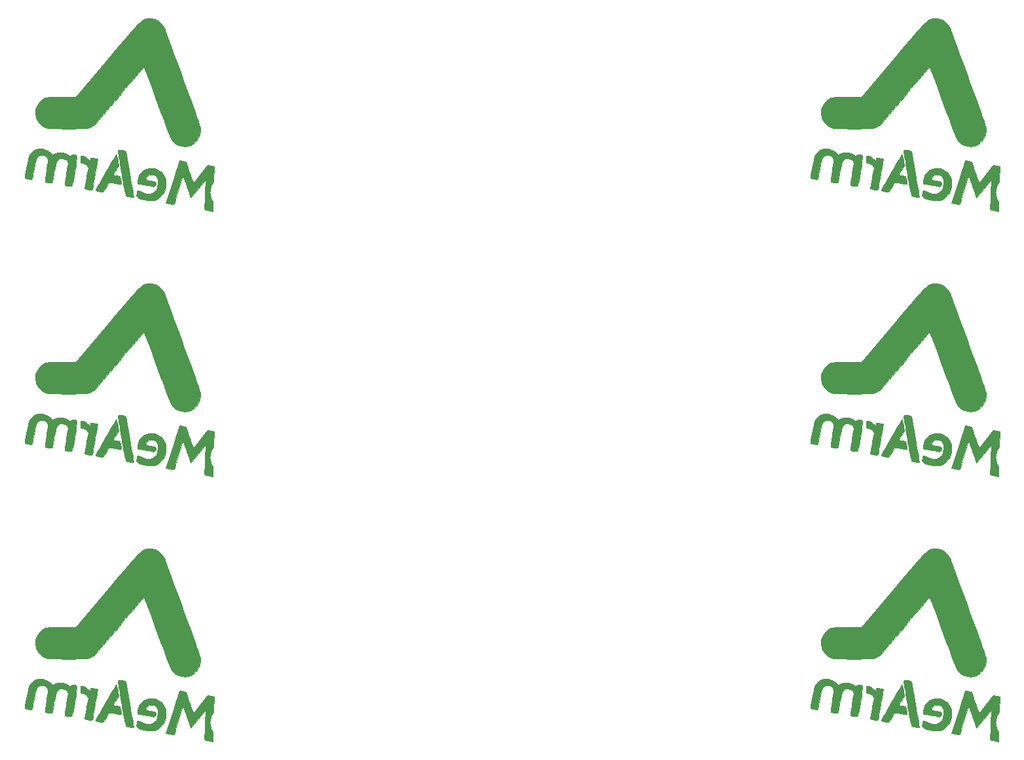
<source format=gbo>
G04 #@! TF.FileFunction,Legend,Bot*
%FSLAX46Y46*%
G04 Gerber Fmt 4.6, Leading zero omitted, Abs format (unit mm)*
G04 Created by KiCad (PCBNEW (2015-01-16 BZR 5376)-product) date 23/06/2015 14:12:10*
%MOMM*%
G01*
G04 APERTURE LIST*
%ADD10C,0.100000*%
%ADD11C,4.000000*%
%ADD12C,0.300000*%
%ADD13R,1.727200X1.727200*%
%ADD14O,1.727200X1.727200*%
%ADD15R,1.300000X1.300000*%
%ADD16C,1.300000*%
%ADD17O,1.800000X2.600000*%
%ADD18O,1.524000X2.000000*%
%ADD19O,2.000000X1.540000*%
G04 APERTURE END LIST*
D10*
G36*
X207379532Y-93810667D02*
X207893266Y-93908801D01*
X208163349Y-93958023D01*
X208354376Y-93988340D01*
X208420350Y-93993468D01*
X208448289Y-93912431D01*
X208519235Y-93692743D01*
X208625881Y-93357439D01*
X208760917Y-92929554D01*
X208917034Y-92432120D01*
X209002230Y-92159667D01*
X209166714Y-91634848D01*
X209314397Y-91167121D01*
X209437856Y-90779709D01*
X209529669Y-90495836D01*
X209582412Y-90338725D01*
X209591845Y-90314925D01*
X209624954Y-90382552D01*
X209703817Y-90585284D01*
X209819176Y-90898076D01*
X209961772Y-91295885D01*
X210100473Y-91690758D01*
X210259810Y-92144181D01*
X210400428Y-92536388D01*
X210512907Y-92841747D01*
X210587828Y-93034628D01*
X210615030Y-93091000D01*
X210674897Y-93028972D01*
X210823676Y-92857184D01*
X211043230Y-92597076D01*
X211315419Y-92270091D01*
X211546092Y-91990334D01*
X211847219Y-91626631D01*
X212110946Y-91313620D01*
X212318794Y-91072791D01*
X212452282Y-90925635D01*
X212492567Y-90889667D01*
X212503251Y-90969170D01*
X212505699Y-91187540D01*
X212500996Y-91514565D01*
X212490228Y-91920036D01*
X212474479Y-92373743D01*
X212454835Y-92845474D01*
X212432382Y-93305021D01*
X212408204Y-93722172D01*
X212383388Y-94066717D01*
X212375011Y-94161811D01*
X212350408Y-94407969D01*
X212351682Y-94567067D01*
X212407450Y-94664649D01*
X212546328Y-94726258D01*
X212796932Y-94777437D01*
X213127166Y-94833194D01*
X213444666Y-94887845D01*
X213444216Y-94349256D01*
X213447519Y-94120605D01*
X213457059Y-93751299D01*
X213471908Y-93269864D01*
X213491139Y-92704826D01*
X213513823Y-92084712D01*
X213538293Y-91456465D01*
X213561814Y-90843461D01*
X213581034Y-90288011D01*
X213595368Y-89811908D01*
X213604229Y-89436944D01*
X213607033Y-89184914D01*
X213603193Y-89077610D01*
X213602243Y-89075481D01*
X213507651Y-89048564D01*
X213302561Y-89010795D01*
X213177701Y-88991557D01*
X212783736Y-88934418D01*
X211876609Y-90085561D01*
X211579660Y-90458059D01*
X211319436Y-90776273D01*
X211113425Y-91019484D01*
X210979116Y-91166969D01*
X210934544Y-91201766D01*
X210897451Y-91113733D01*
X210816871Y-90892125D01*
X210702352Y-90564182D01*
X210563443Y-90157142D01*
X210450801Y-89821747D01*
X210001998Y-88476667D01*
X209590064Y-88373324D01*
X209351974Y-88317662D01*
X209195733Y-88288865D01*
X209162681Y-88288657D01*
X209134094Y-88370721D01*
X209059887Y-88595396D01*
X208946112Y-88944037D01*
X208798822Y-89397998D01*
X208624070Y-89938634D01*
X208427907Y-90547299D01*
X208263381Y-91059000D01*
X207379532Y-93810667D01*
X207379532Y-93810667D01*
X207379532Y-93810667D01*
G37*
X207379532Y-93810667D02*
X207893266Y-93908801D01*
X208163349Y-93958023D01*
X208354376Y-93988340D01*
X208420350Y-93993468D01*
X208448289Y-93912431D01*
X208519235Y-93692743D01*
X208625881Y-93357439D01*
X208760917Y-92929554D01*
X208917034Y-92432120D01*
X209002230Y-92159667D01*
X209166714Y-91634848D01*
X209314397Y-91167121D01*
X209437856Y-90779709D01*
X209529669Y-90495836D01*
X209582412Y-90338725D01*
X209591845Y-90314925D01*
X209624954Y-90382552D01*
X209703817Y-90585284D01*
X209819176Y-90898076D01*
X209961772Y-91295885D01*
X210100473Y-91690758D01*
X210259810Y-92144181D01*
X210400428Y-92536388D01*
X210512907Y-92841747D01*
X210587828Y-93034628D01*
X210615030Y-93091000D01*
X210674897Y-93028972D01*
X210823676Y-92857184D01*
X211043230Y-92597076D01*
X211315419Y-92270091D01*
X211546092Y-91990334D01*
X211847219Y-91626631D01*
X212110946Y-91313620D01*
X212318794Y-91072791D01*
X212452282Y-90925635D01*
X212492567Y-90889667D01*
X212503251Y-90969170D01*
X212505699Y-91187540D01*
X212500996Y-91514565D01*
X212490228Y-91920036D01*
X212474479Y-92373743D01*
X212454835Y-92845474D01*
X212432382Y-93305021D01*
X212408204Y-93722172D01*
X212383388Y-94066717D01*
X212375011Y-94161811D01*
X212350408Y-94407969D01*
X212351682Y-94567067D01*
X212407450Y-94664649D01*
X212546328Y-94726258D01*
X212796932Y-94777437D01*
X213127166Y-94833194D01*
X213444666Y-94887845D01*
X213444216Y-94349256D01*
X213447519Y-94120605D01*
X213457059Y-93751299D01*
X213471908Y-93269864D01*
X213491139Y-92704826D01*
X213513823Y-92084712D01*
X213538293Y-91456465D01*
X213561814Y-90843461D01*
X213581034Y-90288011D01*
X213595368Y-89811908D01*
X213604229Y-89436944D01*
X213607033Y-89184914D01*
X213603193Y-89077610D01*
X213602243Y-89075481D01*
X213507651Y-89048564D01*
X213302561Y-89010795D01*
X213177701Y-88991557D01*
X212783736Y-88934418D01*
X211876609Y-90085561D01*
X211579660Y-90458059D01*
X211319436Y-90776273D01*
X211113425Y-91019484D01*
X210979116Y-91166969D01*
X210934544Y-91201766D01*
X210897451Y-91113733D01*
X210816871Y-90892125D01*
X210702352Y-90564182D01*
X210563443Y-90157142D01*
X210450801Y-89821747D01*
X210001998Y-88476667D01*
X209590064Y-88373324D01*
X209351974Y-88317662D01*
X209195733Y-88288865D01*
X209162681Y-88288657D01*
X209134094Y-88370721D01*
X209059887Y-88595396D01*
X208946112Y-88944037D01*
X208798822Y-89397998D01*
X208624070Y-89938634D01*
X208427907Y-90547299D01*
X208263381Y-91059000D01*
X207379532Y-93810667D01*
X207379532Y-93810667D01*
G36*
X203587210Y-92790798D02*
X203608054Y-92939404D01*
X203620995Y-92961183D01*
X203834445Y-93120785D01*
X204170012Y-93263589D01*
X204580619Y-93379735D01*
X205019193Y-93459362D01*
X205438658Y-93492610D01*
X205791939Y-93469619D01*
X205909881Y-93440615D01*
X206465849Y-93184964D01*
X206888563Y-92826848D01*
X207180111Y-92363247D01*
X207342580Y-91791142D01*
X207380774Y-91313000D01*
X207371827Y-90922578D01*
X207326503Y-90635719D01*
X207233182Y-90388473D01*
X207201522Y-90326356D01*
X206869418Y-89870706D01*
X206434262Y-89539318D01*
X205919928Y-89344372D01*
X205350292Y-89298045D01*
X205209395Y-89310228D01*
X204700882Y-89448646D01*
X204281343Y-89722738D01*
X203966848Y-90115342D01*
X203773463Y-90609298D01*
X203726748Y-90893675D01*
X203708598Y-91138833D01*
X203733672Y-91265192D01*
X203828682Y-91322480D01*
X203972947Y-91351987D01*
X204178467Y-91388553D01*
X204498944Y-91445802D01*
X204882671Y-91514491D01*
X205121736Y-91557347D01*
X205532051Y-91627807D01*
X205804297Y-91658089D01*
X205966777Y-91639557D01*
X206047791Y-91563574D01*
X206075642Y-91421505D01*
X206078666Y-91265355D01*
X206075608Y-91170539D01*
X206046618Y-91104027D01*
X205961978Y-91052828D01*
X205791970Y-91003947D01*
X205506873Y-90944392D01*
X205215428Y-90887951D01*
X204921904Y-90814064D01*
X204787980Y-90720311D01*
X204804037Y-90580601D01*
X204960456Y-90368840D01*
X205005375Y-90318167D01*
X205244792Y-90164394D01*
X205536986Y-90132578D01*
X205838289Y-90205490D01*
X206105037Y-90365900D01*
X206293562Y-90596578D01*
X206360327Y-90852790D01*
X206340771Y-91329242D01*
X206268929Y-91752769D01*
X206154220Y-92080501D01*
X206058958Y-92224202D01*
X205753468Y-92483481D01*
X205419672Y-92622744D01*
X205037445Y-92641599D01*
X204586658Y-92539652D01*
X204047184Y-92316511D01*
X203776238Y-92179679D01*
X203710749Y-92221050D01*
X203649873Y-92374665D01*
X203604922Y-92583566D01*
X203587210Y-92790798D01*
X203587210Y-92790798D01*
X203587210Y-92790798D01*
G37*
X203587210Y-92790798D02*
X203608054Y-92939404D01*
X203620995Y-92961183D01*
X203834445Y-93120785D01*
X204170012Y-93263589D01*
X204580619Y-93379735D01*
X205019193Y-93459362D01*
X205438658Y-93492610D01*
X205791939Y-93469619D01*
X205909881Y-93440615D01*
X206465849Y-93184964D01*
X206888563Y-92826848D01*
X207180111Y-92363247D01*
X207342580Y-91791142D01*
X207380774Y-91313000D01*
X207371827Y-90922578D01*
X207326503Y-90635719D01*
X207233182Y-90388473D01*
X207201522Y-90326356D01*
X206869418Y-89870706D01*
X206434262Y-89539318D01*
X205919928Y-89344372D01*
X205350292Y-89298045D01*
X205209395Y-89310228D01*
X204700882Y-89448646D01*
X204281343Y-89722738D01*
X203966848Y-90115342D01*
X203773463Y-90609298D01*
X203726748Y-90893675D01*
X203708598Y-91138833D01*
X203733672Y-91265192D01*
X203828682Y-91322480D01*
X203972947Y-91351987D01*
X204178467Y-91388553D01*
X204498944Y-91445802D01*
X204882671Y-91514491D01*
X205121736Y-91557347D01*
X205532051Y-91627807D01*
X205804297Y-91658089D01*
X205966777Y-91639557D01*
X206047791Y-91563574D01*
X206075642Y-91421505D01*
X206078666Y-91265355D01*
X206075608Y-91170539D01*
X206046618Y-91104027D01*
X205961978Y-91052828D01*
X205791970Y-91003947D01*
X205506873Y-90944392D01*
X205215428Y-90887951D01*
X204921904Y-90814064D01*
X204787980Y-90720311D01*
X204804037Y-90580601D01*
X204960456Y-90368840D01*
X205005375Y-90318167D01*
X205244792Y-90164394D01*
X205536986Y-90132578D01*
X205838289Y-90205490D01*
X206105037Y-90365900D01*
X206293562Y-90596578D01*
X206360327Y-90852790D01*
X206340771Y-91329242D01*
X206268929Y-91752769D01*
X206154220Y-92080501D01*
X206058958Y-92224202D01*
X205753468Y-92483481D01*
X205419672Y-92622744D01*
X205037445Y-92641599D01*
X204586658Y-92539652D01*
X204047184Y-92316511D01*
X203776238Y-92179679D01*
X203710749Y-92221050D01*
X203649873Y-92374665D01*
X203604922Y-92583566D01*
X203587210Y-92790798D01*
X203587210Y-92790798D01*
G36*
X201203621Y-87090589D02*
X201211817Y-87253540D01*
X201245579Y-87506610D01*
X201307464Y-87870557D01*
X201400028Y-88366133D01*
X201476760Y-88763048D01*
X201562286Y-89234495D01*
X201638292Y-89712655D01*
X201695773Y-90137297D01*
X201723547Y-90414048D01*
X201763218Y-90785831D01*
X201823989Y-91151387D01*
X201883332Y-91397667D01*
X201970316Y-91719453D01*
X202040630Y-92045183D01*
X202052855Y-92117334D01*
X202111528Y-92482929D01*
X202162797Y-92715162D01*
X202224942Y-92848047D01*
X202316238Y-92915596D01*
X202454964Y-92951824D01*
X202506358Y-92961269D01*
X202771139Y-93012263D01*
X202995107Y-93060218D01*
X203009500Y-93063626D01*
X203156848Y-93072454D01*
X203202488Y-93036679D01*
X203189643Y-92938975D01*
X203152007Y-92693724D01*
X203092720Y-92320392D01*
X203014922Y-91838447D01*
X202921752Y-91267355D01*
X202816352Y-90626582D01*
X202716489Y-90023615D01*
X202228003Y-87083230D01*
X201783886Y-86991032D01*
X201518963Y-86948435D01*
X201319347Y-86938800D01*
X201253701Y-86952027D01*
X201218434Y-86997003D01*
X201203621Y-87090589D01*
X201203621Y-87090589D01*
X201203621Y-87090589D01*
G37*
X201203621Y-87090589D02*
X201211817Y-87253540D01*
X201245579Y-87506610D01*
X201307464Y-87870557D01*
X201400028Y-88366133D01*
X201476760Y-88763048D01*
X201562286Y-89234495D01*
X201638292Y-89712655D01*
X201695773Y-90137297D01*
X201723547Y-90414048D01*
X201763218Y-90785831D01*
X201823989Y-91151387D01*
X201883332Y-91397667D01*
X201970316Y-91719453D01*
X202040630Y-92045183D01*
X202052855Y-92117334D01*
X202111528Y-92482929D01*
X202162797Y-92715162D01*
X202224942Y-92848047D01*
X202316238Y-92915596D01*
X202454964Y-92951824D01*
X202506358Y-92961269D01*
X202771139Y-93012263D01*
X202995107Y-93060218D01*
X203009500Y-93063626D01*
X203156848Y-93072454D01*
X203202488Y-93036679D01*
X203189643Y-92938975D01*
X203152007Y-92693724D01*
X203092720Y-92320392D01*
X203014922Y-91838447D01*
X202921752Y-91267355D01*
X202816352Y-90626582D01*
X202716489Y-90023615D01*
X202228003Y-87083230D01*
X201783886Y-86991032D01*
X201518963Y-86948435D01*
X201319347Y-86938800D01*
X201253701Y-86952027D01*
X201218434Y-86997003D01*
X201203621Y-87090589D01*
X201203621Y-87090589D01*
G36*
X198289333Y-92177981D02*
X198364299Y-92220992D01*
X198552955Y-92268567D01*
X198649166Y-92285410D01*
X198908266Y-92329678D01*
X199111954Y-92371258D01*
X199149440Y-92380772D01*
X199247805Y-92356599D01*
X199373917Y-92221591D01*
X199542899Y-91957368D01*
X199642204Y-91781920D01*
X199848885Y-91438225D01*
X200017737Y-91220229D01*
X200136490Y-91143767D01*
X200136764Y-91143767D01*
X200285900Y-91159096D01*
X200547894Y-91199455D01*
X200869580Y-91256555D01*
X200912948Y-91264763D01*
X201219520Y-91318014D01*
X201455049Y-91349131D01*
X201576285Y-91352634D01*
X201582872Y-91349684D01*
X201590009Y-91253478D01*
X201571431Y-91041467D01*
X201541590Y-90827890D01*
X201464333Y-90342072D01*
X201042856Y-90272003D01*
X200795834Y-90226306D01*
X200629155Y-90186768D01*
X200590796Y-90171351D01*
X200616147Y-90089608D01*
X200710484Y-89899132D01*
X200855416Y-89636237D01*
X200906787Y-89547349D01*
X201253363Y-88953931D01*
X201157447Y-88291965D01*
X201105156Y-87964773D01*
X201053507Y-87697540D01*
X201012174Y-87539231D01*
X201005868Y-87524705D01*
X200956273Y-87575918D01*
X200835791Y-87753843D01*
X200656594Y-88037629D01*
X200430855Y-88406423D01*
X200170747Y-88839376D01*
X199888442Y-89315636D01*
X199596113Y-89814352D01*
X199305932Y-90314672D01*
X199030074Y-90795746D01*
X198780709Y-91236722D01*
X198570011Y-91616749D01*
X198410152Y-91914976D01*
X198313306Y-92110553D01*
X198289333Y-92177981D01*
X198289333Y-92177981D01*
X198289333Y-92177981D01*
G37*
X198289333Y-92177981D02*
X198364299Y-92220992D01*
X198552955Y-92268567D01*
X198649166Y-92285410D01*
X198908266Y-92329678D01*
X199111954Y-92371258D01*
X199149440Y-92380772D01*
X199247805Y-92356599D01*
X199373917Y-92221591D01*
X199542899Y-91957368D01*
X199642204Y-91781920D01*
X199848885Y-91438225D01*
X200017737Y-91220229D01*
X200136490Y-91143767D01*
X200136764Y-91143767D01*
X200285900Y-91159096D01*
X200547894Y-91199455D01*
X200869580Y-91256555D01*
X200912948Y-91264763D01*
X201219520Y-91318014D01*
X201455049Y-91349131D01*
X201576285Y-91352634D01*
X201582872Y-91349684D01*
X201590009Y-91253478D01*
X201571431Y-91041467D01*
X201541590Y-90827890D01*
X201464333Y-90342072D01*
X201042856Y-90272003D01*
X200795834Y-90226306D01*
X200629155Y-90186768D01*
X200590796Y-90171351D01*
X200616147Y-90089608D01*
X200710484Y-89899132D01*
X200855416Y-89636237D01*
X200906787Y-89547349D01*
X201253363Y-88953931D01*
X201157447Y-88291965D01*
X201105156Y-87964773D01*
X201053507Y-87697540D01*
X201012174Y-87539231D01*
X201005868Y-87524705D01*
X200956273Y-87575918D01*
X200835791Y-87753843D01*
X200656594Y-88037629D01*
X200430855Y-88406423D01*
X200170747Y-88839376D01*
X199888442Y-89315636D01*
X199596113Y-89814352D01*
X199305932Y-90314672D01*
X199030074Y-90795746D01*
X198780709Y-91236722D01*
X198570011Y-91616749D01*
X198410152Y-91914976D01*
X198313306Y-92110553D01*
X198289333Y-92177981D01*
X198289333Y-92177981D01*
G36*
X196342000Y-88134164D02*
X196346659Y-88399896D01*
X196378390Y-88543180D01*
X196463820Y-88610901D01*
X196629579Y-88649944D01*
X196635580Y-88651070D01*
X196908290Y-88749739D01*
X197149881Y-88916717D01*
X197312508Y-89111719D01*
X197353811Y-89255791D01*
X197337701Y-89389251D01*
X197296081Y-89656193D01*
X197234412Y-90023623D01*
X197158156Y-90458547D01*
X197115649Y-90694401D01*
X196881675Y-91980801D01*
X197225671Y-92034086D01*
X197480028Y-92077581D01*
X197678131Y-92118418D01*
X197708005Y-92126105D01*
X197837458Y-92092292D01*
X197891564Y-91971753D01*
X197938144Y-91749503D01*
X198001012Y-91416577D01*
X198075457Y-91001451D01*
X198156771Y-90532597D01*
X198240244Y-90038492D01*
X198321168Y-89547608D01*
X198394833Y-89088420D01*
X198456530Y-88689403D01*
X198501550Y-88379031D01*
X198525184Y-88185777D01*
X198526114Y-88134893D01*
X198417489Y-88090981D01*
X198212522Y-88044389D01*
X197975224Y-88005478D01*
X197769606Y-87984611D01*
X197659679Y-87992147D01*
X197657013Y-87994209D01*
X197619234Y-88107093D01*
X197612000Y-88203215D01*
X197596499Y-88287715D01*
X197529993Y-88278355D01*
X197382478Y-88164883D01*
X197306261Y-88098766D01*
X196943334Y-87832958D01*
X196610773Y-87691366D01*
X196463488Y-87672334D01*
X196388951Y-87720236D01*
X196351041Y-87882992D01*
X196342000Y-88134164D01*
X196342000Y-88134164D01*
X196342000Y-88134164D01*
G37*
X196342000Y-88134164D02*
X196346659Y-88399896D01*
X196378390Y-88543180D01*
X196463820Y-88610901D01*
X196629579Y-88649944D01*
X196635580Y-88651070D01*
X196908290Y-88749739D01*
X197149881Y-88916717D01*
X197312508Y-89111719D01*
X197353811Y-89255791D01*
X197337701Y-89389251D01*
X197296081Y-89656193D01*
X197234412Y-90023623D01*
X197158156Y-90458547D01*
X197115649Y-90694401D01*
X196881675Y-91980801D01*
X197225671Y-92034086D01*
X197480028Y-92077581D01*
X197678131Y-92118418D01*
X197708005Y-92126105D01*
X197837458Y-92092292D01*
X197891564Y-91971753D01*
X197938144Y-91749503D01*
X198001012Y-91416577D01*
X198075457Y-91001451D01*
X198156771Y-90532597D01*
X198240244Y-90038492D01*
X198321168Y-89547608D01*
X198394833Y-89088420D01*
X198456530Y-88689403D01*
X198501550Y-88379031D01*
X198525184Y-88185777D01*
X198526114Y-88134893D01*
X198417489Y-88090981D01*
X198212522Y-88044389D01*
X197975224Y-88005478D01*
X197769606Y-87984611D01*
X197659679Y-87992147D01*
X197657013Y-87994209D01*
X197619234Y-88107093D01*
X197612000Y-88203215D01*
X197596499Y-88287715D01*
X197529993Y-88278355D01*
X197382478Y-88164883D01*
X197306261Y-88098766D01*
X196943334Y-87832958D01*
X196610773Y-87691366D01*
X196463488Y-87672334D01*
X196388951Y-87720236D01*
X196351041Y-87882992D01*
X196342000Y-88134164D01*
X196342000Y-88134164D01*
G36*
X189152080Y-90571294D02*
X189155909Y-90589385D01*
X189250265Y-90620830D01*
X189458302Y-90667827D01*
X189630241Y-90700957D01*
X189807569Y-90736060D01*
X189935908Y-90751833D01*
X190027821Y-90726003D01*
X190095873Y-90636297D01*
X190152628Y-90460442D01*
X190210651Y-90176167D01*
X190282505Y-89761198D01*
X190335732Y-89450334D01*
X190439447Y-88885551D01*
X190533639Y-88463352D01*
X190627515Y-88158028D01*
X190730281Y-87943869D01*
X190851140Y-87795163D01*
X190958221Y-87711760D01*
X191235432Y-87615261D01*
X191543208Y-87634182D01*
X191830173Y-87749941D01*
X192044952Y-87943960D01*
X192128835Y-88135101D01*
X192128573Y-88289771D01*
X192101126Y-88576756D01*
X192050745Y-88961984D01*
X191981685Y-89411381D01*
X191935676Y-89682707D01*
X191840749Y-90258372D01*
X191783897Y-90684679D01*
X191765657Y-90956595D01*
X191786565Y-91069090D01*
X191787864Y-91069987D01*
X191906477Y-91108337D01*
X192114869Y-91151240D01*
X192351038Y-91188944D01*
X192552987Y-91211701D01*
X192658713Y-91209760D01*
X192661958Y-91207443D01*
X192681917Y-91121061D01*
X192725234Y-90897229D01*
X192786437Y-90565360D01*
X192860054Y-90154865D01*
X192900191Y-89927131D01*
X193017796Y-89308380D01*
X193130328Y-88839532D01*
X193245388Y-88501629D01*
X193370577Y-88275716D01*
X193513497Y-88142836D01*
X193635585Y-88093144D01*
X193959460Y-88079254D01*
X194303523Y-88162000D01*
X194577556Y-88319606D01*
X194578940Y-88320854D01*
X194647898Y-88394906D01*
X194693624Y-88487071D01*
X194714926Y-88620040D01*
X194710617Y-88816504D01*
X194679504Y-89099157D01*
X194620400Y-89490690D01*
X194532113Y-90013794D01*
X194472137Y-90357527D01*
X194402678Y-90771273D01*
X194349833Y-91121387D01*
X194317945Y-91376151D01*
X194311356Y-91503847D01*
X194314082Y-91512120D01*
X194412940Y-91542672D01*
X194624957Y-91582306D01*
X194793346Y-91607226D01*
X195051732Y-91636199D01*
X195189425Y-91624312D01*
X195252799Y-91558322D01*
X195278722Y-91468632D01*
X195336605Y-91188077D01*
X195407821Y-90808854D01*
X195487636Y-90360102D01*
X195571314Y-89870957D01*
X195654120Y-89370557D01*
X195731322Y-88888039D01*
X195798183Y-88452540D01*
X195849969Y-88093197D01*
X195881945Y-87839147D01*
X195889378Y-87719527D01*
X195888520Y-87715895D01*
X195786275Y-87636540D01*
X195582712Y-87569874D01*
X195523867Y-87558589D01*
X195279698Y-87541285D01*
X195135153Y-87600406D01*
X195093784Y-87646320D01*
X195008100Y-87733530D01*
X194917232Y-87711765D01*
X194797450Y-87608645D01*
X194437482Y-87379027D01*
X193998160Y-87261100D01*
X193532025Y-87260359D01*
X193091617Y-87382299D01*
X193011352Y-87421835D01*
X192688879Y-87594671D01*
X192517770Y-87377140D01*
X192244885Y-87132137D01*
X191867463Y-86925788D01*
X191450232Y-86791964D01*
X191372046Y-86777571D01*
X190887855Y-86779490D01*
X190445157Y-86933920D01*
X190065960Y-87225164D01*
X189772271Y-87637525D01*
X189617974Y-88028666D01*
X189556604Y-88274160D01*
X189483630Y-88609585D01*
X189405303Y-89000310D01*
X189327872Y-89411701D01*
X189257584Y-89809127D01*
X189200691Y-90157956D01*
X189163439Y-90423556D01*
X189152080Y-90571294D01*
X189152080Y-90571294D01*
X189152080Y-90571294D01*
G37*
X189152080Y-90571294D02*
X189155909Y-90589385D01*
X189250265Y-90620830D01*
X189458302Y-90667827D01*
X189630241Y-90700957D01*
X189807569Y-90736060D01*
X189935908Y-90751833D01*
X190027821Y-90726003D01*
X190095873Y-90636297D01*
X190152628Y-90460442D01*
X190210651Y-90176167D01*
X190282505Y-89761198D01*
X190335732Y-89450334D01*
X190439447Y-88885551D01*
X190533639Y-88463352D01*
X190627515Y-88158028D01*
X190730281Y-87943869D01*
X190851140Y-87795163D01*
X190958221Y-87711760D01*
X191235432Y-87615261D01*
X191543208Y-87634182D01*
X191830173Y-87749941D01*
X192044952Y-87943960D01*
X192128835Y-88135101D01*
X192128573Y-88289771D01*
X192101126Y-88576756D01*
X192050745Y-88961984D01*
X191981685Y-89411381D01*
X191935676Y-89682707D01*
X191840749Y-90258372D01*
X191783897Y-90684679D01*
X191765657Y-90956595D01*
X191786565Y-91069090D01*
X191787864Y-91069987D01*
X191906477Y-91108337D01*
X192114869Y-91151240D01*
X192351038Y-91188944D01*
X192552987Y-91211701D01*
X192658713Y-91209760D01*
X192661958Y-91207443D01*
X192681917Y-91121061D01*
X192725234Y-90897229D01*
X192786437Y-90565360D01*
X192860054Y-90154865D01*
X192900191Y-89927131D01*
X193017796Y-89308380D01*
X193130328Y-88839532D01*
X193245388Y-88501629D01*
X193370577Y-88275716D01*
X193513497Y-88142836D01*
X193635585Y-88093144D01*
X193959460Y-88079254D01*
X194303523Y-88162000D01*
X194577556Y-88319606D01*
X194578940Y-88320854D01*
X194647898Y-88394906D01*
X194693624Y-88487071D01*
X194714926Y-88620040D01*
X194710617Y-88816504D01*
X194679504Y-89099157D01*
X194620400Y-89490690D01*
X194532113Y-90013794D01*
X194472137Y-90357527D01*
X194402678Y-90771273D01*
X194349833Y-91121387D01*
X194317945Y-91376151D01*
X194311356Y-91503847D01*
X194314082Y-91512120D01*
X194412940Y-91542672D01*
X194624957Y-91582306D01*
X194793346Y-91607226D01*
X195051732Y-91636199D01*
X195189425Y-91624312D01*
X195252799Y-91558322D01*
X195278722Y-91468632D01*
X195336605Y-91188077D01*
X195407821Y-90808854D01*
X195487636Y-90360102D01*
X195571314Y-89870957D01*
X195654120Y-89370557D01*
X195731322Y-88888039D01*
X195798183Y-88452540D01*
X195849969Y-88093197D01*
X195881945Y-87839147D01*
X195889378Y-87719527D01*
X195888520Y-87715895D01*
X195786275Y-87636540D01*
X195582712Y-87569874D01*
X195523867Y-87558589D01*
X195279698Y-87541285D01*
X195135153Y-87600406D01*
X195093784Y-87646320D01*
X195008100Y-87733530D01*
X194917232Y-87711765D01*
X194797450Y-87608645D01*
X194437482Y-87379027D01*
X193998160Y-87261100D01*
X193532025Y-87260359D01*
X193091617Y-87382299D01*
X193011352Y-87421835D01*
X192688879Y-87594671D01*
X192517770Y-87377140D01*
X192244885Y-87132137D01*
X191867463Y-86925788D01*
X191450232Y-86791964D01*
X191372046Y-86777571D01*
X190887855Y-86779490D01*
X190445157Y-86933920D01*
X190065960Y-87225164D01*
X189772271Y-87637525D01*
X189617974Y-88028666D01*
X189556604Y-88274160D01*
X189483630Y-88609585D01*
X189405303Y-89000310D01*
X189327872Y-89411701D01*
X189257584Y-89809127D01*
X189200691Y-90157956D01*
X189163439Y-90423556D01*
X189152080Y-90571294D01*
X189152080Y-90571294D01*
G36*
X190494521Y-82213795D02*
X190593292Y-82804000D01*
X190739269Y-83109019D01*
X190994958Y-83437065D01*
X191314894Y-83743385D01*
X191653614Y-83983227D01*
X191906823Y-84096944D01*
X192102173Y-84132307D01*
X192430249Y-84159951D01*
X192899155Y-84180171D01*
X193516993Y-84193261D01*
X194291868Y-84199517D01*
X194743156Y-84200173D01*
X195458364Y-84199564D01*
X196025513Y-84197281D01*
X196465876Y-84191847D01*
X196800729Y-84181783D01*
X197051344Y-84165612D01*
X197238997Y-84141856D01*
X197384961Y-84109037D01*
X197510509Y-84065677D01*
X197636917Y-84010299D01*
X197665155Y-83997194D01*
X197756533Y-83954463D01*
X197840963Y-83911015D01*
X197926726Y-83857620D01*
X198022102Y-83785046D01*
X198135370Y-83684062D01*
X198274810Y-83545437D01*
X198448702Y-83359941D01*
X198665325Y-83118342D01*
X198932959Y-82811410D01*
X199259884Y-82429914D01*
X199654379Y-81964622D01*
X200124725Y-81406304D01*
X200679201Y-80745728D01*
X201326086Y-79973664D01*
X202057000Y-79100779D01*
X202563025Y-78499160D01*
X203036372Y-77941617D01*
X203465967Y-77440814D01*
X203840737Y-77009419D01*
X204149609Y-76660097D01*
X204381509Y-76405514D01*
X204525365Y-76258336D01*
X204569756Y-76226563D01*
X204608475Y-76314689D01*
X204699539Y-76547727D01*
X204837629Y-76911372D01*
X205017428Y-77391324D01*
X205233619Y-77973278D01*
X205480885Y-78642932D01*
X205753909Y-79385983D01*
X206047373Y-80188130D01*
X206291062Y-80856667D01*
X206712027Y-82007413D01*
X207079748Y-82999795D01*
X207395045Y-83835918D01*
X207658739Y-84517888D01*
X207871653Y-85047811D01*
X208034607Y-85427793D01*
X208148422Y-85659938D01*
X208190082Y-85725000D01*
X208565850Y-86074777D01*
X209041361Y-86332226D01*
X209560259Y-86470647D01*
X209798486Y-86487000D01*
X210215730Y-86449259D01*
X210606370Y-86318681D01*
X210740736Y-86254167D01*
X211193812Y-85940968D01*
X211547606Y-85527931D01*
X211785032Y-85048699D01*
X211889009Y-84536914D01*
X211852002Y-84065733D01*
X211809331Y-83926193D01*
X211713525Y-83642871D01*
X211570072Y-83230846D01*
X211384461Y-82705199D01*
X211162179Y-82081010D01*
X210908715Y-81373358D01*
X210629556Y-80597323D01*
X210330191Y-79767985D01*
X210016109Y-78900423D01*
X209692796Y-78009719D01*
X209365741Y-77110951D01*
X209040433Y-76219200D01*
X208722359Y-75349544D01*
X208417007Y-74517065D01*
X208129866Y-73736843D01*
X207866424Y-73023955D01*
X207632168Y-72393484D01*
X207432587Y-71860508D01*
X207273169Y-71440108D01*
X207159402Y-71147363D01*
X207096774Y-70997353D01*
X207093624Y-70990957D01*
X206801993Y-70590433D01*
X206395412Y-70263689D01*
X205918615Y-70033711D01*
X205416338Y-69923483D01*
X205038380Y-69934986D01*
X204881451Y-69960417D01*
X204738971Y-69989590D01*
X204602472Y-70031144D01*
X204463487Y-70093717D01*
X204313551Y-70185949D01*
X204144195Y-70316478D01*
X203946954Y-70493943D01*
X203713360Y-70726982D01*
X203434948Y-71024234D01*
X203103249Y-71394338D01*
X202709798Y-71845932D01*
X202246128Y-72387655D01*
X201703772Y-73028147D01*
X201074263Y-73776045D01*
X200349134Y-74639988D01*
X199886981Y-75191010D01*
X195809716Y-80052333D01*
X194032514Y-80052334D01*
X193344272Y-80055063D01*
X192800480Y-80066896D01*
X192376291Y-80093294D01*
X192046862Y-80139722D01*
X191787347Y-80211644D01*
X191572901Y-80314522D01*
X191378679Y-80453821D01*
X191179837Y-80635004D01*
X191121437Y-80692506D01*
X190752184Y-81156475D01*
X190544157Y-81659791D01*
X190494521Y-82213795D01*
X190494521Y-82213795D01*
X190494521Y-82213795D01*
G37*
X190494521Y-82213795D02*
X190593292Y-82804000D01*
X190739269Y-83109019D01*
X190994958Y-83437065D01*
X191314894Y-83743385D01*
X191653614Y-83983227D01*
X191906823Y-84096944D01*
X192102173Y-84132307D01*
X192430249Y-84159951D01*
X192899155Y-84180171D01*
X193516993Y-84193261D01*
X194291868Y-84199517D01*
X194743156Y-84200173D01*
X195458364Y-84199564D01*
X196025513Y-84197281D01*
X196465876Y-84191847D01*
X196800729Y-84181783D01*
X197051344Y-84165612D01*
X197238997Y-84141856D01*
X197384961Y-84109037D01*
X197510509Y-84065677D01*
X197636917Y-84010299D01*
X197665155Y-83997194D01*
X197756533Y-83954463D01*
X197840963Y-83911015D01*
X197926726Y-83857620D01*
X198022102Y-83785046D01*
X198135370Y-83684062D01*
X198274810Y-83545437D01*
X198448702Y-83359941D01*
X198665325Y-83118342D01*
X198932959Y-82811410D01*
X199259884Y-82429914D01*
X199654379Y-81964622D01*
X200124725Y-81406304D01*
X200679201Y-80745728D01*
X201326086Y-79973664D01*
X202057000Y-79100779D01*
X202563025Y-78499160D01*
X203036372Y-77941617D01*
X203465967Y-77440814D01*
X203840737Y-77009419D01*
X204149609Y-76660097D01*
X204381509Y-76405514D01*
X204525365Y-76258336D01*
X204569756Y-76226563D01*
X204608475Y-76314689D01*
X204699539Y-76547727D01*
X204837629Y-76911372D01*
X205017428Y-77391324D01*
X205233619Y-77973278D01*
X205480885Y-78642932D01*
X205753909Y-79385983D01*
X206047373Y-80188130D01*
X206291062Y-80856667D01*
X206712027Y-82007413D01*
X207079748Y-82999795D01*
X207395045Y-83835918D01*
X207658739Y-84517888D01*
X207871653Y-85047811D01*
X208034607Y-85427793D01*
X208148422Y-85659938D01*
X208190082Y-85725000D01*
X208565850Y-86074777D01*
X209041361Y-86332226D01*
X209560259Y-86470647D01*
X209798486Y-86487000D01*
X210215730Y-86449259D01*
X210606370Y-86318681D01*
X210740736Y-86254167D01*
X211193812Y-85940968D01*
X211547606Y-85527931D01*
X211785032Y-85048699D01*
X211889009Y-84536914D01*
X211852002Y-84065733D01*
X211809331Y-83926193D01*
X211713525Y-83642871D01*
X211570072Y-83230846D01*
X211384461Y-82705199D01*
X211162179Y-82081010D01*
X210908715Y-81373358D01*
X210629556Y-80597323D01*
X210330191Y-79767985D01*
X210016109Y-78900423D01*
X209692796Y-78009719D01*
X209365741Y-77110951D01*
X209040433Y-76219200D01*
X208722359Y-75349544D01*
X208417007Y-74517065D01*
X208129866Y-73736843D01*
X207866424Y-73023955D01*
X207632168Y-72393484D01*
X207432587Y-71860508D01*
X207273169Y-71440108D01*
X207159402Y-71147363D01*
X207096774Y-70997353D01*
X207093624Y-70990957D01*
X206801993Y-70590433D01*
X206395412Y-70263689D01*
X205918615Y-70033711D01*
X205416338Y-69923483D01*
X205038380Y-69934986D01*
X204881451Y-69960417D01*
X204738971Y-69989590D01*
X204602472Y-70031144D01*
X204463487Y-70093717D01*
X204313551Y-70185949D01*
X204144195Y-70316478D01*
X203946954Y-70493943D01*
X203713360Y-70726982D01*
X203434948Y-71024234D01*
X203103249Y-71394338D01*
X202709798Y-71845932D01*
X202246128Y-72387655D01*
X201703772Y-73028147D01*
X201074263Y-73776045D01*
X200349134Y-74639988D01*
X199886981Y-75191010D01*
X195809716Y-80052333D01*
X194032514Y-80052334D01*
X193344272Y-80055063D01*
X192800480Y-80066896D01*
X192376291Y-80093294D01*
X192046862Y-80139722D01*
X191787347Y-80211644D01*
X191572901Y-80314522D01*
X191378679Y-80453821D01*
X191179837Y-80635004D01*
X191121437Y-80692506D01*
X190752184Y-81156475D01*
X190544157Y-81659791D01*
X190494521Y-82213795D01*
X190494521Y-82213795D01*
G36*
X207379532Y-128100667D02*
X207893266Y-128198801D01*
X208163349Y-128248023D01*
X208354376Y-128278340D01*
X208420350Y-128283468D01*
X208448289Y-128202431D01*
X208519235Y-127982743D01*
X208625881Y-127647439D01*
X208760917Y-127219554D01*
X208917034Y-126722120D01*
X209002230Y-126449667D01*
X209166714Y-125924848D01*
X209314397Y-125457121D01*
X209437856Y-125069709D01*
X209529669Y-124785836D01*
X209582412Y-124628725D01*
X209591845Y-124604925D01*
X209624954Y-124672552D01*
X209703817Y-124875284D01*
X209819176Y-125188076D01*
X209961772Y-125585885D01*
X210100473Y-125980758D01*
X210259810Y-126434181D01*
X210400428Y-126826388D01*
X210512907Y-127131747D01*
X210587828Y-127324628D01*
X210615030Y-127381000D01*
X210674897Y-127318972D01*
X210823676Y-127147184D01*
X211043230Y-126887076D01*
X211315419Y-126560091D01*
X211546092Y-126280334D01*
X211847219Y-125916631D01*
X212110946Y-125603620D01*
X212318794Y-125362791D01*
X212452282Y-125215635D01*
X212492567Y-125179667D01*
X212503251Y-125259170D01*
X212505699Y-125477540D01*
X212500996Y-125804565D01*
X212490228Y-126210036D01*
X212474479Y-126663743D01*
X212454835Y-127135474D01*
X212432382Y-127595021D01*
X212408204Y-128012172D01*
X212383388Y-128356717D01*
X212375011Y-128451811D01*
X212350408Y-128697969D01*
X212351682Y-128857067D01*
X212407450Y-128954649D01*
X212546328Y-129016258D01*
X212796932Y-129067437D01*
X213127166Y-129123194D01*
X213444666Y-129177845D01*
X213444216Y-128639256D01*
X213447519Y-128410605D01*
X213457059Y-128041299D01*
X213471908Y-127559864D01*
X213491139Y-126994826D01*
X213513823Y-126374712D01*
X213538293Y-125746465D01*
X213561814Y-125133461D01*
X213581034Y-124578011D01*
X213595368Y-124101908D01*
X213604229Y-123726944D01*
X213607033Y-123474914D01*
X213603193Y-123367610D01*
X213602243Y-123365481D01*
X213507651Y-123338564D01*
X213302561Y-123300795D01*
X213177701Y-123281557D01*
X212783736Y-123224418D01*
X211876609Y-124375561D01*
X211579660Y-124748059D01*
X211319436Y-125066273D01*
X211113425Y-125309484D01*
X210979116Y-125456969D01*
X210934544Y-125491766D01*
X210897451Y-125403733D01*
X210816871Y-125182125D01*
X210702352Y-124854182D01*
X210563443Y-124447142D01*
X210450801Y-124111747D01*
X210001998Y-122766667D01*
X209590064Y-122663324D01*
X209351974Y-122607662D01*
X209195733Y-122578865D01*
X209162681Y-122578657D01*
X209134094Y-122660721D01*
X209059887Y-122885396D01*
X208946112Y-123234037D01*
X208798822Y-123687998D01*
X208624070Y-124228634D01*
X208427907Y-124837299D01*
X208263381Y-125349000D01*
X207379532Y-128100667D01*
X207379532Y-128100667D01*
X207379532Y-128100667D01*
G37*
X207379532Y-128100667D02*
X207893266Y-128198801D01*
X208163349Y-128248023D01*
X208354376Y-128278340D01*
X208420350Y-128283468D01*
X208448289Y-128202431D01*
X208519235Y-127982743D01*
X208625881Y-127647439D01*
X208760917Y-127219554D01*
X208917034Y-126722120D01*
X209002230Y-126449667D01*
X209166714Y-125924848D01*
X209314397Y-125457121D01*
X209437856Y-125069709D01*
X209529669Y-124785836D01*
X209582412Y-124628725D01*
X209591845Y-124604925D01*
X209624954Y-124672552D01*
X209703817Y-124875284D01*
X209819176Y-125188076D01*
X209961772Y-125585885D01*
X210100473Y-125980758D01*
X210259810Y-126434181D01*
X210400428Y-126826388D01*
X210512907Y-127131747D01*
X210587828Y-127324628D01*
X210615030Y-127381000D01*
X210674897Y-127318972D01*
X210823676Y-127147184D01*
X211043230Y-126887076D01*
X211315419Y-126560091D01*
X211546092Y-126280334D01*
X211847219Y-125916631D01*
X212110946Y-125603620D01*
X212318794Y-125362791D01*
X212452282Y-125215635D01*
X212492567Y-125179667D01*
X212503251Y-125259170D01*
X212505699Y-125477540D01*
X212500996Y-125804565D01*
X212490228Y-126210036D01*
X212474479Y-126663743D01*
X212454835Y-127135474D01*
X212432382Y-127595021D01*
X212408204Y-128012172D01*
X212383388Y-128356717D01*
X212375011Y-128451811D01*
X212350408Y-128697969D01*
X212351682Y-128857067D01*
X212407450Y-128954649D01*
X212546328Y-129016258D01*
X212796932Y-129067437D01*
X213127166Y-129123194D01*
X213444666Y-129177845D01*
X213444216Y-128639256D01*
X213447519Y-128410605D01*
X213457059Y-128041299D01*
X213471908Y-127559864D01*
X213491139Y-126994826D01*
X213513823Y-126374712D01*
X213538293Y-125746465D01*
X213561814Y-125133461D01*
X213581034Y-124578011D01*
X213595368Y-124101908D01*
X213604229Y-123726944D01*
X213607033Y-123474914D01*
X213603193Y-123367610D01*
X213602243Y-123365481D01*
X213507651Y-123338564D01*
X213302561Y-123300795D01*
X213177701Y-123281557D01*
X212783736Y-123224418D01*
X211876609Y-124375561D01*
X211579660Y-124748059D01*
X211319436Y-125066273D01*
X211113425Y-125309484D01*
X210979116Y-125456969D01*
X210934544Y-125491766D01*
X210897451Y-125403733D01*
X210816871Y-125182125D01*
X210702352Y-124854182D01*
X210563443Y-124447142D01*
X210450801Y-124111747D01*
X210001998Y-122766667D01*
X209590064Y-122663324D01*
X209351974Y-122607662D01*
X209195733Y-122578865D01*
X209162681Y-122578657D01*
X209134094Y-122660721D01*
X209059887Y-122885396D01*
X208946112Y-123234037D01*
X208798822Y-123687998D01*
X208624070Y-124228634D01*
X208427907Y-124837299D01*
X208263381Y-125349000D01*
X207379532Y-128100667D01*
X207379532Y-128100667D01*
G36*
X203587210Y-127080798D02*
X203608054Y-127229404D01*
X203620995Y-127251183D01*
X203834445Y-127410785D01*
X204170012Y-127553589D01*
X204580619Y-127669735D01*
X205019193Y-127749362D01*
X205438658Y-127782610D01*
X205791939Y-127759619D01*
X205909881Y-127730615D01*
X206465849Y-127474964D01*
X206888563Y-127116848D01*
X207180111Y-126653247D01*
X207342580Y-126081142D01*
X207380774Y-125603000D01*
X207371827Y-125212578D01*
X207326503Y-124925719D01*
X207233182Y-124678473D01*
X207201522Y-124616356D01*
X206869418Y-124160706D01*
X206434262Y-123829318D01*
X205919928Y-123634372D01*
X205350292Y-123588045D01*
X205209395Y-123600228D01*
X204700882Y-123738646D01*
X204281343Y-124012738D01*
X203966848Y-124405342D01*
X203773463Y-124899298D01*
X203726748Y-125183675D01*
X203708598Y-125428833D01*
X203733672Y-125555192D01*
X203828682Y-125612480D01*
X203972947Y-125641987D01*
X204178467Y-125678553D01*
X204498944Y-125735802D01*
X204882671Y-125804491D01*
X205121736Y-125847347D01*
X205532051Y-125917807D01*
X205804297Y-125948089D01*
X205966777Y-125929557D01*
X206047791Y-125853574D01*
X206075642Y-125711505D01*
X206078666Y-125555355D01*
X206075608Y-125460539D01*
X206046618Y-125394027D01*
X205961978Y-125342828D01*
X205791970Y-125293947D01*
X205506873Y-125234392D01*
X205215428Y-125177951D01*
X204921904Y-125104064D01*
X204787980Y-125010311D01*
X204804037Y-124870601D01*
X204960456Y-124658840D01*
X205005375Y-124608167D01*
X205244792Y-124454394D01*
X205536986Y-124422578D01*
X205838289Y-124495490D01*
X206105037Y-124655900D01*
X206293562Y-124886578D01*
X206360327Y-125142790D01*
X206340771Y-125619242D01*
X206268929Y-126042769D01*
X206154220Y-126370501D01*
X206058958Y-126514202D01*
X205753468Y-126773481D01*
X205419672Y-126912744D01*
X205037445Y-126931599D01*
X204586658Y-126829652D01*
X204047184Y-126606511D01*
X203776238Y-126469679D01*
X203710749Y-126511050D01*
X203649873Y-126664665D01*
X203604922Y-126873566D01*
X203587210Y-127080798D01*
X203587210Y-127080798D01*
X203587210Y-127080798D01*
G37*
X203587210Y-127080798D02*
X203608054Y-127229404D01*
X203620995Y-127251183D01*
X203834445Y-127410785D01*
X204170012Y-127553589D01*
X204580619Y-127669735D01*
X205019193Y-127749362D01*
X205438658Y-127782610D01*
X205791939Y-127759619D01*
X205909881Y-127730615D01*
X206465849Y-127474964D01*
X206888563Y-127116848D01*
X207180111Y-126653247D01*
X207342580Y-126081142D01*
X207380774Y-125603000D01*
X207371827Y-125212578D01*
X207326503Y-124925719D01*
X207233182Y-124678473D01*
X207201522Y-124616356D01*
X206869418Y-124160706D01*
X206434262Y-123829318D01*
X205919928Y-123634372D01*
X205350292Y-123588045D01*
X205209395Y-123600228D01*
X204700882Y-123738646D01*
X204281343Y-124012738D01*
X203966848Y-124405342D01*
X203773463Y-124899298D01*
X203726748Y-125183675D01*
X203708598Y-125428833D01*
X203733672Y-125555192D01*
X203828682Y-125612480D01*
X203972947Y-125641987D01*
X204178467Y-125678553D01*
X204498944Y-125735802D01*
X204882671Y-125804491D01*
X205121736Y-125847347D01*
X205532051Y-125917807D01*
X205804297Y-125948089D01*
X205966777Y-125929557D01*
X206047791Y-125853574D01*
X206075642Y-125711505D01*
X206078666Y-125555355D01*
X206075608Y-125460539D01*
X206046618Y-125394027D01*
X205961978Y-125342828D01*
X205791970Y-125293947D01*
X205506873Y-125234392D01*
X205215428Y-125177951D01*
X204921904Y-125104064D01*
X204787980Y-125010311D01*
X204804037Y-124870601D01*
X204960456Y-124658840D01*
X205005375Y-124608167D01*
X205244792Y-124454394D01*
X205536986Y-124422578D01*
X205838289Y-124495490D01*
X206105037Y-124655900D01*
X206293562Y-124886578D01*
X206360327Y-125142790D01*
X206340771Y-125619242D01*
X206268929Y-126042769D01*
X206154220Y-126370501D01*
X206058958Y-126514202D01*
X205753468Y-126773481D01*
X205419672Y-126912744D01*
X205037445Y-126931599D01*
X204586658Y-126829652D01*
X204047184Y-126606511D01*
X203776238Y-126469679D01*
X203710749Y-126511050D01*
X203649873Y-126664665D01*
X203604922Y-126873566D01*
X203587210Y-127080798D01*
X203587210Y-127080798D01*
G36*
X201203621Y-121380589D02*
X201211817Y-121543540D01*
X201245579Y-121796610D01*
X201307464Y-122160557D01*
X201400028Y-122656133D01*
X201476760Y-123053048D01*
X201562286Y-123524495D01*
X201638292Y-124002655D01*
X201695773Y-124427297D01*
X201723547Y-124704048D01*
X201763218Y-125075831D01*
X201823989Y-125441387D01*
X201883332Y-125687667D01*
X201970316Y-126009453D01*
X202040630Y-126335183D01*
X202052855Y-126407334D01*
X202111528Y-126772929D01*
X202162797Y-127005162D01*
X202224942Y-127138047D01*
X202316238Y-127205596D01*
X202454964Y-127241824D01*
X202506358Y-127251269D01*
X202771139Y-127302263D01*
X202995107Y-127350218D01*
X203009500Y-127353626D01*
X203156848Y-127362454D01*
X203202488Y-127326679D01*
X203189643Y-127228975D01*
X203152007Y-126983724D01*
X203092720Y-126610392D01*
X203014922Y-126128447D01*
X202921752Y-125557355D01*
X202816352Y-124916582D01*
X202716489Y-124313615D01*
X202228003Y-121373230D01*
X201783886Y-121281032D01*
X201518963Y-121238435D01*
X201319347Y-121228800D01*
X201253701Y-121242027D01*
X201218434Y-121287003D01*
X201203621Y-121380589D01*
X201203621Y-121380589D01*
X201203621Y-121380589D01*
G37*
X201203621Y-121380589D02*
X201211817Y-121543540D01*
X201245579Y-121796610D01*
X201307464Y-122160557D01*
X201400028Y-122656133D01*
X201476760Y-123053048D01*
X201562286Y-123524495D01*
X201638292Y-124002655D01*
X201695773Y-124427297D01*
X201723547Y-124704048D01*
X201763218Y-125075831D01*
X201823989Y-125441387D01*
X201883332Y-125687667D01*
X201970316Y-126009453D01*
X202040630Y-126335183D01*
X202052855Y-126407334D01*
X202111528Y-126772929D01*
X202162797Y-127005162D01*
X202224942Y-127138047D01*
X202316238Y-127205596D01*
X202454964Y-127241824D01*
X202506358Y-127251269D01*
X202771139Y-127302263D01*
X202995107Y-127350218D01*
X203009500Y-127353626D01*
X203156848Y-127362454D01*
X203202488Y-127326679D01*
X203189643Y-127228975D01*
X203152007Y-126983724D01*
X203092720Y-126610392D01*
X203014922Y-126128447D01*
X202921752Y-125557355D01*
X202816352Y-124916582D01*
X202716489Y-124313615D01*
X202228003Y-121373230D01*
X201783886Y-121281032D01*
X201518963Y-121238435D01*
X201319347Y-121228800D01*
X201253701Y-121242027D01*
X201218434Y-121287003D01*
X201203621Y-121380589D01*
X201203621Y-121380589D01*
G36*
X198289333Y-126467981D02*
X198364299Y-126510992D01*
X198552955Y-126558567D01*
X198649166Y-126575410D01*
X198908266Y-126619678D01*
X199111954Y-126661258D01*
X199149440Y-126670772D01*
X199247805Y-126646599D01*
X199373917Y-126511591D01*
X199542899Y-126247368D01*
X199642204Y-126071920D01*
X199848885Y-125728225D01*
X200017737Y-125510229D01*
X200136490Y-125433767D01*
X200136764Y-125433767D01*
X200285900Y-125449096D01*
X200547894Y-125489455D01*
X200869580Y-125546555D01*
X200912948Y-125554763D01*
X201219520Y-125608014D01*
X201455049Y-125639131D01*
X201576285Y-125642634D01*
X201582872Y-125639684D01*
X201590009Y-125543478D01*
X201571431Y-125331467D01*
X201541590Y-125117890D01*
X201464333Y-124632072D01*
X201042856Y-124562003D01*
X200795834Y-124516306D01*
X200629155Y-124476768D01*
X200590796Y-124461351D01*
X200616147Y-124379608D01*
X200710484Y-124189132D01*
X200855416Y-123926237D01*
X200906787Y-123837349D01*
X201253363Y-123243931D01*
X201157447Y-122581965D01*
X201105156Y-122254773D01*
X201053507Y-121987540D01*
X201012174Y-121829231D01*
X201005868Y-121814705D01*
X200956273Y-121865918D01*
X200835791Y-122043843D01*
X200656594Y-122327629D01*
X200430855Y-122696423D01*
X200170747Y-123129376D01*
X199888442Y-123605636D01*
X199596113Y-124104352D01*
X199305932Y-124604672D01*
X199030074Y-125085746D01*
X198780709Y-125526722D01*
X198570011Y-125906749D01*
X198410152Y-126204976D01*
X198313306Y-126400553D01*
X198289333Y-126467981D01*
X198289333Y-126467981D01*
X198289333Y-126467981D01*
G37*
X198289333Y-126467981D02*
X198364299Y-126510992D01*
X198552955Y-126558567D01*
X198649166Y-126575410D01*
X198908266Y-126619678D01*
X199111954Y-126661258D01*
X199149440Y-126670772D01*
X199247805Y-126646599D01*
X199373917Y-126511591D01*
X199542899Y-126247368D01*
X199642204Y-126071920D01*
X199848885Y-125728225D01*
X200017737Y-125510229D01*
X200136490Y-125433767D01*
X200136764Y-125433767D01*
X200285900Y-125449096D01*
X200547894Y-125489455D01*
X200869580Y-125546555D01*
X200912948Y-125554763D01*
X201219520Y-125608014D01*
X201455049Y-125639131D01*
X201576285Y-125642634D01*
X201582872Y-125639684D01*
X201590009Y-125543478D01*
X201571431Y-125331467D01*
X201541590Y-125117890D01*
X201464333Y-124632072D01*
X201042856Y-124562003D01*
X200795834Y-124516306D01*
X200629155Y-124476768D01*
X200590796Y-124461351D01*
X200616147Y-124379608D01*
X200710484Y-124189132D01*
X200855416Y-123926237D01*
X200906787Y-123837349D01*
X201253363Y-123243931D01*
X201157447Y-122581965D01*
X201105156Y-122254773D01*
X201053507Y-121987540D01*
X201012174Y-121829231D01*
X201005868Y-121814705D01*
X200956273Y-121865918D01*
X200835791Y-122043843D01*
X200656594Y-122327629D01*
X200430855Y-122696423D01*
X200170747Y-123129376D01*
X199888442Y-123605636D01*
X199596113Y-124104352D01*
X199305932Y-124604672D01*
X199030074Y-125085746D01*
X198780709Y-125526722D01*
X198570011Y-125906749D01*
X198410152Y-126204976D01*
X198313306Y-126400553D01*
X198289333Y-126467981D01*
X198289333Y-126467981D01*
G36*
X196342000Y-122424164D02*
X196346659Y-122689896D01*
X196378390Y-122833180D01*
X196463820Y-122900901D01*
X196629579Y-122939944D01*
X196635580Y-122941070D01*
X196908290Y-123039739D01*
X197149881Y-123206717D01*
X197312508Y-123401719D01*
X197353811Y-123545791D01*
X197337701Y-123679251D01*
X197296081Y-123946193D01*
X197234412Y-124313623D01*
X197158156Y-124748547D01*
X197115649Y-124984401D01*
X196881675Y-126270801D01*
X197225671Y-126324086D01*
X197480028Y-126367581D01*
X197678131Y-126408418D01*
X197708005Y-126416105D01*
X197837458Y-126382292D01*
X197891564Y-126261753D01*
X197938144Y-126039503D01*
X198001012Y-125706577D01*
X198075457Y-125291451D01*
X198156771Y-124822597D01*
X198240244Y-124328492D01*
X198321168Y-123837608D01*
X198394833Y-123378420D01*
X198456530Y-122979403D01*
X198501550Y-122669031D01*
X198525184Y-122475777D01*
X198526114Y-122424893D01*
X198417489Y-122380981D01*
X198212522Y-122334389D01*
X197975224Y-122295478D01*
X197769606Y-122274611D01*
X197659679Y-122282147D01*
X197657013Y-122284209D01*
X197619234Y-122397093D01*
X197612000Y-122493215D01*
X197596499Y-122577715D01*
X197529993Y-122568355D01*
X197382478Y-122454883D01*
X197306261Y-122388766D01*
X196943334Y-122122958D01*
X196610773Y-121981366D01*
X196463488Y-121962334D01*
X196388951Y-122010236D01*
X196351041Y-122172992D01*
X196342000Y-122424164D01*
X196342000Y-122424164D01*
X196342000Y-122424164D01*
G37*
X196342000Y-122424164D02*
X196346659Y-122689896D01*
X196378390Y-122833180D01*
X196463820Y-122900901D01*
X196629579Y-122939944D01*
X196635580Y-122941070D01*
X196908290Y-123039739D01*
X197149881Y-123206717D01*
X197312508Y-123401719D01*
X197353811Y-123545791D01*
X197337701Y-123679251D01*
X197296081Y-123946193D01*
X197234412Y-124313623D01*
X197158156Y-124748547D01*
X197115649Y-124984401D01*
X196881675Y-126270801D01*
X197225671Y-126324086D01*
X197480028Y-126367581D01*
X197678131Y-126408418D01*
X197708005Y-126416105D01*
X197837458Y-126382292D01*
X197891564Y-126261753D01*
X197938144Y-126039503D01*
X198001012Y-125706577D01*
X198075457Y-125291451D01*
X198156771Y-124822597D01*
X198240244Y-124328492D01*
X198321168Y-123837608D01*
X198394833Y-123378420D01*
X198456530Y-122979403D01*
X198501550Y-122669031D01*
X198525184Y-122475777D01*
X198526114Y-122424893D01*
X198417489Y-122380981D01*
X198212522Y-122334389D01*
X197975224Y-122295478D01*
X197769606Y-122274611D01*
X197659679Y-122282147D01*
X197657013Y-122284209D01*
X197619234Y-122397093D01*
X197612000Y-122493215D01*
X197596499Y-122577715D01*
X197529993Y-122568355D01*
X197382478Y-122454883D01*
X197306261Y-122388766D01*
X196943334Y-122122958D01*
X196610773Y-121981366D01*
X196463488Y-121962334D01*
X196388951Y-122010236D01*
X196351041Y-122172992D01*
X196342000Y-122424164D01*
X196342000Y-122424164D01*
G36*
X189152080Y-124861294D02*
X189155909Y-124879385D01*
X189250265Y-124910830D01*
X189458302Y-124957827D01*
X189630241Y-124990957D01*
X189807569Y-125026060D01*
X189935908Y-125041833D01*
X190027821Y-125016003D01*
X190095873Y-124926297D01*
X190152628Y-124750442D01*
X190210651Y-124466167D01*
X190282505Y-124051198D01*
X190335732Y-123740334D01*
X190439447Y-123175551D01*
X190533639Y-122753352D01*
X190627515Y-122448028D01*
X190730281Y-122233869D01*
X190851140Y-122085163D01*
X190958221Y-122001760D01*
X191235432Y-121905261D01*
X191543208Y-121924182D01*
X191830173Y-122039941D01*
X192044952Y-122233960D01*
X192128835Y-122425101D01*
X192128573Y-122579771D01*
X192101126Y-122866756D01*
X192050745Y-123251984D01*
X191981685Y-123701381D01*
X191935676Y-123972707D01*
X191840749Y-124548372D01*
X191783897Y-124974679D01*
X191765657Y-125246595D01*
X191786565Y-125359090D01*
X191787864Y-125359987D01*
X191906477Y-125398337D01*
X192114869Y-125441240D01*
X192351038Y-125478944D01*
X192552987Y-125501701D01*
X192658713Y-125499760D01*
X192661958Y-125497443D01*
X192681917Y-125411061D01*
X192725234Y-125187229D01*
X192786437Y-124855360D01*
X192860054Y-124444865D01*
X192900191Y-124217131D01*
X193017796Y-123598380D01*
X193130328Y-123129532D01*
X193245388Y-122791629D01*
X193370577Y-122565716D01*
X193513497Y-122432836D01*
X193635585Y-122383144D01*
X193959460Y-122369254D01*
X194303523Y-122452000D01*
X194577556Y-122609606D01*
X194578940Y-122610854D01*
X194647898Y-122684906D01*
X194693624Y-122777071D01*
X194714926Y-122910040D01*
X194710617Y-123106504D01*
X194679504Y-123389157D01*
X194620400Y-123780690D01*
X194532113Y-124303794D01*
X194472137Y-124647527D01*
X194402678Y-125061273D01*
X194349833Y-125411387D01*
X194317945Y-125666151D01*
X194311356Y-125793847D01*
X194314082Y-125802120D01*
X194412940Y-125832672D01*
X194624957Y-125872306D01*
X194793346Y-125897226D01*
X195051732Y-125926199D01*
X195189425Y-125914312D01*
X195252799Y-125848322D01*
X195278722Y-125758632D01*
X195336605Y-125478077D01*
X195407821Y-125098854D01*
X195487636Y-124650102D01*
X195571314Y-124160957D01*
X195654120Y-123660557D01*
X195731322Y-123178039D01*
X195798183Y-122742540D01*
X195849969Y-122383197D01*
X195881945Y-122129147D01*
X195889378Y-122009527D01*
X195888520Y-122005895D01*
X195786275Y-121926540D01*
X195582712Y-121859874D01*
X195523867Y-121848589D01*
X195279698Y-121831285D01*
X195135153Y-121890406D01*
X195093784Y-121936320D01*
X195008100Y-122023530D01*
X194917232Y-122001765D01*
X194797450Y-121898645D01*
X194437482Y-121669027D01*
X193998160Y-121551100D01*
X193532025Y-121550359D01*
X193091617Y-121672299D01*
X193011352Y-121711835D01*
X192688879Y-121884671D01*
X192517770Y-121667140D01*
X192244885Y-121422137D01*
X191867463Y-121215788D01*
X191450232Y-121081964D01*
X191372046Y-121067571D01*
X190887855Y-121069490D01*
X190445157Y-121223920D01*
X190065960Y-121515164D01*
X189772271Y-121927525D01*
X189617974Y-122318666D01*
X189556604Y-122564160D01*
X189483630Y-122899585D01*
X189405303Y-123290310D01*
X189327872Y-123701701D01*
X189257584Y-124099127D01*
X189200691Y-124447956D01*
X189163439Y-124713556D01*
X189152080Y-124861294D01*
X189152080Y-124861294D01*
X189152080Y-124861294D01*
G37*
X189152080Y-124861294D02*
X189155909Y-124879385D01*
X189250265Y-124910830D01*
X189458302Y-124957827D01*
X189630241Y-124990957D01*
X189807569Y-125026060D01*
X189935908Y-125041833D01*
X190027821Y-125016003D01*
X190095873Y-124926297D01*
X190152628Y-124750442D01*
X190210651Y-124466167D01*
X190282505Y-124051198D01*
X190335732Y-123740334D01*
X190439447Y-123175551D01*
X190533639Y-122753352D01*
X190627515Y-122448028D01*
X190730281Y-122233869D01*
X190851140Y-122085163D01*
X190958221Y-122001760D01*
X191235432Y-121905261D01*
X191543208Y-121924182D01*
X191830173Y-122039941D01*
X192044952Y-122233960D01*
X192128835Y-122425101D01*
X192128573Y-122579771D01*
X192101126Y-122866756D01*
X192050745Y-123251984D01*
X191981685Y-123701381D01*
X191935676Y-123972707D01*
X191840749Y-124548372D01*
X191783897Y-124974679D01*
X191765657Y-125246595D01*
X191786565Y-125359090D01*
X191787864Y-125359987D01*
X191906477Y-125398337D01*
X192114869Y-125441240D01*
X192351038Y-125478944D01*
X192552987Y-125501701D01*
X192658713Y-125499760D01*
X192661958Y-125497443D01*
X192681917Y-125411061D01*
X192725234Y-125187229D01*
X192786437Y-124855360D01*
X192860054Y-124444865D01*
X192900191Y-124217131D01*
X193017796Y-123598380D01*
X193130328Y-123129532D01*
X193245388Y-122791629D01*
X193370577Y-122565716D01*
X193513497Y-122432836D01*
X193635585Y-122383144D01*
X193959460Y-122369254D01*
X194303523Y-122452000D01*
X194577556Y-122609606D01*
X194578940Y-122610854D01*
X194647898Y-122684906D01*
X194693624Y-122777071D01*
X194714926Y-122910040D01*
X194710617Y-123106504D01*
X194679504Y-123389157D01*
X194620400Y-123780690D01*
X194532113Y-124303794D01*
X194472137Y-124647527D01*
X194402678Y-125061273D01*
X194349833Y-125411387D01*
X194317945Y-125666151D01*
X194311356Y-125793847D01*
X194314082Y-125802120D01*
X194412940Y-125832672D01*
X194624957Y-125872306D01*
X194793346Y-125897226D01*
X195051732Y-125926199D01*
X195189425Y-125914312D01*
X195252799Y-125848322D01*
X195278722Y-125758632D01*
X195336605Y-125478077D01*
X195407821Y-125098854D01*
X195487636Y-124650102D01*
X195571314Y-124160957D01*
X195654120Y-123660557D01*
X195731322Y-123178039D01*
X195798183Y-122742540D01*
X195849969Y-122383197D01*
X195881945Y-122129147D01*
X195889378Y-122009527D01*
X195888520Y-122005895D01*
X195786275Y-121926540D01*
X195582712Y-121859874D01*
X195523867Y-121848589D01*
X195279698Y-121831285D01*
X195135153Y-121890406D01*
X195093784Y-121936320D01*
X195008100Y-122023530D01*
X194917232Y-122001765D01*
X194797450Y-121898645D01*
X194437482Y-121669027D01*
X193998160Y-121551100D01*
X193532025Y-121550359D01*
X193091617Y-121672299D01*
X193011352Y-121711835D01*
X192688879Y-121884671D01*
X192517770Y-121667140D01*
X192244885Y-121422137D01*
X191867463Y-121215788D01*
X191450232Y-121081964D01*
X191372046Y-121067571D01*
X190887855Y-121069490D01*
X190445157Y-121223920D01*
X190065960Y-121515164D01*
X189772271Y-121927525D01*
X189617974Y-122318666D01*
X189556604Y-122564160D01*
X189483630Y-122899585D01*
X189405303Y-123290310D01*
X189327872Y-123701701D01*
X189257584Y-124099127D01*
X189200691Y-124447956D01*
X189163439Y-124713556D01*
X189152080Y-124861294D01*
X189152080Y-124861294D01*
G36*
X190494521Y-116503795D02*
X190593292Y-117094000D01*
X190739269Y-117399019D01*
X190994958Y-117727065D01*
X191314894Y-118033385D01*
X191653614Y-118273227D01*
X191906823Y-118386944D01*
X192102173Y-118422307D01*
X192430249Y-118449951D01*
X192899155Y-118470171D01*
X193516993Y-118483261D01*
X194291868Y-118489517D01*
X194743156Y-118490173D01*
X195458364Y-118489564D01*
X196025513Y-118487281D01*
X196465876Y-118481847D01*
X196800729Y-118471783D01*
X197051344Y-118455612D01*
X197238997Y-118431856D01*
X197384961Y-118399037D01*
X197510509Y-118355677D01*
X197636917Y-118300299D01*
X197665155Y-118287194D01*
X197756533Y-118244463D01*
X197840963Y-118201015D01*
X197926726Y-118147620D01*
X198022102Y-118075046D01*
X198135370Y-117974062D01*
X198274810Y-117835437D01*
X198448702Y-117649941D01*
X198665325Y-117408342D01*
X198932959Y-117101410D01*
X199259884Y-116719914D01*
X199654379Y-116254622D01*
X200124725Y-115696304D01*
X200679201Y-115035728D01*
X201326086Y-114263664D01*
X202057000Y-113390779D01*
X202563025Y-112789160D01*
X203036372Y-112231617D01*
X203465967Y-111730814D01*
X203840737Y-111299419D01*
X204149609Y-110950097D01*
X204381509Y-110695514D01*
X204525365Y-110548336D01*
X204569756Y-110516563D01*
X204608475Y-110604689D01*
X204699539Y-110837727D01*
X204837629Y-111201372D01*
X205017428Y-111681324D01*
X205233619Y-112263278D01*
X205480885Y-112932932D01*
X205753909Y-113675983D01*
X206047373Y-114478130D01*
X206291062Y-115146667D01*
X206712027Y-116297413D01*
X207079748Y-117289795D01*
X207395045Y-118125918D01*
X207658739Y-118807888D01*
X207871653Y-119337811D01*
X208034607Y-119717793D01*
X208148422Y-119949938D01*
X208190082Y-120015000D01*
X208565850Y-120364777D01*
X209041361Y-120622226D01*
X209560259Y-120760647D01*
X209798486Y-120777000D01*
X210215730Y-120739259D01*
X210606370Y-120608681D01*
X210740736Y-120544167D01*
X211193812Y-120230968D01*
X211547606Y-119817931D01*
X211785032Y-119338699D01*
X211889009Y-118826914D01*
X211852002Y-118355733D01*
X211809331Y-118216193D01*
X211713525Y-117932871D01*
X211570072Y-117520846D01*
X211384461Y-116995199D01*
X211162179Y-116371010D01*
X210908715Y-115663358D01*
X210629556Y-114887323D01*
X210330191Y-114057985D01*
X210016109Y-113190423D01*
X209692796Y-112299719D01*
X209365741Y-111400951D01*
X209040433Y-110509200D01*
X208722359Y-109639544D01*
X208417007Y-108807065D01*
X208129866Y-108026843D01*
X207866424Y-107313955D01*
X207632168Y-106683484D01*
X207432587Y-106150508D01*
X207273169Y-105730108D01*
X207159402Y-105437363D01*
X207096774Y-105287353D01*
X207093624Y-105280957D01*
X206801993Y-104880433D01*
X206395412Y-104553689D01*
X205918615Y-104323711D01*
X205416338Y-104213483D01*
X205038380Y-104224986D01*
X204881451Y-104250417D01*
X204738971Y-104279590D01*
X204602472Y-104321144D01*
X204463487Y-104383717D01*
X204313551Y-104475949D01*
X204144195Y-104606478D01*
X203946954Y-104783943D01*
X203713360Y-105016982D01*
X203434948Y-105314234D01*
X203103249Y-105684338D01*
X202709798Y-106135932D01*
X202246128Y-106677655D01*
X201703772Y-107318147D01*
X201074263Y-108066045D01*
X200349134Y-108929988D01*
X199886981Y-109481010D01*
X195809716Y-114342333D01*
X194032514Y-114342334D01*
X193344272Y-114345063D01*
X192800480Y-114356896D01*
X192376291Y-114383294D01*
X192046862Y-114429722D01*
X191787347Y-114501644D01*
X191572901Y-114604522D01*
X191378679Y-114743821D01*
X191179837Y-114925004D01*
X191121437Y-114982506D01*
X190752184Y-115446475D01*
X190544157Y-115949791D01*
X190494521Y-116503795D01*
X190494521Y-116503795D01*
X190494521Y-116503795D01*
G37*
X190494521Y-116503795D02*
X190593292Y-117094000D01*
X190739269Y-117399019D01*
X190994958Y-117727065D01*
X191314894Y-118033385D01*
X191653614Y-118273227D01*
X191906823Y-118386944D01*
X192102173Y-118422307D01*
X192430249Y-118449951D01*
X192899155Y-118470171D01*
X193516993Y-118483261D01*
X194291868Y-118489517D01*
X194743156Y-118490173D01*
X195458364Y-118489564D01*
X196025513Y-118487281D01*
X196465876Y-118481847D01*
X196800729Y-118471783D01*
X197051344Y-118455612D01*
X197238997Y-118431856D01*
X197384961Y-118399037D01*
X197510509Y-118355677D01*
X197636917Y-118300299D01*
X197665155Y-118287194D01*
X197756533Y-118244463D01*
X197840963Y-118201015D01*
X197926726Y-118147620D01*
X198022102Y-118075046D01*
X198135370Y-117974062D01*
X198274810Y-117835437D01*
X198448702Y-117649941D01*
X198665325Y-117408342D01*
X198932959Y-117101410D01*
X199259884Y-116719914D01*
X199654379Y-116254622D01*
X200124725Y-115696304D01*
X200679201Y-115035728D01*
X201326086Y-114263664D01*
X202057000Y-113390779D01*
X202563025Y-112789160D01*
X203036372Y-112231617D01*
X203465967Y-111730814D01*
X203840737Y-111299419D01*
X204149609Y-110950097D01*
X204381509Y-110695514D01*
X204525365Y-110548336D01*
X204569756Y-110516563D01*
X204608475Y-110604689D01*
X204699539Y-110837727D01*
X204837629Y-111201372D01*
X205017428Y-111681324D01*
X205233619Y-112263278D01*
X205480885Y-112932932D01*
X205753909Y-113675983D01*
X206047373Y-114478130D01*
X206291062Y-115146667D01*
X206712027Y-116297413D01*
X207079748Y-117289795D01*
X207395045Y-118125918D01*
X207658739Y-118807888D01*
X207871653Y-119337811D01*
X208034607Y-119717793D01*
X208148422Y-119949938D01*
X208190082Y-120015000D01*
X208565850Y-120364777D01*
X209041361Y-120622226D01*
X209560259Y-120760647D01*
X209798486Y-120777000D01*
X210215730Y-120739259D01*
X210606370Y-120608681D01*
X210740736Y-120544167D01*
X211193812Y-120230968D01*
X211547606Y-119817931D01*
X211785032Y-119338699D01*
X211889009Y-118826914D01*
X211852002Y-118355733D01*
X211809331Y-118216193D01*
X211713525Y-117932871D01*
X211570072Y-117520846D01*
X211384461Y-116995199D01*
X211162179Y-116371010D01*
X210908715Y-115663358D01*
X210629556Y-114887323D01*
X210330191Y-114057985D01*
X210016109Y-113190423D01*
X209692796Y-112299719D01*
X209365741Y-111400951D01*
X209040433Y-110509200D01*
X208722359Y-109639544D01*
X208417007Y-108807065D01*
X208129866Y-108026843D01*
X207866424Y-107313955D01*
X207632168Y-106683484D01*
X207432587Y-106150508D01*
X207273169Y-105730108D01*
X207159402Y-105437363D01*
X207096774Y-105287353D01*
X207093624Y-105280957D01*
X206801993Y-104880433D01*
X206395412Y-104553689D01*
X205918615Y-104323711D01*
X205416338Y-104213483D01*
X205038380Y-104224986D01*
X204881451Y-104250417D01*
X204738971Y-104279590D01*
X204602472Y-104321144D01*
X204463487Y-104383717D01*
X204313551Y-104475949D01*
X204144195Y-104606478D01*
X203946954Y-104783943D01*
X203713360Y-105016982D01*
X203434948Y-105314234D01*
X203103249Y-105684338D01*
X202709798Y-106135932D01*
X202246128Y-106677655D01*
X201703772Y-107318147D01*
X201074263Y-108066045D01*
X200349134Y-108929988D01*
X199886981Y-109481010D01*
X195809716Y-114342333D01*
X194032514Y-114342334D01*
X193344272Y-114345063D01*
X192800480Y-114356896D01*
X192376291Y-114383294D01*
X192046862Y-114429722D01*
X191787347Y-114501644D01*
X191572901Y-114604522D01*
X191378679Y-114743821D01*
X191179837Y-114925004D01*
X191121437Y-114982506D01*
X190752184Y-115446475D01*
X190544157Y-115949791D01*
X190494521Y-116503795D01*
X190494521Y-116503795D01*
G36*
X207379532Y-162390667D02*
X207893266Y-162488801D01*
X208163349Y-162538023D01*
X208354376Y-162568340D01*
X208420350Y-162573468D01*
X208448289Y-162492431D01*
X208519235Y-162272743D01*
X208625881Y-161937439D01*
X208760917Y-161509554D01*
X208917034Y-161012120D01*
X209002230Y-160739667D01*
X209166714Y-160214848D01*
X209314397Y-159747121D01*
X209437856Y-159359709D01*
X209529669Y-159075836D01*
X209582412Y-158918725D01*
X209591845Y-158894925D01*
X209624954Y-158962552D01*
X209703817Y-159165284D01*
X209819176Y-159478076D01*
X209961772Y-159875885D01*
X210100473Y-160270758D01*
X210259810Y-160724181D01*
X210400428Y-161116388D01*
X210512907Y-161421747D01*
X210587828Y-161614628D01*
X210615030Y-161671000D01*
X210674897Y-161608972D01*
X210823676Y-161437184D01*
X211043230Y-161177076D01*
X211315419Y-160850091D01*
X211546092Y-160570334D01*
X211847219Y-160206631D01*
X212110946Y-159893620D01*
X212318794Y-159652791D01*
X212452282Y-159505635D01*
X212492567Y-159469667D01*
X212503251Y-159549170D01*
X212505699Y-159767540D01*
X212500996Y-160094565D01*
X212490228Y-160500036D01*
X212474479Y-160953743D01*
X212454835Y-161425474D01*
X212432382Y-161885021D01*
X212408204Y-162302172D01*
X212383388Y-162646717D01*
X212375011Y-162741811D01*
X212350408Y-162987969D01*
X212351682Y-163147067D01*
X212407450Y-163244649D01*
X212546328Y-163306258D01*
X212796932Y-163357437D01*
X213127166Y-163413194D01*
X213444666Y-163467845D01*
X213444216Y-162929256D01*
X213447519Y-162700605D01*
X213457059Y-162331299D01*
X213471908Y-161849864D01*
X213491139Y-161284826D01*
X213513823Y-160664712D01*
X213538293Y-160036465D01*
X213561814Y-159423461D01*
X213581034Y-158868011D01*
X213595368Y-158391908D01*
X213604229Y-158016944D01*
X213607033Y-157764914D01*
X213603193Y-157657610D01*
X213602243Y-157655481D01*
X213507651Y-157628564D01*
X213302561Y-157590795D01*
X213177701Y-157571557D01*
X212783736Y-157514418D01*
X211876609Y-158665561D01*
X211579660Y-159038059D01*
X211319436Y-159356273D01*
X211113425Y-159599484D01*
X210979116Y-159746969D01*
X210934544Y-159781766D01*
X210897451Y-159693733D01*
X210816871Y-159472125D01*
X210702352Y-159144182D01*
X210563443Y-158737142D01*
X210450801Y-158401747D01*
X210001998Y-157056667D01*
X209590064Y-156953324D01*
X209351974Y-156897662D01*
X209195733Y-156868865D01*
X209162681Y-156868657D01*
X209134094Y-156950721D01*
X209059887Y-157175396D01*
X208946112Y-157524037D01*
X208798822Y-157977998D01*
X208624070Y-158518634D01*
X208427907Y-159127299D01*
X208263381Y-159639000D01*
X207379532Y-162390667D01*
X207379532Y-162390667D01*
X207379532Y-162390667D01*
G37*
X207379532Y-162390667D02*
X207893266Y-162488801D01*
X208163349Y-162538023D01*
X208354376Y-162568340D01*
X208420350Y-162573468D01*
X208448289Y-162492431D01*
X208519235Y-162272743D01*
X208625881Y-161937439D01*
X208760917Y-161509554D01*
X208917034Y-161012120D01*
X209002230Y-160739667D01*
X209166714Y-160214848D01*
X209314397Y-159747121D01*
X209437856Y-159359709D01*
X209529669Y-159075836D01*
X209582412Y-158918725D01*
X209591845Y-158894925D01*
X209624954Y-158962552D01*
X209703817Y-159165284D01*
X209819176Y-159478076D01*
X209961772Y-159875885D01*
X210100473Y-160270758D01*
X210259810Y-160724181D01*
X210400428Y-161116388D01*
X210512907Y-161421747D01*
X210587828Y-161614628D01*
X210615030Y-161671000D01*
X210674897Y-161608972D01*
X210823676Y-161437184D01*
X211043230Y-161177076D01*
X211315419Y-160850091D01*
X211546092Y-160570334D01*
X211847219Y-160206631D01*
X212110946Y-159893620D01*
X212318794Y-159652791D01*
X212452282Y-159505635D01*
X212492567Y-159469667D01*
X212503251Y-159549170D01*
X212505699Y-159767540D01*
X212500996Y-160094565D01*
X212490228Y-160500036D01*
X212474479Y-160953743D01*
X212454835Y-161425474D01*
X212432382Y-161885021D01*
X212408204Y-162302172D01*
X212383388Y-162646717D01*
X212375011Y-162741811D01*
X212350408Y-162987969D01*
X212351682Y-163147067D01*
X212407450Y-163244649D01*
X212546328Y-163306258D01*
X212796932Y-163357437D01*
X213127166Y-163413194D01*
X213444666Y-163467845D01*
X213444216Y-162929256D01*
X213447519Y-162700605D01*
X213457059Y-162331299D01*
X213471908Y-161849864D01*
X213491139Y-161284826D01*
X213513823Y-160664712D01*
X213538293Y-160036465D01*
X213561814Y-159423461D01*
X213581034Y-158868011D01*
X213595368Y-158391908D01*
X213604229Y-158016944D01*
X213607033Y-157764914D01*
X213603193Y-157657610D01*
X213602243Y-157655481D01*
X213507651Y-157628564D01*
X213302561Y-157590795D01*
X213177701Y-157571557D01*
X212783736Y-157514418D01*
X211876609Y-158665561D01*
X211579660Y-159038059D01*
X211319436Y-159356273D01*
X211113425Y-159599484D01*
X210979116Y-159746969D01*
X210934544Y-159781766D01*
X210897451Y-159693733D01*
X210816871Y-159472125D01*
X210702352Y-159144182D01*
X210563443Y-158737142D01*
X210450801Y-158401747D01*
X210001998Y-157056667D01*
X209590064Y-156953324D01*
X209351974Y-156897662D01*
X209195733Y-156868865D01*
X209162681Y-156868657D01*
X209134094Y-156950721D01*
X209059887Y-157175396D01*
X208946112Y-157524037D01*
X208798822Y-157977998D01*
X208624070Y-158518634D01*
X208427907Y-159127299D01*
X208263381Y-159639000D01*
X207379532Y-162390667D01*
X207379532Y-162390667D01*
G36*
X203587210Y-161370798D02*
X203608054Y-161519404D01*
X203620995Y-161541183D01*
X203834445Y-161700785D01*
X204170012Y-161843589D01*
X204580619Y-161959735D01*
X205019193Y-162039362D01*
X205438658Y-162072610D01*
X205791939Y-162049619D01*
X205909881Y-162020615D01*
X206465849Y-161764964D01*
X206888563Y-161406848D01*
X207180111Y-160943247D01*
X207342580Y-160371142D01*
X207380774Y-159893000D01*
X207371827Y-159502578D01*
X207326503Y-159215719D01*
X207233182Y-158968473D01*
X207201522Y-158906356D01*
X206869418Y-158450706D01*
X206434262Y-158119318D01*
X205919928Y-157924372D01*
X205350292Y-157878045D01*
X205209395Y-157890228D01*
X204700882Y-158028646D01*
X204281343Y-158302738D01*
X203966848Y-158695342D01*
X203773463Y-159189298D01*
X203726748Y-159473675D01*
X203708598Y-159718833D01*
X203733672Y-159845192D01*
X203828682Y-159902480D01*
X203972947Y-159931987D01*
X204178467Y-159968553D01*
X204498944Y-160025802D01*
X204882671Y-160094491D01*
X205121736Y-160137347D01*
X205532051Y-160207807D01*
X205804297Y-160238089D01*
X205966777Y-160219557D01*
X206047791Y-160143574D01*
X206075642Y-160001505D01*
X206078666Y-159845355D01*
X206075608Y-159750539D01*
X206046618Y-159684027D01*
X205961978Y-159632828D01*
X205791970Y-159583947D01*
X205506873Y-159524392D01*
X205215428Y-159467951D01*
X204921904Y-159394064D01*
X204787980Y-159300311D01*
X204804037Y-159160601D01*
X204960456Y-158948840D01*
X205005375Y-158898167D01*
X205244792Y-158744394D01*
X205536986Y-158712578D01*
X205838289Y-158785490D01*
X206105037Y-158945900D01*
X206293562Y-159176578D01*
X206360327Y-159432790D01*
X206340771Y-159909242D01*
X206268929Y-160332769D01*
X206154220Y-160660501D01*
X206058958Y-160804202D01*
X205753468Y-161063481D01*
X205419672Y-161202744D01*
X205037445Y-161221599D01*
X204586658Y-161119652D01*
X204047184Y-160896511D01*
X203776238Y-160759679D01*
X203710749Y-160801050D01*
X203649873Y-160954665D01*
X203604922Y-161163566D01*
X203587210Y-161370798D01*
X203587210Y-161370798D01*
X203587210Y-161370798D01*
G37*
X203587210Y-161370798D02*
X203608054Y-161519404D01*
X203620995Y-161541183D01*
X203834445Y-161700785D01*
X204170012Y-161843589D01*
X204580619Y-161959735D01*
X205019193Y-162039362D01*
X205438658Y-162072610D01*
X205791939Y-162049619D01*
X205909881Y-162020615D01*
X206465849Y-161764964D01*
X206888563Y-161406848D01*
X207180111Y-160943247D01*
X207342580Y-160371142D01*
X207380774Y-159893000D01*
X207371827Y-159502578D01*
X207326503Y-159215719D01*
X207233182Y-158968473D01*
X207201522Y-158906356D01*
X206869418Y-158450706D01*
X206434262Y-158119318D01*
X205919928Y-157924372D01*
X205350292Y-157878045D01*
X205209395Y-157890228D01*
X204700882Y-158028646D01*
X204281343Y-158302738D01*
X203966848Y-158695342D01*
X203773463Y-159189298D01*
X203726748Y-159473675D01*
X203708598Y-159718833D01*
X203733672Y-159845192D01*
X203828682Y-159902480D01*
X203972947Y-159931987D01*
X204178467Y-159968553D01*
X204498944Y-160025802D01*
X204882671Y-160094491D01*
X205121736Y-160137347D01*
X205532051Y-160207807D01*
X205804297Y-160238089D01*
X205966777Y-160219557D01*
X206047791Y-160143574D01*
X206075642Y-160001505D01*
X206078666Y-159845355D01*
X206075608Y-159750539D01*
X206046618Y-159684027D01*
X205961978Y-159632828D01*
X205791970Y-159583947D01*
X205506873Y-159524392D01*
X205215428Y-159467951D01*
X204921904Y-159394064D01*
X204787980Y-159300311D01*
X204804037Y-159160601D01*
X204960456Y-158948840D01*
X205005375Y-158898167D01*
X205244792Y-158744394D01*
X205536986Y-158712578D01*
X205838289Y-158785490D01*
X206105037Y-158945900D01*
X206293562Y-159176578D01*
X206360327Y-159432790D01*
X206340771Y-159909242D01*
X206268929Y-160332769D01*
X206154220Y-160660501D01*
X206058958Y-160804202D01*
X205753468Y-161063481D01*
X205419672Y-161202744D01*
X205037445Y-161221599D01*
X204586658Y-161119652D01*
X204047184Y-160896511D01*
X203776238Y-160759679D01*
X203710749Y-160801050D01*
X203649873Y-160954665D01*
X203604922Y-161163566D01*
X203587210Y-161370798D01*
X203587210Y-161370798D01*
G36*
X201203621Y-155670589D02*
X201211817Y-155833540D01*
X201245579Y-156086610D01*
X201307464Y-156450557D01*
X201400028Y-156946133D01*
X201476760Y-157343048D01*
X201562286Y-157814495D01*
X201638292Y-158292655D01*
X201695773Y-158717297D01*
X201723547Y-158994048D01*
X201763218Y-159365831D01*
X201823989Y-159731387D01*
X201883332Y-159977667D01*
X201970316Y-160299453D01*
X202040630Y-160625183D01*
X202052855Y-160697334D01*
X202111528Y-161062929D01*
X202162797Y-161295162D01*
X202224942Y-161428047D01*
X202316238Y-161495596D01*
X202454964Y-161531824D01*
X202506358Y-161541269D01*
X202771139Y-161592263D01*
X202995107Y-161640218D01*
X203009500Y-161643626D01*
X203156848Y-161652454D01*
X203202488Y-161616679D01*
X203189643Y-161518975D01*
X203152007Y-161273724D01*
X203092720Y-160900392D01*
X203014922Y-160418447D01*
X202921752Y-159847355D01*
X202816352Y-159206582D01*
X202716489Y-158603615D01*
X202228003Y-155663230D01*
X201783886Y-155571032D01*
X201518963Y-155528435D01*
X201319347Y-155518800D01*
X201253701Y-155532027D01*
X201218434Y-155577003D01*
X201203621Y-155670589D01*
X201203621Y-155670589D01*
X201203621Y-155670589D01*
G37*
X201203621Y-155670589D02*
X201211817Y-155833540D01*
X201245579Y-156086610D01*
X201307464Y-156450557D01*
X201400028Y-156946133D01*
X201476760Y-157343048D01*
X201562286Y-157814495D01*
X201638292Y-158292655D01*
X201695773Y-158717297D01*
X201723547Y-158994048D01*
X201763218Y-159365831D01*
X201823989Y-159731387D01*
X201883332Y-159977667D01*
X201970316Y-160299453D01*
X202040630Y-160625183D01*
X202052855Y-160697334D01*
X202111528Y-161062929D01*
X202162797Y-161295162D01*
X202224942Y-161428047D01*
X202316238Y-161495596D01*
X202454964Y-161531824D01*
X202506358Y-161541269D01*
X202771139Y-161592263D01*
X202995107Y-161640218D01*
X203009500Y-161643626D01*
X203156848Y-161652454D01*
X203202488Y-161616679D01*
X203189643Y-161518975D01*
X203152007Y-161273724D01*
X203092720Y-160900392D01*
X203014922Y-160418447D01*
X202921752Y-159847355D01*
X202816352Y-159206582D01*
X202716489Y-158603615D01*
X202228003Y-155663230D01*
X201783886Y-155571032D01*
X201518963Y-155528435D01*
X201319347Y-155518800D01*
X201253701Y-155532027D01*
X201218434Y-155577003D01*
X201203621Y-155670589D01*
X201203621Y-155670589D01*
G36*
X198289333Y-160757981D02*
X198364299Y-160800992D01*
X198552955Y-160848567D01*
X198649166Y-160865410D01*
X198908266Y-160909678D01*
X199111954Y-160951258D01*
X199149440Y-160960772D01*
X199247805Y-160936599D01*
X199373917Y-160801591D01*
X199542899Y-160537368D01*
X199642204Y-160361920D01*
X199848885Y-160018225D01*
X200017737Y-159800229D01*
X200136490Y-159723767D01*
X200136764Y-159723767D01*
X200285900Y-159739096D01*
X200547894Y-159779455D01*
X200869580Y-159836555D01*
X200912948Y-159844763D01*
X201219520Y-159898014D01*
X201455049Y-159929131D01*
X201576285Y-159932634D01*
X201582872Y-159929684D01*
X201590009Y-159833478D01*
X201571431Y-159621467D01*
X201541590Y-159407890D01*
X201464333Y-158922072D01*
X201042856Y-158852003D01*
X200795834Y-158806306D01*
X200629155Y-158766768D01*
X200590796Y-158751351D01*
X200616147Y-158669608D01*
X200710484Y-158479132D01*
X200855416Y-158216237D01*
X200906787Y-158127349D01*
X201253363Y-157533931D01*
X201157447Y-156871965D01*
X201105156Y-156544773D01*
X201053507Y-156277540D01*
X201012174Y-156119231D01*
X201005868Y-156104705D01*
X200956273Y-156155918D01*
X200835791Y-156333843D01*
X200656594Y-156617629D01*
X200430855Y-156986423D01*
X200170747Y-157419376D01*
X199888442Y-157895636D01*
X199596113Y-158394352D01*
X199305932Y-158894672D01*
X199030074Y-159375746D01*
X198780709Y-159816722D01*
X198570011Y-160196749D01*
X198410152Y-160494976D01*
X198313306Y-160690553D01*
X198289333Y-160757981D01*
X198289333Y-160757981D01*
X198289333Y-160757981D01*
G37*
X198289333Y-160757981D02*
X198364299Y-160800992D01*
X198552955Y-160848567D01*
X198649166Y-160865410D01*
X198908266Y-160909678D01*
X199111954Y-160951258D01*
X199149440Y-160960772D01*
X199247805Y-160936599D01*
X199373917Y-160801591D01*
X199542899Y-160537368D01*
X199642204Y-160361920D01*
X199848885Y-160018225D01*
X200017737Y-159800229D01*
X200136490Y-159723767D01*
X200136764Y-159723767D01*
X200285900Y-159739096D01*
X200547894Y-159779455D01*
X200869580Y-159836555D01*
X200912948Y-159844763D01*
X201219520Y-159898014D01*
X201455049Y-159929131D01*
X201576285Y-159932634D01*
X201582872Y-159929684D01*
X201590009Y-159833478D01*
X201571431Y-159621467D01*
X201541590Y-159407890D01*
X201464333Y-158922072D01*
X201042856Y-158852003D01*
X200795834Y-158806306D01*
X200629155Y-158766768D01*
X200590796Y-158751351D01*
X200616147Y-158669608D01*
X200710484Y-158479132D01*
X200855416Y-158216237D01*
X200906787Y-158127349D01*
X201253363Y-157533931D01*
X201157447Y-156871965D01*
X201105156Y-156544773D01*
X201053507Y-156277540D01*
X201012174Y-156119231D01*
X201005868Y-156104705D01*
X200956273Y-156155918D01*
X200835791Y-156333843D01*
X200656594Y-156617629D01*
X200430855Y-156986423D01*
X200170747Y-157419376D01*
X199888442Y-157895636D01*
X199596113Y-158394352D01*
X199305932Y-158894672D01*
X199030074Y-159375746D01*
X198780709Y-159816722D01*
X198570011Y-160196749D01*
X198410152Y-160494976D01*
X198313306Y-160690553D01*
X198289333Y-160757981D01*
X198289333Y-160757981D01*
G36*
X196342000Y-156714164D02*
X196346659Y-156979896D01*
X196378390Y-157123180D01*
X196463820Y-157190901D01*
X196629579Y-157229944D01*
X196635580Y-157231070D01*
X196908290Y-157329739D01*
X197149881Y-157496717D01*
X197312508Y-157691719D01*
X197353811Y-157835791D01*
X197337701Y-157969251D01*
X197296081Y-158236193D01*
X197234412Y-158603623D01*
X197158156Y-159038547D01*
X197115649Y-159274401D01*
X196881675Y-160560801D01*
X197225671Y-160614086D01*
X197480028Y-160657581D01*
X197678131Y-160698418D01*
X197708005Y-160706105D01*
X197837458Y-160672292D01*
X197891564Y-160551753D01*
X197938144Y-160329503D01*
X198001012Y-159996577D01*
X198075457Y-159581451D01*
X198156771Y-159112597D01*
X198240244Y-158618492D01*
X198321168Y-158127608D01*
X198394833Y-157668420D01*
X198456530Y-157269403D01*
X198501550Y-156959031D01*
X198525184Y-156765777D01*
X198526114Y-156714893D01*
X198417489Y-156670981D01*
X198212522Y-156624389D01*
X197975224Y-156585478D01*
X197769606Y-156564611D01*
X197659679Y-156572147D01*
X197657013Y-156574209D01*
X197619234Y-156687093D01*
X197612000Y-156783215D01*
X197596499Y-156867715D01*
X197529993Y-156858355D01*
X197382478Y-156744883D01*
X197306261Y-156678766D01*
X196943334Y-156412958D01*
X196610773Y-156271366D01*
X196463488Y-156252334D01*
X196388951Y-156300236D01*
X196351041Y-156462992D01*
X196342000Y-156714164D01*
X196342000Y-156714164D01*
X196342000Y-156714164D01*
G37*
X196342000Y-156714164D02*
X196346659Y-156979896D01*
X196378390Y-157123180D01*
X196463820Y-157190901D01*
X196629579Y-157229944D01*
X196635580Y-157231070D01*
X196908290Y-157329739D01*
X197149881Y-157496717D01*
X197312508Y-157691719D01*
X197353811Y-157835791D01*
X197337701Y-157969251D01*
X197296081Y-158236193D01*
X197234412Y-158603623D01*
X197158156Y-159038547D01*
X197115649Y-159274401D01*
X196881675Y-160560801D01*
X197225671Y-160614086D01*
X197480028Y-160657581D01*
X197678131Y-160698418D01*
X197708005Y-160706105D01*
X197837458Y-160672292D01*
X197891564Y-160551753D01*
X197938144Y-160329503D01*
X198001012Y-159996577D01*
X198075457Y-159581451D01*
X198156771Y-159112597D01*
X198240244Y-158618492D01*
X198321168Y-158127608D01*
X198394833Y-157668420D01*
X198456530Y-157269403D01*
X198501550Y-156959031D01*
X198525184Y-156765777D01*
X198526114Y-156714893D01*
X198417489Y-156670981D01*
X198212522Y-156624389D01*
X197975224Y-156585478D01*
X197769606Y-156564611D01*
X197659679Y-156572147D01*
X197657013Y-156574209D01*
X197619234Y-156687093D01*
X197612000Y-156783215D01*
X197596499Y-156867715D01*
X197529993Y-156858355D01*
X197382478Y-156744883D01*
X197306261Y-156678766D01*
X196943334Y-156412958D01*
X196610773Y-156271366D01*
X196463488Y-156252334D01*
X196388951Y-156300236D01*
X196351041Y-156462992D01*
X196342000Y-156714164D01*
X196342000Y-156714164D01*
G36*
X189152080Y-159151294D02*
X189155909Y-159169385D01*
X189250265Y-159200830D01*
X189458302Y-159247827D01*
X189630241Y-159280957D01*
X189807569Y-159316060D01*
X189935908Y-159331833D01*
X190027821Y-159306003D01*
X190095873Y-159216297D01*
X190152628Y-159040442D01*
X190210651Y-158756167D01*
X190282505Y-158341198D01*
X190335732Y-158030334D01*
X190439447Y-157465551D01*
X190533639Y-157043352D01*
X190627515Y-156738028D01*
X190730281Y-156523869D01*
X190851140Y-156375163D01*
X190958221Y-156291760D01*
X191235432Y-156195261D01*
X191543208Y-156214182D01*
X191830173Y-156329941D01*
X192044952Y-156523960D01*
X192128835Y-156715101D01*
X192128573Y-156869771D01*
X192101126Y-157156756D01*
X192050745Y-157541984D01*
X191981685Y-157991381D01*
X191935676Y-158262707D01*
X191840749Y-158838372D01*
X191783897Y-159264679D01*
X191765657Y-159536595D01*
X191786565Y-159649090D01*
X191787864Y-159649987D01*
X191906477Y-159688337D01*
X192114869Y-159731240D01*
X192351038Y-159768944D01*
X192552987Y-159791701D01*
X192658713Y-159789760D01*
X192661958Y-159787443D01*
X192681917Y-159701061D01*
X192725234Y-159477229D01*
X192786437Y-159145360D01*
X192860054Y-158734865D01*
X192900191Y-158507131D01*
X193017796Y-157888380D01*
X193130328Y-157419532D01*
X193245388Y-157081629D01*
X193370577Y-156855716D01*
X193513497Y-156722836D01*
X193635585Y-156673144D01*
X193959460Y-156659254D01*
X194303523Y-156742000D01*
X194577556Y-156899606D01*
X194578940Y-156900854D01*
X194647898Y-156974906D01*
X194693624Y-157067071D01*
X194714926Y-157200040D01*
X194710617Y-157396504D01*
X194679504Y-157679157D01*
X194620400Y-158070690D01*
X194532113Y-158593794D01*
X194472137Y-158937527D01*
X194402678Y-159351273D01*
X194349833Y-159701387D01*
X194317945Y-159956151D01*
X194311356Y-160083847D01*
X194314082Y-160092120D01*
X194412940Y-160122672D01*
X194624957Y-160162306D01*
X194793346Y-160187226D01*
X195051732Y-160216199D01*
X195189425Y-160204312D01*
X195252799Y-160138322D01*
X195278722Y-160048632D01*
X195336605Y-159768077D01*
X195407821Y-159388854D01*
X195487636Y-158940102D01*
X195571314Y-158450957D01*
X195654120Y-157950557D01*
X195731322Y-157468039D01*
X195798183Y-157032540D01*
X195849969Y-156673197D01*
X195881945Y-156419147D01*
X195889378Y-156299527D01*
X195888520Y-156295895D01*
X195786275Y-156216540D01*
X195582712Y-156149874D01*
X195523867Y-156138589D01*
X195279698Y-156121285D01*
X195135153Y-156180406D01*
X195093784Y-156226320D01*
X195008100Y-156313530D01*
X194917232Y-156291765D01*
X194797450Y-156188645D01*
X194437482Y-155959027D01*
X193998160Y-155841100D01*
X193532025Y-155840359D01*
X193091617Y-155962299D01*
X193011352Y-156001835D01*
X192688879Y-156174671D01*
X192517770Y-155957140D01*
X192244885Y-155712137D01*
X191867463Y-155505788D01*
X191450232Y-155371964D01*
X191372046Y-155357571D01*
X190887855Y-155359490D01*
X190445157Y-155513920D01*
X190065960Y-155805164D01*
X189772271Y-156217525D01*
X189617974Y-156608666D01*
X189556604Y-156854160D01*
X189483630Y-157189585D01*
X189405303Y-157580310D01*
X189327872Y-157991701D01*
X189257584Y-158389127D01*
X189200691Y-158737956D01*
X189163439Y-159003556D01*
X189152080Y-159151294D01*
X189152080Y-159151294D01*
X189152080Y-159151294D01*
G37*
X189152080Y-159151294D02*
X189155909Y-159169385D01*
X189250265Y-159200830D01*
X189458302Y-159247827D01*
X189630241Y-159280957D01*
X189807569Y-159316060D01*
X189935908Y-159331833D01*
X190027821Y-159306003D01*
X190095873Y-159216297D01*
X190152628Y-159040442D01*
X190210651Y-158756167D01*
X190282505Y-158341198D01*
X190335732Y-158030334D01*
X190439447Y-157465551D01*
X190533639Y-157043352D01*
X190627515Y-156738028D01*
X190730281Y-156523869D01*
X190851140Y-156375163D01*
X190958221Y-156291760D01*
X191235432Y-156195261D01*
X191543208Y-156214182D01*
X191830173Y-156329941D01*
X192044952Y-156523960D01*
X192128835Y-156715101D01*
X192128573Y-156869771D01*
X192101126Y-157156756D01*
X192050745Y-157541984D01*
X191981685Y-157991381D01*
X191935676Y-158262707D01*
X191840749Y-158838372D01*
X191783897Y-159264679D01*
X191765657Y-159536595D01*
X191786565Y-159649090D01*
X191787864Y-159649987D01*
X191906477Y-159688337D01*
X192114869Y-159731240D01*
X192351038Y-159768944D01*
X192552987Y-159791701D01*
X192658713Y-159789760D01*
X192661958Y-159787443D01*
X192681917Y-159701061D01*
X192725234Y-159477229D01*
X192786437Y-159145360D01*
X192860054Y-158734865D01*
X192900191Y-158507131D01*
X193017796Y-157888380D01*
X193130328Y-157419532D01*
X193245388Y-157081629D01*
X193370577Y-156855716D01*
X193513497Y-156722836D01*
X193635585Y-156673144D01*
X193959460Y-156659254D01*
X194303523Y-156742000D01*
X194577556Y-156899606D01*
X194578940Y-156900854D01*
X194647898Y-156974906D01*
X194693624Y-157067071D01*
X194714926Y-157200040D01*
X194710617Y-157396504D01*
X194679504Y-157679157D01*
X194620400Y-158070690D01*
X194532113Y-158593794D01*
X194472137Y-158937527D01*
X194402678Y-159351273D01*
X194349833Y-159701387D01*
X194317945Y-159956151D01*
X194311356Y-160083847D01*
X194314082Y-160092120D01*
X194412940Y-160122672D01*
X194624957Y-160162306D01*
X194793346Y-160187226D01*
X195051732Y-160216199D01*
X195189425Y-160204312D01*
X195252799Y-160138322D01*
X195278722Y-160048632D01*
X195336605Y-159768077D01*
X195407821Y-159388854D01*
X195487636Y-158940102D01*
X195571314Y-158450957D01*
X195654120Y-157950557D01*
X195731322Y-157468039D01*
X195798183Y-157032540D01*
X195849969Y-156673197D01*
X195881945Y-156419147D01*
X195889378Y-156299527D01*
X195888520Y-156295895D01*
X195786275Y-156216540D01*
X195582712Y-156149874D01*
X195523867Y-156138589D01*
X195279698Y-156121285D01*
X195135153Y-156180406D01*
X195093784Y-156226320D01*
X195008100Y-156313530D01*
X194917232Y-156291765D01*
X194797450Y-156188645D01*
X194437482Y-155959027D01*
X193998160Y-155841100D01*
X193532025Y-155840359D01*
X193091617Y-155962299D01*
X193011352Y-156001835D01*
X192688879Y-156174671D01*
X192517770Y-155957140D01*
X192244885Y-155712137D01*
X191867463Y-155505788D01*
X191450232Y-155371964D01*
X191372046Y-155357571D01*
X190887855Y-155359490D01*
X190445157Y-155513920D01*
X190065960Y-155805164D01*
X189772271Y-156217525D01*
X189617974Y-156608666D01*
X189556604Y-156854160D01*
X189483630Y-157189585D01*
X189405303Y-157580310D01*
X189327872Y-157991701D01*
X189257584Y-158389127D01*
X189200691Y-158737956D01*
X189163439Y-159003556D01*
X189152080Y-159151294D01*
X189152080Y-159151294D01*
G36*
X190494521Y-150793795D02*
X190593292Y-151384000D01*
X190739269Y-151689019D01*
X190994958Y-152017065D01*
X191314894Y-152323385D01*
X191653614Y-152563227D01*
X191906823Y-152676944D01*
X192102173Y-152712307D01*
X192430249Y-152739951D01*
X192899155Y-152760171D01*
X193516993Y-152773261D01*
X194291868Y-152779517D01*
X194743156Y-152780173D01*
X195458364Y-152779564D01*
X196025513Y-152777281D01*
X196465876Y-152771847D01*
X196800729Y-152761783D01*
X197051344Y-152745612D01*
X197238997Y-152721856D01*
X197384961Y-152689037D01*
X197510509Y-152645677D01*
X197636917Y-152590299D01*
X197665155Y-152577194D01*
X197756533Y-152534463D01*
X197840963Y-152491015D01*
X197926726Y-152437620D01*
X198022102Y-152365046D01*
X198135370Y-152264062D01*
X198274810Y-152125437D01*
X198448702Y-151939941D01*
X198665325Y-151698342D01*
X198932959Y-151391410D01*
X199259884Y-151009914D01*
X199654379Y-150544622D01*
X200124725Y-149986304D01*
X200679201Y-149325728D01*
X201326086Y-148553664D01*
X202057000Y-147680779D01*
X202563025Y-147079160D01*
X203036372Y-146521617D01*
X203465967Y-146020814D01*
X203840737Y-145589419D01*
X204149609Y-145240097D01*
X204381509Y-144985514D01*
X204525365Y-144838336D01*
X204569756Y-144806563D01*
X204608475Y-144894689D01*
X204699539Y-145127727D01*
X204837629Y-145491372D01*
X205017428Y-145971324D01*
X205233619Y-146553278D01*
X205480885Y-147222932D01*
X205753909Y-147965983D01*
X206047373Y-148768130D01*
X206291062Y-149436667D01*
X206712027Y-150587413D01*
X207079748Y-151579795D01*
X207395045Y-152415918D01*
X207658739Y-153097888D01*
X207871653Y-153627811D01*
X208034607Y-154007793D01*
X208148422Y-154239938D01*
X208190082Y-154305000D01*
X208565850Y-154654777D01*
X209041361Y-154912226D01*
X209560259Y-155050647D01*
X209798486Y-155067000D01*
X210215730Y-155029259D01*
X210606370Y-154898681D01*
X210740736Y-154834167D01*
X211193812Y-154520968D01*
X211547606Y-154107931D01*
X211785032Y-153628699D01*
X211889009Y-153116914D01*
X211852002Y-152645733D01*
X211809331Y-152506193D01*
X211713525Y-152222871D01*
X211570072Y-151810846D01*
X211384461Y-151285199D01*
X211162179Y-150661010D01*
X210908715Y-149953358D01*
X210629556Y-149177323D01*
X210330191Y-148347985D01*
X210016109Y-147480423D01*
X209692796Y-146589719D01*
X209365741Y-145690951D01*
X209040433Y-144799200D01*
X208722359Y-143929544D01*
X208417007Y-143097065D01*
X208129866Y-142316843D01*
X207866424Y-141603955D01*
X207632168Y-140973484D01*
X207432587Y-140440508D01*
X207273169Y-140020108D01*
X207159402Y-139727363D01*
X207096774Y-139577353D01*
X207093624Y-139570957D01*
X206801993Y-139170433D01*
X206395412Y-138843689D01*
X205918615Y-138613711D01*
X205416338Y-138503483D01*
X205038380Y-138514986D01*
X204881451Y-138540417D01*
X204738971Y-138569590D01*
X204602472Y-138611144D01*
X204463487Y-138673717D01*
X204313551Y-138765949D01*
X204144195Y-138896478D01*
X203946954Y-139073943D01*
X203713360Y-139306982D01*
X203434948Y-139604234D01*
X203103249Y-139974338D01*
X202709798Y-140425932D01*
X202246128Y-140967655D01*
X201703772Y-141608147D01*
X201074263Y-142356045D01*
X200349134Y-143219988D01*
X199886981Y-143771010D01*
X195809716Y-148632333D01*
X194032514Y-148632334D01*
X193344272Y-148635063D01*
X192800480Y-148646896D01*
X192376291Y-148673294D01*
X192046862Y-148719722D01*
X191787347Y-148791644D01*
X191572901Y-148894522D01*
X191378679Y-149033821D01*
X191179837Y-149215004D01*
X191121437Y-149272506D01*
X190752184Y-149736475D01*
X190544157Y-150239791D01*
X190494521Y-150793795D01*
X190494521Y-150793795D01*
X190494521Y-150793795D01*
G37*
X190494521Y-150793795D02*
X190593292Y-151384000D01*
X190739269Y-151689019D01*
X190994958Y-152017065D01*
X191314894Y-152323385D01*
X191653614Y-152563227D01*
X191906823Y-152676944D01*
X192102173Y-152712307D01*
X192430249Y-152739951D01*
X192899155Y-152760171D01*
X193516993Y-152773261D01*
X194291868Y-152779517D01*
X194743156Y-152780173D01*
X195458364Y-152779564D01*
X196025513Y-152777281D01*
X196465876Y-152771847D01*
X196800729Y-152761783D01*
X197051344Y-152745612D01*
X197238997Y-152721856D01*
X197384961Y-152689037D01*
X197510509Y-152645677D01*
X197636917Y-152590299D01*
X197665155Y-152577194D01*
X197756533Y-152534463D01*
X197840963Y-152491015D01*
X197926726Y-152437620D01*
X198022102Y-152365046D01*
X198135370Y-152264062D01*
X198274810Y-152125437D01*
X198448702Y-151939941D01*
X198665325Y-151698342D01*
X198932959Y-151391410D01*
X199259884Y-151009914D01*
X199654379Y-150544622D01*
X200124725Y-149986304D01*
X200679201Y-149325728D01*
X201326086Y-148553664D01*
X202057000Y-147680779D01*
X202563025Y-147079160D01*
X203036372Y-146521617D01*
X203465967Y-146020814D01*
X203840737Y-145589419D01*
X204149609Y-145240097D01*
X204381509Y-144985514D01*
X204525365Y-144838336D01*
X204569756Y-144806563D01*
X204608475Y-144894689D01*
X204699539Y-145127727D01*
X204837629Y-145491372D01*
X205017428Y-145971324D01*
X205233619Y-146553278D01*
X205480885Y-147222932D01*
X205753909Y-147965983D01*
X206047373Y-148768130D01*
X206291062Y-149436667D01*
X206712027Y-150587413D01*
X207079748Y-151579795D01*
X207395045Y-152415918D01*
X207658739Y-153097888D01*
X207871653Y-153627811D01*
X208034607Y-154007793D01*
X208148422Y-154239938D01*
X208190082Y-154305000D01*
X208565850Y-154654777D01*
X209041361Y-154912226D01*
X209560259Y-155050647D01*
X209798486Y-155067000D01*
X210215730Y-155029259D01*
X210606370Y-154898681D01*
X210740736Y-154834167D01*
X211193812Y-154520968D01*
X211547606Y-154107931D01*
X211785032Y-153628699D01*
X211889009Y-153116914D01*
X211852002Y-152645733D01*
X211809331Y-152506193D01*
X211713525Y-152222871D01*
X211570072Y-151810846D01*
X211384461Y-151285199D01*
X211162179Y-150661010D01*
X210908715Y-149953358D01*
X210629556Y-149177323D01*
X210330191Y-148347985D01*
X210016109Y-147480423D01*
X209692796Y-146589719D01*
X209365741Y-145690951D01*
X209040433Y-144799200D01*
X208722359Y-143929544D01*
X208417007Y-143097065D01*
X208129866Y-142316843D01*
X207866424Y-141603955D01*
X207632168Y-140973484D01*
X207432587Y-140440508D01*
X207273169Y-140020108D01*
X207159402Y-139727363D01*
X207096774Y-139577353D01*
X207093624Y-139570957D01*
X206801993Y-139170433D01*
X206395412Y-138843689D01*
X205918615Y-138613711D01*
X205416338Y-138503483D01*
X205038380Y-138514986D01*
X204881451Y-138540417D01*
X204738971Y-138569590D01*
X204602472Y-138611144D01*
X204463487Y-138673717D01*
X204313551Y-138765949D01*
X204144195Y-138896478D01*
X203946954Y-139073943D01*
X203713360Y-139306982D01*
X203434948Y-139604234D01*
X203103249Y-139974338D01*
X202709798Y-140425932D01*
X202246128Y-140967655D01*
X201703772Y-141608147D01*
X201074263Y-142356045D01*
X200349134Y-143219988D01*
X199886981Y-143771010D01*
X195809716Y-148632333D01*
X194032514Y-148632334D01*
X193344272Y-148635063D01*
X192800480Y-148646896D01*
X192376291Y-148673294D01*
X192046862Y-148719722D01*
X191787347Y-148791644D01*
X191572901Y-148894522D01*
X191378679Y-149033821D01*
X191179837Y-149215004D01*
X191121437Y-149272506D01*
X190752184Y-149736475D01*
X190544157Y-150239791D01*
X190494521Y-150793795D01*
X190494521Y-150793795D01*
G36*
X105779532Y-162390667D02*
X106293266Y-162488801D01*
X106563349Y-162538023D01*
X106754376Y-162568340D01*
X106820350Y-162573468D01*
X106848289Y-162492431D01*
X106919235Y-162272743D01*
X107025881Y-161937439D01*
X107160917Y-161509554D01*
X107317034Y-161012120D01*
X107402230Y-160739667D01*
X107566714Y-160214848D01*
X107714397Y-159747121D01*
X107837856Y-159359709D01*
X107929669Y-159075836D01*
X107982412Y-158918725D01*
X107991845Y-158894925D01*
X108024954Y-158962552D01*
X108103817Y-159165284D01*
X108219176Y-159478076D01*
X108361772Y-159875885D01*
X108500473Y-160270758D01*
X108659810Y-160724181D01*
X108800428Y-161116388D01*
X108912907Y-161421747D01*
X108987828Y-161614628D01*
X109015030Y-161671000D01*
X109074897Y-161608972D01*
X109223676Y-161437184D01*
X109443230Y-161177076D01*
X109715419Y-160850091D01*
X109946092Y-160570334D01*
X110247219Y-160206631D01*
X110510946Y-159893620D01*
X110718794Y-159652791D01*
X110852282Y-159505635D01*
X110892567Y-159469667D01*
X110903251Y-159549170D01*
X110905699Y-159767540D01*
X110900996Y-160094565D01*
X110890228Y-160500036D01*
X110874479Y-160953743D01*
X110854835Y-161425474D01*
X110832382Y-161885021D01*
X110808204Y-162302172D01*
X110783388Y-162646717D01*
X110775011Y-162741811D01*
X110750408Y-162987969D01*
X110751682Y-163147067D01*
X110807450Y-163244649D01*
X110946328Y-163306258D01*
X111196932Y-163357437D01*
X111527166Y-163413194D01*
X111844666Y-163467845D01*
X111844216Y-162929256D01*
X111847519Y-162700605D01*
X111857059Y-162331299D01*
X111871908Y-161849864D01*
X111891139Y-161284826D01*
X111913823Y-160664712D01*
X111938293Y-160036465D01*
X111961814Y-159423461D01*
X111981034Y-158868011D01*
X111995368Y-158391908D01*
X112004229Y-158016944D01*
X112007033Y-157764914D01*
X112003193Y-157657610D01*
X112002243Y-157655481D01*
X111907651Y-157628564D01*
X111702561Y-157590795D01*
X111577701Y-157571557D01*
X111183736Y-157514418D01*
X110276609Y-158665561D01*
X109979660Y-159038059D01*
X109719436Y-159356273D01*
X109513425Y-159599484D01*
X109379116Y-159746969D01*
X109334544Y-159781766D01*
X109297451Y-159693733D01*
X109216871Y-159472125D01*
X109102352Y-159144182D01*
X108963443Y-158737142D01*
X108850801Y-158401747D01*
X108401998Y-157056667D01*
X107990064Y-156953324D01*
X107751974Y-156897662D01*
X107595733Y-156868865D01*
X107562681Y-156868657D01*
X107534094Y-156950721D01*
X107459887Y-157175396D01*
X107346112Y-157524037D01*
X107198822Y-157977998D01*
X107024070Y-158518634D01*
X106827907Y-159127299D01*
X106663381Y-159639000D01*
X105779532Y-162390667D01*
X105779532Y-162390667D01*
X105779532Y-162390667D01*
G37*
X105779532Y-162390667D02*
X106293266Y-162488801D01*
X106563349Y-162538023D01*
X106754376Y-162568340D01*
X106820350Y-162573468D01*
X106848289Y-162492431D01*
X106919235Y-162272743D01*
X107025881Y-161937439D01*
X107160917Y-161509554D01*
X107317034Y-161012120D01*
X107402230Y-160739667D01*
X107566714Y-160214848D01*
X107714397Y-159747121D01*
X107837856Y-159359709D01*
X107929669Y-159075836D01*
X107982412Y-158918725D01*
X107991845Y-158894925D01*
X108024954Y-158962552D01*
X108103817Y-159165284D01*
X108219176Y-159478076D01*
X108361772Y-159875885D01*
X108500473Y-160270758D01*
X108659810Y-160724181D01*
X108800428Y-161116388D01*
X108912907Y-161421747D01*
X108987828Y-161614628D01*
X109015030Y-161671000D01*
X109074897Y-161608972D01*
X109223676Y-161437184D01*
X109443230Y-161177076D01*
X109715419Y-160850091D01*
X109946092Y-160570334D01*
X110247219Y-160206631D01*
X110510946Y-159893620D01*
X110718794Y-159652791D01*
X110852282Y-159505635D01*
X110892567Y-159469667D01*
X110903251Y-159549170D01*
X110905699Y-159767540D01*
X110900996Y-160094565D01*
X110890228Y-160500036D01*
X110874479Y-160953743D01*
X110854835Y-161425474D01*
X110832382Y-161885021D01*
X110808204Y-162302172D01*
X110783388Y-162646717D01*
X110775011Y-162741811D01*
X110750408Y-162987969D01*
X110751682Y-163147067D01*
X110807450Y-163244649D01*
X110946328Y-163306258D01*
X111196932Y-163357437D01*
X111527166Y-163413194D01*
X111844666Y-163467845D01*
X111844216Y-162929256D01*
X111847519Y-162700605D01*
X111857059Y-162331299D01*
X111871908Y-161849864D01*
X111891139Y-161284826D01*
X111913823Y-160664712D01*
X111938293Y-160036465D01*
X111961814Y-159423461D01*
X111981034Y-158868011D01*
X111995368Y-158391908D01*
X112004229Y-158016944D01*
X112007033Y-157764914D01*
X112003193Y-157657610D01*
X112002243Y-157655481D01*
X111907651Y-157628564D01*
X111702561Y-157590795D01*
X111577701Y-157571557D01*
X111183736Y-157514418D01*
X110276609Y-158665561D01*
X109979660Y-159038059D01*
X109719436Y-159356273D01*
X109513425Y-159599484D01*
X109379116Y-159746969D01*
X109334544Y-159781766D01*
X109297451Y-159693733D01*
X109216871Y-159472125D01*
X109102352Y-159144182D01*
X108963443Y-158737142D01*
X108850801Y-158401747D01*
X108401998Y-157056667D01*
X107990064Y-156953324D01*
X107751974Y-156897662D01*
X107595733Y-156868865D01*
X107562681Y-156868657D01*
X107534094Y-156950721D01*
X107459887Y-157175396D01*
X107346112Y-157524037D01*
X107198822Y-157977998D01*
X107024070Y-158518634D01*
X106827907Y-159127299D01*
X106663381Y-159639000D01*
X105779532Y-162390667D01*
X105779532Y-162390667D01*
G36*
X101987210Y-161370798D02*
X102008054Y-161519404D01*
X102020995Y-161541183D01*
X102234445Y-161700785D01*
X102570012Y-161843589D01*
X102980619Y-161959735D01*
X103419193Y-162039362D01*
X103838658Y-162072610D01*
X104191939Y-162049619D01*
X104309881Y-162020615D01*
X104865849Y-161764964D01*
X105288563Y-161406848D01*
X105580111Y-160943247D01*
X105742580Y-160371142D01*
X105780774Y-159893000D01*
X105771827Y-159502578D01*
X105726503Y-159215719D01*
X105633182Y-158968473D01*
X105601522Y-158906356D01*
X105269418Y-158450706D01*
X104834262Y-158119318D01*
X104319928Y-157924372D01*
X103750292Y-157878045D01*
X103609395Y-157890228D01*
X103100882Y-158028646D01*
X102681343Y-158302738D01*
X102366848Y-158695342D01*
X102173463Y-159189298D01*
X102126748Y-159473675D01*
X102108598Y-159718833D01*
X102133672Y-159845192D01*
X102228682Y-159902480D01*
X102372947Y-159931987D01*
X102578467Y-159968553D01*
X102898944Y-160025802D01*
X103282671Y-160094491D01*
X103521736Y-160137347D01*
X103932051Y-160207807D01*
X104204297Y-160238089D01*
X104366777Y-160219557D01*
X104447791Y-160143574D01*
X104475642Y-160001505D01*
X104478666Y-159845355D01*
X104475608Y-159750539D01*
X104446618Y-159684027D01*
X104361978Y-159632828D01*
X104191970Y-159583947D01*
X103906873Y-159524392D01*
X103615428Y-159467951D01*
X103321904Y-159394064D01*
X103187980Y-159300311D01*
X103204037Y-159160601D01*
X103360456Y-158948840D01*
X103405375Y-158898167D01*
X103644792Y-158744394D01*
X103936986Y-158712578D01*
X104238289Y-158785490D01*
X104505037Y-158945900D01*
X104693562Y-159176578D01*
X104760327Y-159432790D01*
X104740771Y-159909242D01*
X104668929Y-160332769D01*
X104554220Y-160660501D01*
X104458958Y-160804202D01*
X104153468Y-161063481D01*
X103819672Y-161202744D01*
X103437445Y-161221599D01*
X102986658Y-161119652D01*
X102447184Y-160896511D01*
X102176238Y-160759679D01*
X102110749Y-160801050D01*
X102049873Y-160954665D01*
X102004922Y-161163566D01*
X101987210Y-161370798D01*
X101987210Y-161370798D01*
X101987210Y-161370798D01*
G37*
X101987210Y-161370798D02*
X102008054Y-161519404D01*
X102020995Y-161541183D01*
X102234445Y-161700785D01*
X102570012Y-161843589D01*
X102980619Y-161959735D01*
X103419193Y-162039362D01*
X103838658Y-162072610D01*
X104191939Y-162049619D01*
X104309881Y-162020615D01*
X104865849Y-161764964D01*
X105288563Y-161406848D01*
X105580111Y-160943247D01*
X105742580Y-160371142D01*
X105780774Y-159893000D01*
X105771827Y-159502578D01*
X105726503Y-159215719D01*
X105633182Y-158968473D01*
X105601522Y-158906356D01*
X105269418Y-158450706D01*
X104834262Y-158119318D01*
X104319928Y-157924372D01*
X103750292Y-157878045D01*
X103609395Y-157890228D01*
X103100882Y-158028646D01*
X102681343Y-158302738D01*
X102366848Y-158695342D01*
X102173463Y-159189298D01*
X102126748Y-159473675D01*
X102108598Y-159718833D01*
X102133672Y-159845192D01*
X102228682Y-159902480D01*
X102372947Y-159931987D01*
X102578467Y-159968553D01*
X102898944Y-160025802D01*
X103282671Y-160094491D01*
X103521736Y-160137347D01*
X103932051Y-160207807D01*
X104204297Y-160238089D01*
X104366777Y-160219557D01*
X104447791Y-160143574D01*
X104475642Y-160001505D01*
X104478666Y-159845355D01*
X104475608Y-159750539D01*
X104446618Y-159684027D01*
X104361978Y-159632828D01*
X104191970Y-159583947D01*
X103906873Y-159524392D01*
X103615428Y-159467951D01*
X103321904Y-159394064D01*
X103187980Y-159300311D01*
X103204037Y-159160601D01*
X103360456Y-158948840D01*
X103405375Y-158898167D01*
X103644792Y-158744394D01*
X103936986Y-158712578D01*
X104238289Y-158785490D01*
X104505037Y-158945900D01*
X104693562Y-159176578D01*
X104760327Y-159432790D01*
X104740771Y-159909242D01*
X104668929Y-160332769D01*
X104554220Y-160660501D01*
X104458958Y-160804202D01*
X104153468Y-161063481D01*
X103819672Y-161202744D01*
X103437445Y-161221599D01*
X102986658Y-161119652D01*
X102447184Y-160896511D01*
X102176238Y-160759679D01*
X102110749Y-160801050D01*
X102049873Y-160954665D01*
X102004922Y-161163566D01*
X101987210Y-161370798D01*
X101987210Y-161370798D01*
G36*
X99603621Y-155670589D02*
X99611817Y-155833540D01*
X99645579Y-156086610D01*
X99707464Y-156450557D01*
X99800028Y-156946133D01*
X99876760Y-157343048D01*
X99962286Y-157814495D01*
X100038292Y-158292655D01*
X100095773Y-158717297D01*
X100123547Y-158994048D01*
X100163218Y-159365831D01*
X100223989Y-159731387D01*
X100283332Y-159977667D01*
X100370316Y-160299453D01*
X100440630Y-160625183D01*
X100452855Y-160697334D01*
X100511528Y-161062929D01*
X100562797Y-161295162D01*
X100624942Y-161428047D01*
X100716238Y-161495596D01*
X100854964Y-161531824D01*
X100906358Y-161541269D01*
X101171139Y-161592263D01*
X101395107Y-161640218D01*
X101409500Y-161643626D01*
X101556848Y-161652454D01*
X101602488Y-161616679D01*
X101589643Y-161518975D01*
X101552007Y-161273724D01*
X101492720Y-160900392D01*
X101414922Y-160418447D01*
X101321752Y-159847355D01*
X101216352Y-159206582D01*
X101116489Y-158603615D01*
X100628003Y-155663230D01*
X100183886Y-155571032D01*
X99918963Y-155528435D01*
X99719347Y-155518800D01*
X99653701Y-155532027D01*
X99618434Y-155577003D01*
X99603621Y-155670589D01*
X99603621Y-155670589D01*
X99603621Y-155670589D01*
G37*
X99603621Y-155670589D02*
X99611817Y-155833540D01*
X99645579Y-156086610D01*
X99707464Y-156450557D01*
X99800028Y-156946133D01*
X99876760Y-157343048D01*
X99962286Y-157814495D01*
X100038292Y-158292655D01*
X100095773Y-158717297D01*
X100123547Y-158994048D01*
X100163218Y-159365831D01*
X100223989Y-159731387D01*
X100283332Y-159977667D01*
X100370316Y-160299453D01*
X100440630Y-160625183D01*
X100452855Y-160697334D01*
X100511528Y-161062929D01*
X100562797Y-161295162D01*
X100624942Y-161428047D01*
X100716238Y-161495596D01*
X100854964Y-161531824D01*
X100906358Y-161541269D01*
X101171139Y-161592263D01*
X101395107Y-161640218D01*
X101409500Y-161643626D01*
X101556848Y-161652454D01*
X101602488Y-161616679D01*
X101589643Y-161518975D01*
X101552007Y-161273724D01*
X101492720Y-160900392D01*
X101414922Y-160418447D01*
X101321752Y-159847355D01*
X101216352Y-159206582D01*
X101116489Y-158603615D01*
X100628003Y-155663230D01*
X100183886Y-155571032D01*
X99918963Y-155528435D01*
X99719347Y-155518800D01*
X99653701Y-155532027D01*
X99618434Y-155577003D01*
X99603621Y-155670589D01*
X99603621Y-155670589D01*
G36*
X96689333Y-160757981D02*
X96764299Y-160800992D01*
X96952955Y-160848567D01*
X97049166Y-160865410D01*
X97308266Y-160909678D01*
X97511954Y-160951258D01*
X97549440Y-160960772D01*
X97647805Y-160936599D01*
X97773917Y-160801591D01*
X97942899Y-160537368D01*
X98042204Y-160361920D01*
X98248885Y-160018225D01*
X98417737Y-159800229D01*
X98536490Y-159723767D01*
X98536764Y-159723767D01*
X98685900Y-159739096D01*
X98947894Y-159779455D01*
X99269580Y-159836555D01*
X99312948Y-159844763D01*
X99619520Y-159898014D01*
X99855049Y-159929131D01*
X99976285Y-159932634D01*
X99982872Y-159929684D01*
X99990009Y-159833478D01*
X99971431Y-159621467D01*
X99941590Y-159407890D01*
X99864333Y-158922072D01*
X99442856Y-158852003D01*
X99195834Y-158806306D01*
X99029155Y-158766768D01*
X98990796Y-158751351D01*
X99016147Y-158669608D01*
X99110484Y-158479132D01*
X99255416Y-158216237D01*
X99306787Y-158127349D01*
X99653363Y-157533931D01*
X99557447Y-156871965D01*
X99505156Y-156544773D01*
X99453507Y-156277540D01*
X99412174Y-156119231D01*
X99405868Y-156104705D01*
X99356273Y-156155918D01*
X99235791Y-156333843D01*
X99056594Y-156617629D01*
X98830855Y-156986423D01*
X98570747Y-157419376D01*
X98288442Y-157895636D01*
X97996113Y-158394352D01*
X97705932Y-158894672D01*
X97430074Y-159375746D01*
X97180709Y-159816722D01*
X96970011Y-160196749D01*
X96810152Y-160494976D01*
X96713306Y-160690553D01*
X96689333Y-160757981D01*
X96689333Y-160757981D01*
X96689333Y-160757981D01*
G37*
X96689333Y-160757981D02*
X96764299Y-160800992D01*
X96952955Y-160848567D01*
X97049166Y-160865410D01*
X97308266Y-160909678D01*
X97511954Y-160951258D01*
X97549440Y-160960772D01*
X97647805Y-160936599D01*
X97773917Y-160801591D01*
X97942899Y-160537368D01*
X98042204Y-160361920D01*
X98248885Y-160018225D01*
X98417737Y-159800229D01*
X98536490Y-159723767D01*
X98536764Y-159723767D01*
X98685900Y-159739096D01*
X98947894Y-159779455D01*
X99269580Y-159836555D01*
X99312948Y-159844763D01*
X99619520Y-159898014D01*
X99855049Y-159929131D01*
X99976285Y-159932634D01*
X99982872Y-159929684D01*
X99990009Y-159833478D01*
X99971431Y-159621467D01*
X99941590Y-159407890D01*
X99864333Y-158922072D01*
X99442856Y-158852003D01*
X99195834Y-158806306D01*
X99029155Y-158766768D01*
X98990796Y-158751351D01*
X99016147Y-158669608D01*
X99110484Y-158479132D01*
X99255416Y-158216237D01*
X99306787Y-158127349D01*
X99653363Y-157533931D01*
X99557447Y-156871965D01*
X99505156Y-156544773D01*
X99453507Y-156277540D01*
X99412174Y-156119231D01*
X99405868Y-156104705D01*
X99356273Y-156155918D01*
X99235791Y-156333843D01*
X99056594Y-156617629D01*
X98830855Y-156986423D01*
X98570747Y-157419376D01*
X98288442Y-157895636D01*
X97996113Y-158394352D01*
X97705932Y-158894672D01*
X97430074Y-159375746D01*
X97180709Y-159816722D01*
X96970011Y-160196749D01*
X96810152Y-160494976D01*
X96713306Y-160690553D01*
X96689333Y-160757981D01*
X96689333Y-160757981D01*
G36*
X94742000Y-156714164D02*
X94746659Y-156979896D01*
X94778390Y-157123180D01*
X94863820Y-157190901D01*
X95029579Y-157229944D01*
X95035580Y-157231070D01*
X95308290Y-157329739D01*
X95549881Y-157496717D01*
X95712508Y-157691719D01*
X95753811Y-157835791D01*
X95737701Y-157969251D01*
X95696081Y-158236193D01*
X95634412Y-158603623D01*
X95558156Y-159038547D01*
X95515649Y-159274401D01*
X95281675Y-160560801D01*
X95625671Y-160614086D01*
X95880028Y-160657581D01*
X96078131Y-160698418D01*
X96108005Y-160706105D01*
X96237458Y-160672292D01*
X96291564Y-160551753D01*
X96338144Y-160329503D01*
X96401012Y-159996577D01*
X96475457Y-159581451D01*
X96556771Y-159112597D01*
X96640244Y-158618492D01*
X96721168Y-158127608D01*
X96794833Y-157668420D01*
X96856530Y-157269403D01*
X96901550Y-156959031D01*
X96925184Y-156765777D01*
X96926114Y-156714893D01*
X96817489Y-156670981D01*
X96612522Y-156624389D01*
X96375224Y-156585478D01*
X96169606Y-156564611D01*
X96059679Y-156572147D01*
X96057013Y-156574209D01*
X96019234Y-156687093D01*
X96012000Y-156783215D01*
X95996499Y-156867715D01*
X95929993Y-156858355D01*
X95782478Y-156744883D01*
X95706261Y-156678766D01*
X95343334Y-156412958D01*
X95010773Y-156271366D01*
X94863488Y-156252334D01*
X94788951Y-156300236D01*
X94751041Y-156462992D01*
X94742000Y-156714164D01*
X94742000Y-156714164D01*
X94742000Y-156714164D01*
G37*
X94742000Y-156714164D02*
X94746659Y-156979896D01*
X94778390Y-157123180D01*
X94863820Y-157190901D01*
X95029579Y-157229944D01*
X95035580Y-157231070D01*
X95308290Y-157329739D01*
X95549881Y-157496717D01*
X95712508Y-157691719D01*
X95753811Y-157835791D01*
X95737701Y-157969251D01*
X95696081Y-158236193D01*
X95634412Y-158603623D01*
X95558156Y-159038547D01*
X95515649Y-159274401D01*
X95281675Y-160560801D01*
X95625671Y-160614086D01*
X95880028Y-160657581D01*
X96078131Y-160698418D01*
X96108005Y-160706105D01*
X96237458Y-160672292D01*
X96291564Y-160551753D01*
X96338144Y-160329503D01*
X96401012Y-159996577D01*
X96475457Y-159581451D01*
X96556771Y-159112597D01*
X96640244Y-158618492D01*
X96721168Y-158127608D01*
X96794833Y-157668420D01*
X96856530Y-157269403D01*
X96901550Y-156959031D01*
X96925184Y-156765777D01*
X96926114Y-156714893D01*
X96817489Y-156670981D01*
X96612522Y-156624389D01*
X96375224Y-156585478D01*
X96169606Y-156564611D01*
X96059679Y-156572147D01*
X96057013Y-156574209D01*
X96019234Y-156687093D01*
X96012000Y-156783215D01*
X95996499Y-156867715D01*
X95929993Y-156858355D01*
X95782478Y-156744883D01*
X95706261Y-156678766D01*
X95343334Y-156412958D01*
X95010773Y-156271366D01*
X94863488Y-156252334D01*
X94788951Y-156300236D01*
X94751041Y-156462992D01*
X94742000Y-156714164D01*
X94742000Y-156714164D01*
G36*
X87552080Y-159151294D02*
X87555909Y-159169385D01*
X87650265Y-159200830D01*
X87858302Y-159247827D01*
X88030241Y-159280957D01*
X88207569Y-159316060D01*
X88335908Y-159331833D01*
X88427821Y-159306003D01*
X88495873Y-159216297D01*
X88552628Y-159040442D01*
X88610651Y-158756167D01*
X88682505Y-158341198D01*
X88735732Y-158030334D01*
X88839447Y-157465551D01*
X88933639Y-157043352D01*
X89027515Y-156738028D01*
X89130281Y-156523869D01*
X89251140Y-156375163D01*
X89358221Y-156291760D01*
X89635432Y-156195261D01*
X89943208Y-156214182D01*
X90230173Y-156329941D01*
X90444952Y-156523960D01*
X90528835Y-156715101D01*
X90528573Y-156869771D01*
X90501126Y-157156756D01*
X90450745Y-157541984D01*
X90381685Y-157991381D01*
X90335676Y-158262707D01*
X90240749Y-158838372D01*
X90183897Y-159264679D01*
X90165657Y-159536595D01*
X90186565Y-159649090D01*
X90187864Y-159649987D01*
X90306477Y-159688337D01*
X90514869Y-159731240D01*
X90751038Y-159768944D01*
X90952987Y-159791701D01*
X91058713Y-159789760D01*
X91061958Y-159787443D01*
X91081917Y-159701061D01*
X91125234Y-159477229D01*
X91186437Y-159145360D01*
X91260054Y-158734865D01*
X91300191Y-158507131D01*
X91417796Y-157888380D01*
X91530328Y-157419532D01*
X91645388Y-157081629D01*
X91770577Y-156855716D01*
X91913497Y-156722836D01*
X92035585Y-156673144D01*
X92359460Y-156659254D01*
X92703523Y-156742000D01*
X92977556Y-156899606D01*
X92978940Y-156900854D01*
X93047898Y-156974906D01*
X93093624Y-157067071D01*
X93114926Y-157200040D01*
X93110617Y-157396504D01*
X93079504Y-157679157D01*
X93020400Y-158070690D01*
X92932113Y-158593794D01*
X92872137Y-158937527D01*
X92802678Y-159351273D01*
X92749833Y-159701387D01*
X92717945Y-159956151D01*
X92711356Y-160083847D01*
X92714082Y-160092120D01*
X92812940Y-160122672D01*
X93024957Y-160162306D01*
X93193346Y-160187226D01*
X93451732Y-160216199D01*
X93589425Y-160204312D01*
X93652799Y-160138322D01*
X93678722Y-160048632D01*
X93736605Y-159768077D01*
X93807821Y-159388854D01*
X93887636Y-158940102D01*
X93971314Y-158450957D01*
X94054120Y-157950557D01*
X94131322Y-157468039D01*
X94198183Y-157032540D01*
X94249969Y-156673197D01*
X94281945Y-156419147D01*
X94289378Y-156299527D01*
X94288520Y-156295895D01*
X94186275Y-156216540D01*
X93982712Y-156149874D01*
X93923867Y-156138589D01*
X93679698Y-156121285D01*
X93535153Y-156180406D01*
X93493784Y-156226320D01*
X93408100Y-156313530D01*
X93317232Y-156291765D01*
X93197450Y-156188645D01*
X92837482Y-155959027D01*
X92398160Y-155841100D01*
X91932025Y-155840359D01*
X91491617Y-155962299D01*
X91411352Y-156001835D01*
X91088879Y-156174671D01*
X90917770Y-155957140D01*
X90644885Y-155712137D01*
X90267463Y-155505788D01*
X89850232Y-155371964D01*
X89772046Y-155357571D01*
X89287855Y-155359490D01*
X88845157Y-155513920D01*
X88465960Y-155805164D01*
X88172271Y-156217525D01*
X88017974Y-156608666D01*
X87956604Y-156854160D01*
X87883630Y-157189585D01*
X87805303Y-157580310D01*
X87727872Y-157991701D01*
X87657584Y-158389127D01*
X87600691Y-158737956D01*
X87563439Y-159003556D01*
X87552080Y-159151294D01*
X87552080Y-159151294D01*
X87552080Y-159151294D01*
G37*
X87552080Y-159151294D02*
X87555909Y-159169385D01*
X87650265Y-159200830D01*
X87858302Y-159247827D01*
X88030241Y-159280957D01*
X88207569Y-159316060D01*
X88335908Y-159331833D01*
X88427821Y-159306003D01*
X88495873Y-159216297D01*
X88552628Y-159040442D01*
X88610651Y-158756167D01*
X88682505Y-158341198D01*
X88735732Y-158030334D01*
X88839447Y-157465551D01*
X88933639Y-157043352D01*
X89027515Y-156738028D01*
X89130281Y-156523869D01*
X89251140Y-156375163D01*
X89358221Y-156291760D01*
X89635432Y-156195261D01*
X89943208Y-156214182D01*
X90230173Y-156329941D01*
X90444952Y-156523960D01*
X90528835Y-156715101D01*
X90528573Y-156869771D01*
X90501126Y-157156756D01*
X90450745Y-157541984D01*
X90381685Y-157991381D01*
X90335676Y-158262707D01*
X90240749Y-158838372D01*
X90183897Y-159264679D01*
X90165657Y-159536595D01*
X90186565Y-159649090D01*
X90187864Y-159649987D01*
X90306477Y-159688337D01*
X90514869Y-159731240D01*
X90751038Y-159768944D01*
X90952987Y-159791701D01*
X91058713Y-159789760D01*
X91061958Y-159787443D01*
X91081917Y-159701061D01*
X91125234Y-159477229D01*
X91186437Y-159145360D01*
X91260054Y-158734865D01*
X91300191Y-158507131D01*
X91417796Y-157888380D01*
X91530328Y-157419532D01*
X91645388Y-157081629D01*
X91770577Y-156855716D01*
X91913497Y-156722836D01*
X92035585Y-156673144D01*
X92359460Y-156659254D01*
X92703523Y-156742000D01*
X92977556Y-156899606D01*
X92978940Y-156900854D01*
X93047898Y-156974906D01*
X93093624Y-157067071D01*
X93114926Y-157200040D01*
X93110617Y-157396504D01*
X93079504Y-157679157D01*
X93020400Y-158070690D01*
X92932113Y-158593794D01*
X92872137Y-158937527D01*
X92802678Y-159351273D01*
X92749833Y-159701387D01*
X92717945Y-159956151D01*
X92711356Y-160083847D01*
X92714082Y-160092120D01*
X92812940Y-160122672D01*
X93024957Y-160162306D01*
X93193346Y-160187226D01*
X93451732Y-160216199D01*
X93589425Y-160204312D01*
X93652799Y-160138322D01*
X93678722Y-160048632D01*
X93736605Y-159768077D01*
X93807821Y-159388854D01*
X93887636Y-158940102D01*
X93971314Y-158450957D01*
X94054120Y-157950557D01*
X94131322Y-157468039D01*
X94198183Y-157032540D01*
X94249969Y-156673197D01*
X94281945Y-156419147D01*
X94289378Y-156299527D01*
X94288520Y-156295895D01*
X94186275Y-156216540D01*
X93982712Y-156149874D01*
X93923867Y-156138589D01*
X93679698Y-156121285D01*
X93535153Y-156180406D01*
X93493784Y-156226320D01*
X93408100Y-156313530D01*
X93317232Y-156291765D01*
X93197450Y-156188645D01*
X92837482Y-155959027D01*
X92398160Y-155841100D01*
X91932025Y-155840359D01*
X91491617Y-155962299D01*
X91411352Y-156001835D01*
X91088879Y-156174671D01*
X90917770Y-155957140D01*
X90644885Y-155712137D01*
X90267463Y-155505788D01*
X89850232Y-155371964D01*
X89772046Y-155357571D01*
X89287855Y-155359490D01*
X88845157Y-155513920D01*
X88465960Y-155805164D01*
X88172271Y-156217525D01*
X88017974Y-156608666D01*
X87956604Y-156854160D01*
X87883630Y-157189585D01*
X87805303Y-157580310D01*
X87727872Y-157991701D01*
X87657584Y-158389127D01*
X87600691Y-158737956D01*
X87563439Y-159003556D01*
X87552080Y-159151294D01*
X87552080Y-159151294D01*
G36*
X88894521Y-150793795D02*
X88993292Y-151384000D01*
X89139269Y-151689019D01*
X89394958Y-152017065D01*
X89714894Y-152323385D01*
X90053614Y-152563227D01*
X90306823Y-152676944D01*
X90502173Y-152712307D01*
X90830249Y-152739951D01*
X91299155Y-152760171D01*
X91916993Y-152773261D01*
X92691868Y-152779517D01*
X93143156Y-152780173D01*
X93858364Y-152779564D01*
X94425513Y-152777281D01*
X94865876Y-152771847D01*
X95200729Y-152761783D01*
X95451344Y-152745612D01*
X95638997Y-152721856D01*
X95784961Y-152689037D01*
X95910509Y-152645677D01*
X96036917Y-152590299D01*
X96065155Y-152577194D01*
X96156533Y-152534463D01*
X96240963Y-152491015D01*
X96326726Y-152437620D01*
X96422102Y-152365046D01*
X96535370Y-152264062D01*
X96674810Y-152125437D01*
X96848702Y-151939941D01*
X97065325Y-151698342D01*
X97332959Y-151391410D01*
X97659884Y-151009914D01*
X98054379Y-150544622D01*
X98524725Y-149986304D01*
X99079201Y-149325728D01*
X99726086Y-148553664D01*
X100457000Y-147680779D01*
X100963025Y-147079160D01*
X101436372Y-146521617D01*
X101865967Y-146020814D01*
X102240737Y-145589419D01*
X102549609Y-145240097D01*
X102781509Y-144985514D01*
X102925365Y-144838336D01*
X102969756Y-144806563D01*
X103008475Y-144894689D01*
X103099539Y-145127727D01*
X103237629Y-145491372D01*
X103417428Y-145971324D01*
X103633619Y-146553278D01*
X103880885Y-147222932D01*
X104153909Y-147965983D01*
X104447373Y-148768130D01*
X104691062Y-149436667D01*
X105112027Y-150587413D01*
X105479748Y-151579795D01*
X105795045Y-152415918D01*
X106058739Y-153097888D01*
X106271653Y-153627811D01*
X106434607Y-154007793D01*
X106548422Y-154239938D01*
X106590082Y-154305000D01*
X106965850Y-154654777D01*
X107441361Y-154912226D01*
X107960259Y-155050647D01*
X108198486Y-155067000D01*
X108615730Y-155029259D01*
X109006370Y-154898681D01*
X109140736Y-154834167D01*
X109593812Y-154520968D01*
X109947606Y-154107931D01*
X110185032Y-153628699D01*
X110289009Y-153116914D01*
X110252002Y-152645733D01*
X110209331Y-152506193D01*
X110113525Y-152222871D01*
X109970072Y-151810846D01*
X109784461Y-151285199D01*
X109562179Y-150661010D01*
X109308715Y-149953358D01*
X109029556Y-149177323D01*
X108730191Y-148347985D01*
X108416109Y-147480423D01*
X108092796Y-146589719D01*
X107765741Y-145690951D01*
X107440433Y-144799200D01*
X107122359Y-143929544D01*
X106817007Y-143097065D01*
X106529866Y-142316843D01*
X106266424Y-141603955D01*
X106032168Y-140973484D01*
X105832587Y-140440508D01*
X105673169Y-140020108D01*
X105559402Y-139727363D01*
X105496774Y-139577353D01*
X105493624Y-139570957D01*
X105201993Y-139170433D01*
X104795412Y-138843689D01*
X104318615Y-138613711D01*
X103816338Y-138503483D01*
X103438380Y-138514986D01*
X103281451Y-138540417D01*
X103138971Y-138569590D01*
X103002472Y-138611144D01*
X102863487Y-138673717D01*
X102713551Y-138765949D01*
X102544195Y-138896478D01*
X102346954Y-139073943D01*
X102113360Y-139306982D01*
X101834948Y-139604234D01*
X101503249Y-139974338D01*
X101109798Y-140425932D01*
X100646128Y-140967655D01*
X100103772Y-141608147D01*
X99474263Y-142356045D01*
X98749134Y-143219988D01*
X98286981Y-143771010D01*
X94209716Y-148632333D01*
X92432514Y-148632334D01*
X91744272Y-148635063D01*
X91200480Y-148646896D01*
X90776291Y-148673294D01*
X90446862Y-148719722D01*
X90187347Y-148791644D01*
X89972901Y-148894522D01*
X89778679Y-149033821D01*
X89579837Y-149215004D01*
X89521437Y-149272506D01*
X89152184Y-149736475D01*
X88944157Y-150239791D01*
X88894521Y-150793795D01*
X88894521Y-150793795D01*
X88894521Y-150793795D01*
G37*
X88894521Y-150793795D02*
X88993292Y-151384000D01*
X89139269Y-151689019D01*
X89394958Y-152017065D01*
X89714894Y-152323385D01*
X90053614Y-152563227D01*
X90306823Y-152676944D01*
X90502173Y-152712307D01*
X90830249Y-152739951D01*
X91299155Y-152760171D01*
X91916993Y-152773261D01*
X92691868Y-152779517D01*
X93143156Y-152780173D01*
X93858364Y-152779564D01*
X94425513Y-152777281D01*
X94865876Y-152771847D01*
X95200729Y-152761783D01*
X95451344Y-152745612D01*
X95638997Y-152721856D01*
X95784961Y-152689037D01*
X95910509Y-152645677D01*
X96036917Y-152590299D01*
X96065155Y-152577194D01*
X96156533Y-152534463D01*
X96240963Y-152491015D01*
X96326726Y-152437620D01*
X96422102Y-152365046D01*
X96535370Y-152264062D01*
X96674810Y-152125437D01*
X96848702Y-151939941D01*
X97065325Y-151698342D01*
X97332959Y-151391410D01*
X97659884Y-151009914D01*
X98054379Y-150544622D01*
X98524725Y-149986304D01*
X99079201Y-149325728D01*
X99726086Y-148553664D01*
X100457000Y-147680779D01*
X100963025Y-147079160D01*
X101436372Y-146521617D01*
X101865967Y-146020814D01*
X102240737Y-145589419D01*
X102549609Y-145240097D01*
X102781509Y-144985514D01*
X102925365Y-144838336D01*
X102969756Y-144806563D01*
X103008475Y-144894689D01*
X103099539Y-145127727D01*
X103237629Y-145491372D01*
X103417428Y-145971324D01*
X103633619Y-146553278D01*
X103880885Y-147222932D01*
X104153909Y-147965983D01*
X104447373Y-148768130D01*
X104691062Y-149436667D01*
X105112027Y-150587413D01*
X105479748Y-151579795D01*
X105795045Y-152415918D01*
X106058739Y-153097888D01*
X106271653Y-153627811D01*
X106434607Y-154007793D01*
X106548422Y-154239938D01*
X106590082Y-154305000D01*
X106965850Y-154654777D01*
X107441361Y-154912226D01*
X107960259Y-155050647D01*
X108198486Y-155067000D01*
X108615730Y-155029259D01*
X109006370Y-154898681D01*
X109140736Y-154834167D01*
X109593812Y-154520968D01*
X109947606Y-154107931D01*
X110185032Y-153628699D01*
X110289009Y-153116914D01*
X110252002Y-152645733D01*
X110209331Y-152506193D01*
X110113525Y-152222871D01*
X109970072Y-151810846D01*
X109784461Y-151285199D01*
X109562179Y-150661010D01*
X109308715Y-149953358D01*
X109029556Y-149177323D01*
X108730191Y-148347985D01*
X108416109Y-147480423D01*
X108092796Y-146589719D01*
X107765741Y-145690951D01*
X107440433Y-144799200D01*
X107122359Y-143929544D01*
X106817007Y-143097065D01*
X106529866Y-142316843D01*
X106266424Y-141603955D01*
X106032168Y-140973484D01*
X105832587Y-140440508D01*
X105673169Y-140020108D01*
X105559402Y-139727363D01*
X105496774Y-139577353D01*
X105493624Y-139570957D01*
X105201993Y-139170433D01*
X104795412Y-138843689D01*
X104318615Y-138613711D01*
X103816338Y-138503483D01*
X103438380Y-138514986D01*
X103281451Y-138540417D01*
X103138971Y-138569590D01*
X103002472Y-138611144D01*
X102863487Y-138673717D01*
X102713551Y-138765949D01*
X102544195Y-138896478D01*
X102346954Y-139073943D01*
X102113360Y-139306982D01*
X101834948Y-139604234D01*
X101503249Y-139974338D01*
X101109798Y-140425932D01*
X100646128Y-140967655D01*
X100103772Y-141608147D01*
X99474263Y-142356045D01*
X98749134Y-143219988D01*
X98286981Y-143771010D01*
X94209716Y-148632333D01*
X92432514Y-148632334D01*
X91744272Y-148635063D01*
X91200480Y-148646896D01*
X90776291Y-148673294D01*
X90446862Y-148719722D01*
X90187347Y-148791644D01*
X89972901Y-148894522D01*
X89778679Y-149033821D01*
X89579837Y-149215004D01*
X89521437Y-149272506D01*
X89152184Y-149736475D01*
X88944157Y-150239791D01*
X88894521Y-150793795D01*
X88894521Y-150793795D01*
G36*
X105779532Y-128100667D02*
X106293266Y-128198801D01*
X106563349Y-128248023D01*
X106754376Y-128278340D01*
X106820350Y-128283468D01*
X106848289Y-128202431D01*
X106919235Y-127982743D01*
X107025881Y-127647439D01*
X107160917Y-127219554D01*
X107317034Y-126722120D01*
X107402230Y-126449667D01*
X107566714Y-125924848D01*
X107714397Y-125457121D01*
X107837856Y-125069709D01*
X107929669Y-124785836D01*
X107982412Y-124628725D01*
X107991845Y-124604925D01*
X108024954Y-124672552D01*
X108103817Y-124875284D01*
X108219176Y-125188076D01*
X108361772Y-125585885D01*
X108500473Y-125980758D01*
X108659810Y-126434181D01*
X108800428Y-126826388D01*
X108912907Y-127131747D01*
X108987828Y-127324628D01*
X109015030Y-127381000D01*
X109074897Y-127318972D01*
X109223676Y-127147184D01*
X109443230Y-126887076D01*
X109715419Y-126560091D01*
X109946092Y-126280334D01*
X110247219Y-125916631D01*
X110510946Y-125603620D01*
X110718794Y-125362791D01*
X110852282Y-125215635D01*
X110892567Y-125179667D01*
X110903251Y-125259170D01*
X110905699Y-125477540D01*
X110900996Y-125804565D01*
X110890228Y-126210036D01*
X110874479Y-126663743D01*
X110854835Y-127135474D01*
X110832382Y-127595021D01*
X110808204Y-128012172D01*
X110783388Y-128356717D01*
X110775011Y-128451811D01*
X110750408Y-128697969D01*
X110751682Y-128857067D01*
X110807450Y-128954649D01*
X110946328Y-129016258D01*
X111196932Y-129067437D01*
X111527166Y-129123194D01*
X111844666Y-129177845D01*
X111844216Y-128639256D01*
X111847519Y-128410605D01*
X111857059Y-128041299D01*
X111871908Y-127559864D01*
X111891139Y-126994826D01*
X111913823Y-126374712D01*
X111938293Y-125746465D01*
X111961814Y-125133461D01*
X111981034Y-124578011D01*
X111995368Y-124101908D01*
X112004229Y-123726944D01*
X112007033Y-123474914D01*
X112003193Y-123367610D01*
X112002243Y-123365481D01*
X111907651Y-123338564D01*
X111702561Y-123300795D01*
X111577701Y-123281557D01*
X111183736Y-123224418D01*
X110276609Y-124375561D01*
X109979660Y-124748059D01*
X109719436Y-125066273D01*
X109513425Y-125309484D01*
X109379116Y-125456969D01*
X109334544Y-125491766D01*
X109297451Y-125403733D01*
X109216871Y-125182125D01*
X109102352Y-124854182D01*
X108963443Y-124447142D01*
X108850801Y-124111747D01*
X108401998Y-122766667D01*
X107990064Y-122663324D01*
X107751974Y-122607662D01*
X107595733Y-122578865D01*
X107562681Y-122578657D01*
X107534094Y-122660721D01*
X107459887Y-122885396D01*
X107346112Y-123234037D01*
X107198822Y-123687998D01*
X107024070Y-124228634D01*
X106827907Y-124837299D01*
X106663381Y-125349000D01*
X105779532Y-128100667D01*
X105779532Y-128100667D01*
X105779532Y-128100667D01*
G37*
X105779532Y-128100667D02*
X106293266Y-128198801D01*
X106563349Y-128248023D01*
X106754376Y-128278340D01*
X106820350Y-128283468D01*
X106848289Y-128202431D01*
X106919235Y-127982743D01*
X107025881Y-127647439D01*
X107160917Y-127219554D01*
X107317034Y-126722120D01*
X107402230Y-126449667D01*
X107566714Y-125924848D01*
X107714397Y-125457121D01*
X107837856Y-125069709D01*
X107929669Y-124785836D01*
X107982412Y-124628725D01*
X107991845Y-124604925D01*
X108024954Y-124672552D01*
X108103817Y-124875284D01*
X108219176Y-125188076D01*
X108361772Y-125585885D01*
X108500473Y-125980758D01*
X108659810Y-126434181D01*
X108800428Y-126826388D01*
X108912907Y-127131747D01*
X108987828Y-127324628D01*
X109015030Y-127381000D01*
X109074897Y-127318972D01*
X109223676Y-127147184D01*
X109443230Y-126887076D01*
X109715419Y-126560091D01*
X109946092Y-126280334D01*
X110247219Y-125916631D01*
X110510946Y-125603620D01*
X110718794Y-125362791D01*
X110852282Y-125215635D01*
X110892567Y-125179667D01*
X110903251Y-125259170D01*
X110905699Y-125477540D01*
X110900996Y-125804565D01*
X110890228Y-126210036D01*
X110874479Y-126663743D01*
X110854835Y-127135474D01*
X110832382Y-127595021D01*
X110808204Y-128012172D01*
X110783388Y-128356717D01*
X110775011Y-128451811D01*
X110750408Y-128697969D01*
X110751682Y-128857067D01*
X110807450Y-128954649D01*
X110946328Y-129016258D01*
X111196932Y-129067437D01*
X111527166Y-129123194D01*
X111844666Y-129177845D01*
X111844216Y-128639256D01*
X111847519Y-128410605D01*
X111857059Y-128041299D01*
X111871908Y-127559864D01*
X111891139Y-126994826D01*
X111913823Y-126374712D01*
X111938293Y-125746465D01*
X111961814Y-125133461D01*
X111981034Y-124578011D01*
X111995368Y-124101908D01*
X112004229Y-123726944D01*
X112007033Y-123474914D01*
X112003193Y-123367610D01*
X112002243Y-123365481D01*
X111907651Y-123338564D01*
X111702561Y-123300795D01*
X111577701Y-123281557D01*
X111183736Y-123224418D01*
X110276609Y-124375561D01*
X109979660Y-124748059D01*
X109719436Y-125066273D01*
X109513425Y-125309484D01*
X109379116Y-125456969D01*
X109334544Y-125491766D01*
X109297451Y-125403733D01*
X109216871Y-125182125D01*
X109102352Y-124854182D01*
X108963443Y-124447142D01*
X108850801Y-124111747D01*
X108401998Y-122766667D01*
X107990064Y-122663324D01*
X107751974Y-122607662D01*
X107595733Y-122578865D01*
X107562681Y-122578657D01*
X107534094Y-122660721D01*
X107459887Y-122885396D01*
X107346112Y-123234037D01*
X107198822Y-123687998D01*
X107024070Y-124228634D01*
X106827907Y-124837299D01*
X106663381Y-125349000D01*
X105779532Y-128100667D01*
X105779532Y-128100667D01*
G36*
X101987210Y-127080798D02*
X102008054Y-127229404D01*
X102020995Y-127251183D01*
X102234445Y-127410785D01*
X102570012Y-127553589D01*
X102980619Y-127669735D01*
X103419193Y-127749362D01*
X103838658Y-127782610D01*
X104191939Y-127759619D01*
X104309881Y-127730615D01*
X104865849Y-127474964D01*
X105288563Y-127116848D01*
X105580111Y-126653247D01*
X105742580Y-126081142D01*
X105780774Y-125603000D01*
X105771827Y-125212578D01*
X105726503Y-124925719D01*
X105633182Y-124678473D01*
X105601522Y-124616356D01*
X105269418Y-124160706D01*
X104834262Y-123829318D01*
X104319928Y-123634372D01*
X103750292Y-123588045D01*
X103609395Y-123600228D01*
X103100882Y-123738646D01*
X102681343Y-124012738D01*
X102366848Y-124405342D01*
X102173463Y-124899298D01*
X102126748Y-125183675D01*
X102108598Y-125428833D01*
X102133672Y-125555192D01*
X102228682Y-125612480D01*
X102372947Y-125641987D01*
X102578467Y-125678553D01*
X102898944Y-125735802D01*
X103282671Y-125804491D01*
X103521736Y-125847347D01*
X103932051Y-125917807D01*
X104204297Y-125948089D01*
X104366777Y-125929557D01*
X104447791Y-125853574D01*
X104475642Y-125711505D01*
X104478666Y-125555355D01*
X104475608Y-125460539D01*
X104446618Y-125394027D01*
X104361978Y-125342828D01*
X104191970Y-125293947D01*
X103906873Y-125234392D01*
X103615428Y-125177951D01*
X103321904Y-125104064D01*
X103187980Y-125010311D01*
X103204037Y-124870601D01*
X103360456Y-124658840D01*
X103405375Y-124608167D01*
X103644792Y-124454394D01*
X103936986Y-124422578D01*
X104238289Y-124495490D01*
X104505037Y-124655900D01*
X104693562Y-124886578D01*
X104760327Y-125142790D01*
X104740771Y-125619242D01*
X104668929Y-126042769D01*
X104554220Y-126370501D01*
X104458958Y-126514202D01*
X104153468Y-126773481D01*
X103819672Y-126912744D01*
X103437445Y-126931599D01*
X102986658Y-126829652D01*
X102447184Y-126606511D01*
X102176238Y-126469679D01*
X102110749Y-126511050D01*
X102049873Y-126664665D01*
X102004922Y-126873566D01*
X101987210Y-127080798D01*
X101987210Y-127080798D01*
X101987210Y-127080798D01*
G37*
X101987210Y-127080798D02*
X102008054Y-127229404D01*
X102020995Y-127251183D01*
X102234445Y-127410785D01*
X102570012Y-127553589D01*
X102980619Y-127669735D01*
X103419193Y-127749362D01*
X103838658Y-127782610D01*
X104191939Y-127759619D01*
X104309881Y-127730615D01*
X104865849Y-127474964D01*
X105288563Y-127116848D01*
X105580111Y-126653247D01*
X105742580Y-126081142D01*
X105780774Y-125603000D01*
X105771827Y-125212578D01*
X105726503Y-124925719D01*
X105633182Y-124678473D01*
X105601522Y-124616356D01*
X105269418Y-124160706D01*
X104834262Y-123829318D01*
X104319928Y-123634372D01*
X103750292Y-123588045D01*
X103609395Y-123600228D01*
X103100882Y-123738646D01*
X102681343Y-124012738D01*
X102366848Y-124405342D01*
X102173463Y-124899298D01*
X102126748Y-125183675D01*
X102108598Y-125428833D01*
X102133672Y-125555192D01*
X102228682Y-125612480D01*
X102372947Y-125641987D01*
X102578467Y-125678553D01*
X102898944Y-125735802D01*
X103282671Y-125804491D01*
X103521736Y-125847347D01*
X103932051Y-125917807D01*
X104204297Y-125948089D01*
X104366777Y-125929557D01*
X104447791Y-125853574D01*
X104475642Y-125711505D01*
X104478666Y-125555355D01*
X104475608Y-125460539D01*
X104446618Y-125394027D01*
X104361978Y-125342828D01*
X104191970Y-125293947D01*
X103906873Y-125234392D01*
X103615428Y-125177951D01*
X103321904Y-125104064D01*
X103187980Y-125010311D01*
X103204037Y-124870601D01*
X103360456Y-124658840D01*
X103405375Y-124608167D01*
X103644792Y-124454394D01*
X103936986Y-124422578D01*
X104238289Y-124495490D01*
X104505037Y-124655900D01*
X104693562Y-124886578D01*
X104760327Y-125142790D01*
X104740771Y-125619242D01*
X104668929Y-126042769D01*
X104554220Y-126370501D01*
X104458958Y-126514202D01*
X104153468Y-126773481D01*
X103819672Y-126912744D01*
X103437445Y-126931599D01*
X102986658Y-126829652D01*
X102447184Y-126606511D01*
X102176238Y-126469679D01*
X102110749Y-126511050D01*
X102049873Y-126664665D01*
X102004922Y-126873566D01*
X101987210Y-127080798D01*
X101987210Y-127080798D01*
G36*
X99603621Y-121380589D02*
X99611817Y-121543540D01*
X99645579Y-121796610D01*
X99707464Y-122160557D01*
X99800028Y-122656133D01*
X99876760Y-123053048D01*
X99962286Y-123524495D01*
X100038292Y-124002655D01*
X100095773Y-124427297D01*
X100123547Y-124704048D01*
X100163218Y-125075831D01*
X100223989Y-125441387D01*
X100283332Y-125687667D01*
X100370316Y-126009453D01*
X100440630Y-126335183D01*
X100452855Y-126407334D01*
X100511528Y-126772929D01*
X100562797Y-127005162D01*
X100624942Y-127138047D01*
X100716238Y-127205596D01*
X100854964Y-127241824D01*
X100906358Y-127251269D01*
X101171139Y-127302263D01*
X101395107Y-127350218D01*
X101409500Y-127353626D01*
X101556848Y-127362454D01*
X101602488Y-127326679D01*
X101589643Y-127228975D01*
X101552007Y-126983724D01*
X101492720Y-126610392D01*
X101414922Y-126128447D01*
X101321752Y-125557355D01*
X101216352Y-124916582D01*
X101116489Y-124313615D01*
X100628003Y-121373230D01*
X100183886Y-121281032D01*
X99918963Y-121238435D01*
X99719347Y-121228800D01*
X99653701Y-121242027D01*
X99618434Y-121287003D01*
X99603621Y-121380589D01*
X99603621Y-121380589D01*
X99603621Y-121380589D01*
G37*
X99603621Y-121380589D02*
X99611817Y-121543540D01*
X99645579Y-121796610D01*
X99707464Y-122160557D01*
X99800028Y-122656133D01*
X99876760Y-123053048D01*
X99962286Y-123524495D01*
X100038292Y-124002655D01*
X100095773Y-124427297D01*
X100123547Y-124704048D01*
X100163218Y-125075831D01*
X100223989Y-125441387D01*
X100283332Y-125687667D01*
X100370316Y-126009453D01*
X100440630Y-126335183D01*
X100452855Y-126407334D01*
X100511528Y-126772929D01*
X100562797Y-127005162D01*
X100624942Y-127138047D01*
X100716238Y-127205596D01*
X100854964Y-127241824D01*
X100906358Y-127251269D01*
X101171139Y-127302263D01*
X101395107Y-127350218D01*
X101409500Y-127353626D01*
X101556848Y-127362454D01*
X101602488Y-127326679D01*
X101589643Y-127228975D01*
X101552007Y-126983724D01*
X101492720Y-126610392D01*
X101414922Y-126128447D01*
X101321752Y-125557355D01*
X101216352Y-124916582D01*
X101116489Y-124313615D01*
X100628003Y-121373230D01*
X100183886Y-121281032D01*
X99918963Y-121238435D01*
X99719347Y-121228800D01*
X99653701Y-121242027D01*
X99618434Y-121287003D01*
X99603621Y-121380589D01*
X99603621Y-121380589D01*
G36*
X96689333Y-126467981D02*
X96764299Y-126510992D01*
X96952955Y-126558567D01*
X97049166Y-126575410D01*
X97308266Y-126619678D01*
X97511954Y-126661258D01*
X97549440Y-126670772D01*
X97647805Y-126646599D01*
X97773917Y-126511591D01*
X97942899Y-126247368D01*
X98042204Y-126071920D01*
X98248885Y-125728225D01*
X98417737Y-125510229D01*
X98536490Y-125433767D01*
X98536764Y-125433767D01*
X98685900Y-125449096D01*
X98947894Y-125489455D01*
X99269580Y-125546555D01*
X99312948Y-125554763D01*
X99619520Y-125608014D01*
X99855049Y-125639131D01*
X99976285Y-125642634D01*
X99982872Y-125639684D01*
X99990009Y-125543478D01*
X99971431Y-125331467D01*
X99941590Y-125117890D01*
X99864333Y-124632072D01*
X99442856Y-124562003D01*
X99195834Y-124516306D01*
X99029155Y-124476768D01*
X98990796Y-124461351D01*
X99016147Y-124379608D01*
X99110484Y-124189132D01*
X99255416Y-123926237D01*
X99306787Y-123837349D01*
X99653363Y-123243931D01*
X99557447Y-122581965D01*
X99505156Y-122254773D01*
X99453507Y-121987540D01*
X99412174Y-121829231D01*
X99405868Y-121814705D01*
X99356273Y-121865918D01*
X99235791Y-122043843D01*
X99056594Y-122327629D01*
X98830855Y-122696423D01*
X98570747Y-123129376D01*
X98288442Y-123605636D01*
X97996113Y-124104352D01*
X97705932Y-124604672D01*
X97430074Y-125085746D01*
X97180709Y-125526722D01*
X96970011Y-125906749D01*
X96810152Y-126204976D01*
X96713306Y-126400553D01*
X96689333Y-126467981D01*
X96689333Y-126467981D01*
X96689333Y-126467981D01*
G37*
X96689333Y-126467981D02*
X96764299Y-126510992D01*
X96952955Y-126558567D01*
X97049166Y-126575410D01*
X97308266Y-126619678D01*
X97511954Y-126661258D01*
X97549440Y-126670772D01*
X97647805Y-126646599D01*
X97773917Y-126511591D01*
X97942899Y-126247368D01*
X98042204Y-126071920D01*
X98248885Y-125728225D01*
X98417737Y-125510229D01*
X98536490Y-125433767D01*
X98536764Y-125433767D01*
X98685900Y-125449096D01*
X98947894Y-125489455D01*
X99269580Y-125546555D01*
X99312948Y-125554763D01*
X99619520Y-125608014D01*
X99855049Y-125639131D01*
X99976285Y-125642634D01*
X99982872Y-125639684D01*
X99990009Y-125543478D01*
X99971431Y-125331467D01*
X99941590Y-125117890D01*
X99864333Y-124632072D01*
X99442856Y-124562003D01*
X99195834Y-124516306D01*
X99029155Y-124476768D01*
X98990796Y-124461351D01*
X99016147Y-124379608D01*
X99110484Y-124189132D01*
X99255416Y-123926237D01*
X99306787Y-123837349D01*
X99653363Y-123243931D01*
X99557447Y-122581965D01*
X99505156Y-122254773D01*
X99453507Y-121987540D01*
X99412174Y-121829231D01*
X99405868Y-121814705D01*
X99356273Y-121865918D01*
X99235791Y-122043843D01*
X99056594Y-122327629D01*
X98830855Y-122696423D01*
X98570747Y-123129376D01*
X98288442Y-123605636D01*
X97996113Y-124104352D01*
X97705932Y-124604672D01*
X97430074Y-125085746D01*
X97180709Y-125526722D01*
X96970011Y-125906749D01*
X96810152Y-126204976D01*
X96713306Y-126400553D01*
X96689333Y-126467981D01*
X96689333Y-126467981D01*
G36*
X94742000Y-122424164D02*
X94746659Y-122689896D01*
X94778390Y-122833180D01*
X94863820Y-122900901D01*
X95029579Y-122939944D01*
X95035580Y-122941070D01*
X95308290Y-123039739D01*
X95549881Y-123206717D01*
X95712508Y-123401719D01*
X95753811Y-123545791D01*
X95737701Y-123679251D01*
X95696081Y-123946193D01*
X95634412Y-124313623D01*
X95558156Y-124748547D01*
X95515649Y-124984401D01*
X95281675Y-126270801D01*
X95625671Y-126324086D01*
X95880028Y-126367581D01*
X96078131Y-126408418D01*
X96108005Y-126416105D01*
X96237458Y-126382292D01*
X96291564Y-126261753D01*
X96338144Y-126039503D01*
X96401012Y-125706577D01*
X96475457Y-125291451D01*
X96556771Y-124822597D01*
X96640244Y-124328492D01*
X96721168Y-123837608D01*
X96794833Y-123378420D01*
X96856530Y-122979403D01*
X96901550Y-122669031D01*
X96925184Y-122475777D01*
X96926114Y-122424893D01*
X96817489Y-122380981D01*
X96612522Y-122334389D01*
X96375224Y-122295478D01*
X96169606Y-122274611D01*
X96059679Y-122282147D01*
X96057013Y-122284209D01*
X96019234Y-122397093D01*
X96012000Y-122493215D01*
X95996499Y-122577715D01*
X95929993Y-122568355D01*
X95782478Y-122454883D01*
X95706261Y-122388766D01*
X95343334Y-122122958D01*
X95010773Y-121981366D01*
X94863488Y-121962334D01*
X94788951Y-122010236D01*
X94751041Y-122172992D01*
X94742000Y-122424164D01*
X94742000Y-122424164D01*
X94742000Y-122424164D01*
G37*
X94742000Y-122424164D02*
X94746659Y-122689896D01*
X94778390Y-122833180D01*
X94863820Y-122900901D01*
X95029579Y-122939944D01*
X95035580Y-122941070D01*
X95308290Y-123039739D01*
X95549881Y-123206717D01*
X95712508Y-123401719D01*
X95753811Y-123545791D01*
X95737701Y-123679251D01*
X95696081Y-123946193D01*
X95634412Y-124313623D01*
X95558156Y-124748547D01*
X95515649Y-124984401D01*
X95281675Y-126270801D01*
X95625671Y-126324086D01*
X95880028Y-126367581D01*
X96078131Y-126408418D01*
X96108005Y-126416105D01*
X96237458Y-126382292D01*
X96291564Y-126261753D01*
X96338144Y-126039503D01*
X96401012Y-125706577D01*
X96475457Y-125291451D01*
X96556771Y-124822597D01*
X96640244Y-124328492D01*
X96721168Y-123837608D01*
X96794833Y-123378420D01*
X96856530Y-122979403D01*
X96901550Y-122669031D01*
X96925184Y-122475777D01*
X96926114Y-122424893D01*
X96817489Y-122380981D01*
X96612522Y-122334389D01*
X96375224Y-122295478D01*
X96169606Y-122274611D01*
X96059679Y-122282147D01*
X96057013Y-122284209D01*
X96019234Y-122397093D01*
X96012000Y-122493215D01*
X95996499Y-122577715D01*
X95929993Y-122568355D01*
X95782478Y-122454883D01*
X95706261Y-122388766D01*
X95343334Y-122122958D01*
X95010773Y-121981366D01*
X94863488Y-121962334D01*
X94788951Y-122010236D01*
X94751041Y-122172992D01*
X94742000Y-122424164D01*
X94742000Y-122424164D01*
G36*
X87552080Y-124861294D02*
X87555909Y-124879385D01*
X87650265Y-124910830D01*
X87858302Y-124957827D01*
X88030241Y-124990957D01*
X88207569Y-125026060D01*
X88335908Y-125041833D01*
X88427821Y-125016003D01*
X88495873Y-124926297D01*
X88552628Y-124750442D01*
X88610651Y-124466167D01*
X88682505Y-124051198D01*
X88735732Y-123740334D01*
X88839447Y-123175551D01*
X88933639Y-122753352D01*
X89027515Y-122448028D01*
X89130281Y-122233869D01*
X89251140Y-122085163D01*
X89358221Y-122001760D01*
X89635432Y-121905261D01*
X89943208Y-121924182D01*
X90230173Y-122039941D01*
X90444952Y-122233960D01*
X90528835Y-122425101D01*
X90528573Y-122579771D01*
X90501126Y-122866756D01*
X90450745Y-123251984D01*
X90381685Y-123701381D01*
X90335676Y-123972707D01*
X90240749Y-124548372D01*
X90183897Y-124974679D01*
X90165657Y-125246595D01*
X90186565Y-125359090D01*
X90187864Y-125359987D01*
X90306477Y-125398337D01*
X90514869Y-125441240D01*
X90751038Y-125478944D01*
X90952987Y-125501701D01*
X91058713Y-125499760D01*
X91061958Y-125497443D01*
X91081917Y-125411061D01*
X91125234Y-125187229D01*
X91186437Y-124855360D01*
X91260054Y-124444865D01*
X91300191Y-124217131D01*
X91417796Y-123598380D01*
X91530328Y-123129532D01*
X91645388Y-122791629D01*
X91770577Y-122565716D01*
X91913497Y-122432836D01*
X92035585Y-122383144D01*
X92359460Y-122369254D01*
X92703523Y-122452000D01*
X92977556Y-122609606D01*
X92978940Y-122610854D01*
X93047898Y-122684906D01*
X93093624Y-122777071D01*
X93114926Y-122910040D01*
X93110617Y-123106504D01*
X93079504Y-123389157D01*
X93020400Y-123780690D01*
X92932113Y-124303794D01*
X92872137Y-124647527D01*
X92802678Y-125061273D01*
X92749833Y-125411387D01*
X92717945Y-125666151D01*
X92711356Y-125793847D01*
X92714082Y-125802120D01*
X92812940Y-125832672D01*
X93024957Y-125872306D01*
X93193346Y-125897226D01*
X93451732Y-125926199D01*
X93589425Y-125914312D01*
X93652799Y-125848322D01*
X93678722Y-125758632D01*
X93736605Y-125478077D01*
X93807821Y-125098854D01*
X93887636Y-124650102D01*
X93971314Y-124160957D01*
X94054120Y-123660557D01*
X94131322Y-123178039D01*
X94198183Y-122742540D01*
X94249969Y-122383197D01*
X94281945Y-122129147D01*
X94289378Y-122009527D01*
X94288520Y-122005895D01*
X94186275Y-121926540D01*
X93982712Y-121859874D01*
X93923867Y-121848589D01*
X93679698Y-121831285D01*
X93535153Y-121890406D01*
X93493784Y-121936320D01*
X93408100Y-122023530D01*
X93317232Y-122001765D01*
X93197450Y-121898645D01*
X92837482Y-121669027D01*
X92398160Y-121551100D01*
X91932025Y-121550359D01*
X91491617Y-121672299D01*
X91411352Y-121711835D01*
X91088879Y-121884671D01*
X90917770Y-121667140D01*
X90644885Y-121422137D01*
X90267463Y-121215788D01*
X89850232Y-121081964D01*
X89772046Y-121067571D01*
X89287855Y-121069490D01*
X88845157Y-121223920D01*
X88465960Y-121515164D01*
X88172271Y-121927525D01*
X88017974Y-122318666D01*
X87956604Y-122564160D01*
X87883630Y-122899585D01*
X87805303Y-123290310D01*
X87727872Y-123701701D01*
X87657584Y-124099127D01*
X87600691Y-124447956D01*
X87563439Y-124713556D01*
X87552080Y-124861294D01*
X87552080Y-124861294D01*
X87552080Y-124861294D01*
G37*
X87552080Y-124861294D02*
X87555909Y-124879385D01*
X87650265Y-124910830D01*
X87858302Y-124957827D01*
X88030241Y-124990957D01*
X88207569Y-125026060D01*
X88335908Y-125041833D01*
X88427821Y-125016003D01*
X88495873Y-124926297D01*
X88552628Y-124750442D01*
X88610651Y-124466167D01*
X88682505Y-124051198D01*
X88735732Y-123740334D01*
X88839447Y-123175551D01*
X88933639Y-122753352D01*
X89027515Y-122448028D01*
X89130281Y-122233869D01*
X89251140Y-122085163D01*
X89358221Y-122001760D01*
X89635432Y-121905261D01*
X89943208Y-121924182D01*
X90230173Y-122039941D01*
X90444952Y-122233960D01*
X90528835Y-122425101D01*
X90528573Y-122579771D01*
X90501126Y-122866756D01*
X90450745Y-123251984D01*
X90381685Y-123701381D01*
X90335676Y-123972707D01*
X90240749Y-124548372D01*
X90183897Y-124974679D01*
X90165657Y-125246595D01*
X90186565Y-125359090D01*
X90187864Y-125359987D01*
X90306477Y-125398337D01*
X90514869Y-125441240D01*
X90751038Y-125478944D01*
X90952987Y-125501701D01*
X91058713Y-125499760D01*
X91061958Y-125497443D01*
X91081917Y-125411061D01*
X91125234Y-125187229D01*
X91186437Y-124855360D01*
X91260054Y-124444865D01*
X91300191Y-124217131D01*
X91417796Y-123598380D01*
X91530328Y-123129532D01*
X91645388Y-122791629D01*
X91770577Y-122565716D01*
X91913497Y-122432836D01*
X92035585Y-122383144D01*
X92359460Y-122369254D01*
X92703523Y-122452000D01*
X92977556Y-122609606D01*
X92978940Y-122610854D01*
X93047898Y-122684906D01*
X93093624Y-122777071D01*
X93114926Y-122910040D01*
X93110617Y-123106504D01*
X93079504Y-123389157D01*
X93020400Y-123780690D01*
X92932113Y-124303794D01*
X92872137Y-124647527D01*
X92802678Y-125061273D01*
X92749833Y-125411387D01*
X92717945Y-125666151D01*
X92711356Y-125793847D01*
X92714082Y-125802120D01*
X92812940Y-125832672D01*
X93024957Y-125872306D01*
X93193346Y-125897226D01*
X93451732Y-125926199D01*
X93589425Y-125914312D01*
X93652799Y-125848322D01*
X93678722Y-125758632D01*
X93736605Y-125478077D01*
X93807821Y-125098854D01*
X93887636Y-124650102D01*
X93971314Y-124160957D01*
X94054120Y-123660557D01*
X94131322Y-123178039D01*
X94198183Y-122742540D01*
X94249969Y-122383197D01*
X94281945Y-122129147D01*
X94289378Y-122009527D01*
X94288520Y-122005895D01*
X94186275Y-121926540D01*
X93982712Y-121859874D01*
X93923867Y-121848589D01*
X93679698Y-121831285D01*
X93535153Y-121890406D01*
X93493784Y-121936320D01*
X93408100Y-122023530D01*
X93317232Y-122001765D01*
X93197450Y-121898645D01*
X92837482Y-121669027D01*
X92398160Y-121551100D01*
X91932025Y-121550359D01*
X91491617Y-121672299D01*
X91411352Y-121711835D01*
X91088879Y-121884671D01*
X90917770Y-121667140D01*
X90644885Y-121422137D01*
X90267463Y-121215788D01*
X89850232Y-121081964D01*
X89772046Y-121067571D01*
X89287855Y-121069490D01*
X88845157Y-121223920D01*
X88465960Y-121515164D01*
X88172271Y-121927525D01*
X88017974Y-122318666D01*
X87956604Y-122564160D01*
X87883630Y-122899585D01*
X87805303Y-123290310D01*
X87727872Y-123701701D01*
X87657584Y-124099127D01*
X87600691Y-124447956D01*
X87563439Y-124713556D01*
X87552080Y-124861294D01*
X87552080Y-124861294D01*
G36*
X88894521Y-116503795D02*
X88993292Y-117094000D01*
X89139269Y-117399019D01*
X89394958Y-117727065D01*
X89714894Y-118033385D01*
X90053614Y-118273227D01*
X90306823Y-118386944D01*
X90502173Y-118422307D01*
X90830249Y-118449951D01*
X91299155Y-118470171D01*
X91916993Y-118483261D01*
X92691868Y-118489517D01*
X93143156Y-118490173D01*
X93858364Y-118489564D01*
X94425513Y-118487281D01*
X94865876Y-118481847D01*
X95200729Y-118471783D01*
X95451344Y-118455612D01*
X95638997Y-118431856D01*
X95784961Y-118399037D01*
X95910509Y-118355677D01*
X96036917Y-118300299D01*
X96065155Y-118287194D01*
X96156533Y-118244463D01*
X96240963Y-118201015D01*
X96326726Y-118147620D01*
X96422102Y-118075046D01*
X96535370Y-117974062D01*
X96674810Y-117835437D01*
X96848702Y-117649941D01*
X97065325Y-117408342D01*
X97332959Y-117101410D01*
X97659884Y-116719914D01*
X98054379Y-116254622D01*
X98524725Y-115696304D01*
X99079201Y-115035728D01*
X99726086Y-114263664D01*
X100457000Y-113390779D01*
X100963025Y-112789160D01*
X101436372Y-112231617D01*
X101865967Y-111730814D01*
X102240737Y-111299419D01*
X102549609Y-110950097D01*
X102781509Y-110695514D01*
X102925365Y-110548336D01*
X102969756Y-110516563D01*
X103008475Y-110604689D01*
X103099539Y-110837727D01*
X103237629Y-111201372D01*
X103417428Y-111681324D01*
X103633619Y-112263278D01*
X103880885Y-112932932D01*
X104153909Y-113675983D01*
X104447373Y-114478130D01*
X104691062Y-115146667D01*
X105112027Y-116297413D01*
X105479748Y-117289795D01*
X105795045Y-118125918D01*
X106058739Y-118807888D01*
X106271653Y-119337811D01*
X106434607Y-119717793D01*
X106548422Y-119949938D01*
X106590082Y-120015000D01*
X106965850Y-120364777D01*
X107441361Y-120622226D01*
X107960259Y-120760647D01*
X108198486Y-120777000D01*
X108615730Y-120739259D01*
X109006370Y-120608681D01*
X109140736Y-120544167D01*
X109593812Y-120230968D01*
X109947606Y-119817931D01*
X110185032Y-119338699D01*
X110289009Y-118826914D01*
X110252002Y-118355733D01*
X110209331Y-118216193D01*
X110113525Y-117932871D01*
X109970072Y-117520846D01*
X109784461Y-116995199D01*
X109562179Y-116371010D01*
X109308715Y-115663358D01*
X109029556Y-114887323D01*
X108730191Y-114057985D01*
X108416109Y-113190423D01*
X108092796Y-112299719D01*
X107765741Y-111400951D01*
X107440433Y-110509200D01*
X107122359Y-109639544D01*
X106817007Y-108807065D01*
X106529866Y-108026843D01*
X106266424Y-107313955D01*
X106032168Y-106683484D01*
X105832587Y-106150508D01*
X105673169Y-105730108D01*
X105559402Y-105437363D01*
X105496774Y-105287353D01*
X105493624Y-105280957D01*
X105201993Y-104880433D01*
X104795412Y-104553689D01*
X104318615Y-104323711D01*
X103816338Y-104213483D01*
X103438380Y-104224986D01*
X103281451Y-104250417D01*
X103138971Y-104279590D01*
X103002472Y-104321144D01*
X102863487Y-104383717D01*
X102713551Y-104475949D01*
X102544195Y-104606478D01*
X102346954Y-104783943D01*
X102113360Y-105016982D01*
X101834948Y-105314234D01*
X101503249Y-105684338D01*
X101109798Y-106135932D01*
X100646128Y-106677655D01*
X100103772Y-107318147D01*
X99474263Y-108066045D01*
X98749134Y-108929988D01*
X98286981Y-109481010D01*
X94209716Y-114342333D01*
X92432514Y-114342334D01*
X91744272Y-114345063D01*
X91200480Y-114356896D01*
X90776291Y-114383294D01*
X90446862Y-114429722D01*
X90187347Y-114501644D01*
X89972901Y-114604522D01*
X89778679Y-114743821D01*
X89579837Y-114925004D01*
X89521437Y-114982506D01*
X89152184Y-115446475D01*
X88944157Y-115949791D01*
X88894521Y-116503795D01*
X88894521Y-116503795D01*
X88894521Y-116503795D01*
G37*
X88894521Y-116503795D02*
X88993292Y-117094000D01*
X89139269Y-117399019D01*
X89394958Y-117727065D01*
X89714894Y-118033385D01*
X90053614Y-118273227D01*
X90306823Y-118386944D01*
X90502173Y-118422307D01*
X90830249Y-118449951D01*
X91299155Y-118470171D01*
X91916993Y-118483261D01*
X92691868Y-118489517D01*
X93143156Y-118490173D01*
X93858364Y-118489564D01*
X94425513Y-118487281D01*
X94865876Y-118481847D01*
X95200729Y-118471783D01*
X95451344Y-118455612D01*
X95638997Y-118431856D01*
X95784961Y-118399037D01*
X95910509Y-118355677D01*
X96036917Y-118300299D01*
X96065155Y-118287194D01*
X96156533Y-118244463D01*
X96240963Y-118201015D01*
X96326726Y-118147620D01*
X96422102Y-118075046D01*
X96535370Y-117974062D01*
X96674810Y-117835437D01*
X96848702Y-117649941D01*
X97065325Y-117408342D01*
X97332959Y-117101410D01*
X97659884Y-116719914D01*
X98054379Y-116254622D01*
X98524725Y-115696304D01*
X99079201Y-115035728D01*
X99726086Y-114263664D01*
X100457000Y-113390779D01*
X100963025Y-112789160D01*
X101436372Y-112231617D01*
X101865967Y-111730814D01*
X102240737Y-111299419D01*
X102549609Y-110950097D01*
X102781509Y-110695514D01*
X102925365Y-110548336D01*
X102969756Y-110516563D01*
X103008475Y-110604689D01*
X103099539Y-110837727D01*
X103237629Y-111201372D01*
X103417428Y-111681324D01*
X103633619Y-112263278D01*
X103880885Y-112932932D01*
X104153909Y-113675983D01*
X104447373Y-114478130D01*
X104691062Y-115146667D01*
X105112027Y-116297413D01*
X105479748Y-117289795D01*
X105795045Y-118125918D01*
X106058739Y-118807888D01*
X106271653Y-119337811D01*
X106434607Y-119717793D01*
X106548422Y-119949938D01*
X106590082Y-120015000D01*
X106965850Y-120364777D01*
X107441361Y-120622226D01*
X107960259Y-120760647D01*
X108198486Y-120777000D01*
X108615730Y-120739259D01*
X109006370Y-120608681D01*
X109140736Y-120544167D01*
X109593812Y-120230968D01*
X109947606Y-119817931D01*
X110185032Y-119338699D01*
X110289009Y-118826914D01*
X110252002Y-118355733D01*
X110209331Y-118216193D01*
X110113525Y-117932871D01*
X109970072Y-117520846D01*
X109784461Y-116995199D01*
X109562179Y-116371010D01*
X109308715Y-115663358D01*
X109029556Y-114887323D01*
X108730191Y-114057985D01*
X108416109Y-113190423D01*
X108092796Y-112299719D01*
X107765741Y-111400951D01*
X107440433Y-110509200D01*
X107122359Y-109639544D01*
X106817007Y-108807065D01*
X106529866Y-108026843D01*
X106266424Y-107313955D01*
X106032168Y-106683484D01*
X105832587Y-106150508D01*
X105673169Y-105730108D01*
X105559402Y-105437363D01*
X105496774Y-105287353D01*
X105493624Y-105280957D01*
X105201993Y-104880433D01*
X104795412Y-104553689D01*
X104318615Y-104323711D01*
X103816338Y-104213483D01*
X103438380Y-104224986D01*
X103281451Y-104250417D01*
X103138971Y-104279590D01*
X103002472Y-104321144D01*
X102863487Y-104383717D01*
X102713551Y-104475949D01*
X102544195Y-104606478D01*
X102346954Y-104783943D01*
X102113360Y-105016982D01*
X101834948Y-105314234D01*
X101503249Y-105684338D01*
X101109798Y-106135932D01*
X100646128Y-106677655D01*
X100103772Y-107318147D01*
X99474263Y-108066045D01*
X98749134Y-108929988D01*
X98286981Y-109481010D01*
X94209716Y-114342333D01*
X92432514Y-114342334D01*
X91744272Y-114345063D01*
X91200480Y-114356896D01*
X90776291Y-114383294D01*
X90446862Y-114429722D01*
X90187347Y-114501644D01*
X89972901Y-114604522D01*
X89778679Y-114743821D01*
X89579837Y-114925004D01*
X89521437Y-114982506D01*
X89152184Y-115446475D01*
X88944157Y-115949791D01*
X88894521Y-116503795D01*
X88894521Y-116503795D01*
G36*
X105779532Y-93810667D02*
X106293266Y-93908801D01*
X106563349Y-93958023D01*
X106754376Y-93988340D01*
X106820350Y-93993468D01*
X106848289Y-93912431D01*
X106919235Y-93692743D01*
X107025881Y-93357439D01*
X107160917Y-92929554D01*
X107317034Y-92432120D01*
X107402230Y-92159667D01*
X107566714Y-91634848D01*
X107714397Y-91167121D01*
X107837856Y-90779709D01*
X107929669Y-90495836D01*
X107982412Y-90338725D01*
X107991845Y-90314925D01*
X108024954Y-90382552D01*
X108103817Y-90585284D01*
X108219176Y-90898076D01*
X108361772Y-91295885D01*
X108500473Y-91690758D01*
X108659810Y-92144181D01*
X108800428Y-92536388D01*
X108912907Y-92841747D01*
X108987828Y-93034628D01*
X109015030Y-93091000D01*
X109074897Y-93028972D01*
X109223676Y-92857184D01*
X109443230Y-92597076D01*
X109715419Y-92270091D01*
X109946092Y-91990334D01*
X110247219Y-91626631D01*
X110510946Y-91313620D01*
X110718794Y-91072791D01*
X110852282Y-90925635D01*
X110892567Y-90889667D01*
X110903251Y-90969170D01*
X110905699Y-91187540D01*
X110900996Y-91514565D01*
X110890228Y-91920036D01*
X110874479Y-92373743D01*
X110854835Y-92845474D01*
X110832382Y-93305021D01*
X110808204Y-93722172D01*
X110783388Y-94066717D01*
X110775011Y-94161811D01*
X110750408Y-94407969D01*
X110751682Y-94567067D01*
X110807450Y-94664649D01*
X110946328Y-94726258D01*
X111196932Y-94777437D01*
X111527166Y-94833194D01*
X111844666Y-94887845D01*
X111844216Y-94349256D01*
X111847519Y-94120605D01*
X111857059Y-93751299D01*
X111871908Y-93269864D01*
X111891139Y-92704826D01*
X111913823Y-92084712D01*
X111938293Y-91456465D01*
X111961814Y-90843461D01*
X111981034Y-90288011D01*
X111995368Y-89811908D01*
X112004229Y-89436944D01*
X112007033Y-89184914D01*
X112003193Y-89077610D01*
X112002243Y-89075481D01*
X111907651Y-89048564D01*
X111702561Y-89010795D01*
X111577701Y-88991557D01*
X111183736Y-88934418D01*
X110276609Y-90085561D01*
X109979660Y-90458059D01*
X109719436Y-90776273D01*
X109513425Y-91019484D01*
X109379116Y-91166969D01*
X109334544Y-91201766D01*
X109297451Y-91113733D01*
X109216871Y-90892125D01*
X109102352Y-90564182D01*
X108963443Y-90157142D01*
X108850801Y-89821747D01*
X108401998Y-88476667D01*
X107990064Y-88373324D01*
X107751974Y-88317662D01*
X107595733Y-88288865D01*
X107562681Y-88288657D01*
X107534094Y-88370721D01*
X107459887Y-88595396D01*
X107346112Y-88944037D01*
X107198822Y-89397998D01*
X107024070Y-89938634D01*
X106827907Y-90547299D01*
X106663381Y-91059000D01*
X105779532Y-93810667D01*
X105779532Y-93810667D01*
X105779532Y-93810667D01*
G37*
X105779532Y-93810667D02*
X106293266Y-93908801D01*
X106563349Y-93958023D01*
X106754376Y-93988340D01*
X106820350Y-93993468D01*
X106848289Y-93912431D01*
X106919235Y-93692743D01*
X107025881Y-93357439D01*
X107160917Y-92929554D01*
X107317034Y-92432120D01*
X107402230Y-92159667D01*
X107566714Y-91634848D01*
X107714397Y-91167121D01*
X107837856Y-90779709D01*
X107929669Y-90495836D01*
X107982412Y-90338725D01*
X107991845Y-90314925D01*
X108024954Y-90382552D01*
X108103817Y-90585284D01*
X108219176Y-90898076D01*
X108361772Y-91295885D01*
X108500473Y-91690758D01*
X108659810Y-92144181D01*
X108800428Y-92536388D01*
X108912907Y-92841747D01*
X108987828Y-93034628D01*
X109015030Y-93091000D01*
X109074897Y-93028972D01*
X109223676Y-92857184D01*
X109443230Y-92597076D01*
X109715419Y-92270091D01*
X109946092Y-91990334D01*
X110247219Y-91626631D01*
X110510946Y-91313620D01*
X110718794Y-91072791D01*
X110852282Y-90925635D01*
X110892567Y-90889667D01*
X110903251Y-90969170D01*
X110905699Y-91187540D01*
X110900996Y-91514565D01*
X110890228Y-91920036D01*
X110874479Y-92373743D01*
X110854835Y-92845474D01*
X110832382Y-93305021D01*
X110808204Y-93722172D01*
X110783388Y-94066717D01*
X110775011Y-94161811D01*
X110750408Y-94407969D01*
X110751682Y-94567067D01*
X110807450Y-94664649D01*
X110946328Y-94726258D01*
X111196932Y-94777437D01*
X111527166Y-94833194D01*
X111844666Y-94887845D01*
X111844216Y-94349256D01*
X111847519Y-94120605D01*
X111857059Y-93751299D01*
X111871908Y-93269864D01*
X111891139Y-92704826D01*
X111913823Y-92084712D01*
X111938293Y-91456465D01*
X111961814Y-90843461D01*
X111981034Y-90288011D01*
X111995368Y-89811908D01*
X112004229Y-89436944D01*
X112007033Y-89184914D01*
X112003193Y-89077610D01*
X112002243Y-89075481D01*
X111907651Y-89048564D01*
X111702561Y-89010795D01*
X111577701Y-88991557D01*
X111183736Y-88934418D01*
X110276609Y-90085561D01*
X109979660Y-90458059D01*
X109719436Y-90776273D01*
X109513425Y-91019484D01*
X109379116Y-91166969D01*
X109334544Y-91201766D01*
X109297451Y-91113733D01*
X109216871Y-90892125D01*
X109102352Y-90564182D01*
X108963443Y-90157142D01*
X108850801Y-89821747D01*
X108401998Y-88476667D01*
X107990064Y-88373324D01*
X107751974Y-88317662D01*
X107595733Y-88288865D01*
X107562681Y-88288657D01*
X107534094Y-88370721D01*
X107459887Y-88595396D01*
X107346112Y-88944037D01*
X107198822Y-89397998D01*
X107024070Y-89938634D01*
X106827907Y-90547299D01*
X106663381Y-91059000D01*
X105779532Y-93810667D01*
X105779532Y-93810667D01*
G36*
X101987210Y-92790798D02*
X102008054Y-92939404D01*
X102020995Y-92961183D01*
X102234445Y-93120785D01*
X102570012Y-93263589D01*
X102980619Y-93379735D01*
X103419193Y-93459362D01*
X103838658Y-93492610D01*
X104191939Y-93469619D01*
X104309881Y-93440615D01*
X104865849Y-93184964D01*
X105288563Y-92826848D01*
X105580111Y-92363247D01*
X105742580Y-91791142D01*
X105780774Y-91313000D01*
X105771827Y-90922578D01*
X105726503Y-90635719D01*
X105633182Y-90388473D01*
X105601522Y-90326356D01*
X105269418Y-89870706D01*
X104834262Y-89539318D01*
X104319928Y-89344372D01*
X103750292Y-89298045D01*
X103609395Y-89310228D01*
X103100882Y-89448646D01*
X102681343Y-89722738D01*
X102366848Y-90115342D01*
X102173463Y-90609298D01*
X102126748Y-90893675D01*
X102108598Y-91138833D01*
X102133672Y-91265192D01*
X102228682Y-91322480D01*
X102372947Y-91351987D01*
X102578467Y-91388553D01*
X102898944Y-91445802D01*
X103282671Y-91514491D01*
X103521736Y-91557347D01*
X103932051Y-91627807D01*
X104204297Y-91658089D01*
X104366777Y-91639557D01*
X104447791Y-91563574D01*
X104475642Y-91421505D01*
X104478666Y-91265355D01*
X104475608Y-91170539D01*
X104446618Y-91104027D01*
X104361978Y-91052828D01*
X104191970Y-91003947D01*
X103906873Y-90944392D01*
X103615428Y-90887951D01*
X103321904Y-90814064D01*
X103187980Y-90720311D01*
X103204037Y-90580601D01*
X103360456Y-90368840D01*
X103405375Y-90318167D01*
X103644792Y-90164394D01*
X103936986Y-90132578D01*
X104238289Y-90205490D01*
X104505037Y-90365900D01*
X104693562Y-90596578D01*
X104760327Y-90852790D01*
X104740771Y-91329242D01*
X104668929Y-91752769D01*
X104554220Y-92080501D01*
X104458958Y-92224202D01*
X104153468Y-92483481D01*
X103819672Y-92622744D01*
X103437445Y-92641599D01*
X102986658Y-92539652D01*
X102447184Y-92316511D01*
X102176238Y-92179679D01*
X102110749Y-92221050D01*
X102049873Y-92374665D01*
X102004922Y-92583566D01*
X101987210Y-92790798D01*
X101987210Y-92790798D01*
X101987210Y-92790798D01*
G37*
X101987210Y-92790798D02*
X102008054Y-92939404D01*
X102020995Y-92961183D01*
X102234445Y-93120785D01*
X102570012Y-93263589D01*
X102980619Y-93379735D01*
X103419193Y-93459362D01*
X103838658Y-93492610D01*
X104191939Y-93469619D01*
X104309881Y-93440615D01*
X104865849Y-93184964D01*
X105288563Y-92826848D01*
X105580111Y-92363247D01*
X105742580Y-91791142D01*
X105780774Y-91313000D01*
X105771827Y-90922578D01*
X105726503Y-90635719D01*
X105633182Y-90388473D01*
X105601522Y-90326356D01*
X105269418Y-89870706D01*
X104834262Y-89539318D01*
X104319928Y-89344372D01*
X103750292Y-89298045D01*
X103609395Y-89310228D01*
X103100882Y-89448646D01*
X102681343Y-89722738D01*
X102366848Y-90115342D01*
X102173463Y-90609298D01*
X102126748Y-90893675D01*
X102108598Y-91138833D01*
X102133672Y-91265192D01*
X102228682Y-91322480D01*
X102372947Y-91351987D01*
X102578467Y-91388553D01*
X102898944Y-91445802D01*
X103282671Y-91514491D01*
X103521736Y-91557347D01*
X103932051Y-91627807D01*
X104204297Y-91658089D01*
X104366777Y-91639557D01*
X104447791Y-91563574D01*
X104475642Y-91421505D01*
X104478666Y-91265355D01*
X104475608Y-91170539D01*
X104446618Y-91104027D01*
X104361978Y-91052828D01*
X104191970Y-91003947D01*
X103906873Y-90944392D01*
X103615428Y-90887951D01*
X103321904Y-90814064D01*
X103187980Y-90720311D01*
X103204037Y-90580601D01*
X103360456Y-90368840D01*
X103405375Y-90318167D01*
X103644792Y-90164394D01*
X103936986Y-90132578D01*
X104238289Y-90205490D01*
X104505037Y-90365900D01*
X104693562Y-90596578D01*
X104760327Y-90852790D01*
X104740771Y-91329242D01*
X104668929Y-91752769D01*
X104554220Y-92080501D01*
X104458958Y-92224202D01*
X104153468Y-92483481D01*
X103819672Y-92622744D01*
X103437445Y-92641599D01*
X102986658Y-92539652D01*
X102447184Y-92316511D01*
X102176238Y-92179679D01*
X102110749Y-92221050D01*
X102049873Y-92374665D01*
X102004922Y-92583566D01*
X101987210Y-92790798D01*
X101987210Y-92790798D01*
G36*
X99603621Y-87090589D02*
X99611817Y-87253540D01*
X99645579Y-87506610D01*
X99707464Y-87870557D01*
X99800028Y-88366133D01*
X99876760Y-88763048D01*
X99962286Y-89234495D01*
X100038292Y-89712655D01*
X100095773Y-90137297D01*
X100123547Y-90414048D01*
X100163218Y-90785831D01*
X100223989Y-91151387D01*
X100283332Y-91397667D01*
X100370316Y-91719453D01*
X100440630Y-92045183D01*
X100452855Y-92117334D01*
X100511528Y-92482929D01*
X100562797Y-92715162D01*
X100624942Y-92848047D01*
X100716238Y-92915596D01*
X100854964Y-92951824D01*
X100906358Y-92961269D01*
X101171139Y-93012263D01*
X101395107Y-93060218D01*
X101409500Y-93063626D01*
X101556848Y-93072454D01*
X101602488Y-93036679D01*
X101589643Y-92938975D01*
X101552007Y-92693724D01*
X101492720Y-92320392D01*
X101414922Y-91838447D01*
X101321752Y-91267355D01*
X101216352Y-90626582D01*
X101116489Y-90023615D01*
X100628003Y-87083230D01*
X100183886Y-86991032D01*
X99918963Y-86948435D01*
X99719347Y-86938800D01*
X99653701Y-86952027D01*
X99618434Y-86997003D01*
X99603621Y-87090589D01*
X99603621Y-87090589D01*
X99603621Y-87090589D01*
G37*
X99603621Y-87090589D02*
X99611817Y-87253540D01*
X99645579Y-87506610D01*
X99707464Y-87870557D01*
X99800028Y-88366133D01*
X99876760Y-88763048D01*
X99962286Y-89234495D01*
X100038292Y-89712655D01*
X100095773Y-90137297D01*
X100123547Y-90414048D01*
X100163218Y-90785831D01*
X100223989Y-91151387D01*
X100283332Y-91397667D01*
X100370316Y-91719453D01*
X100440630Y-92045183D01*
X100452855Y-92117334D01*
X100511528Y-92482929D01*
X100562797Y-92715162D01*
X100624942Y-92848047D01*
X100716238Y-92915596D01*
X100854964Y-92951824D01*
X100906358Y-92961269D01*
X101171139Y-93012263D01*
X101395107Y-93060218D01*
X101409500Y-93063626D01*
X101556848Y-93072454D01*
X101602488Y-93036679D01*
X101589643Y-92938975D01*
X101552007Y-92693724D01*
X101492720Y-92320392D01*
X101414922Y-91838447D01*
X101321752Y-91267355D01*
X101216352Y-90626582D01*
X101116489Y-90023615D01*
X100628003Y-87083230D01*
X100183886Y-86991032D01*
X99918963Y-86948435D01*
X99719347Y-86938800D01*
X99653701Y-86952027D01*
X99618434Y-86997003D01*
X99603621Y-87090589D01*
X99603621Y-87090589D01*
G36*
X96689333Y-92177981D02*
X96764299Y-92220992D01*
X96952955Y-92268567D01*
X97049166Y-92285410D01*
X97308266Y-92329678D01*
X97511954Y-92371258D01*
X97549440Y-92380772D01*
X97647805Y-92356599D01*
X97773917Y-92221591D01*
X97942899Y-91957368D01*
X98042204Y-91781920D01*
X98248885Y-91438225D01*
X98417737Y-91220229D01*
X98536490Y-91143767D01*
X98536764Y-91143767D01*
X98685900Y-91159096D01*
X98947894Y-91199455D01*
X99269580Y-91256555D01*
X99312948Y-91264763D01*
X99619520Y-91318014D01*
X99855049Y-91349131D01*
X99976285Y-91352634D01*
X99982872Y-91349684D01*
X99990009Y-91253478D01*
X99971431Y-91041467D01*
X99941590Y-90827890D01*
X99864333Y-90342072D01*
X99442856Y-90272003D01*
X99195834Y-90226306D01*
X99029155Y-90186768D01*
X98990796Y-90171351D01*
X99016147Y-90089608D01*
X99110484Y-89899132D01*
X99255416Y-89636237D01*
X99306787Y-89547349D01*
X99653363Y-88953931D01*
X99557447Y-88291965D01*
X99505156Y-87964773D01*
X99453507Y-87697540D01*
X99412174Y-87539231D01*
X99405868Y-87524705D01*
X99356273Y-87575918D01*
X99235791Y-87753843D01*
X99056594Y-88037629D01*
X98830855Y-88406423D01*
X98570747Y-88839376D01*
X98288442Y-89315636D01*
X97996113Y-89814352D01*
X97705932Y-90314672D01*
X97430074Y-90795746D01*
X97180709Y-91236722D01*
X96970011Y-91616749D01*
X96810152Y-91914976D01*
X96713306Y-92110553D01*
X96689333Y-92177981D01*
X96689333Y-92177981D01*
X96689333Y-92177981D01*
G37*
X96689333Y-92177981D02*
X96764299Y-92220992D01*
X96952955Y-92268567D01*
X97049166Y-92285410D01*
X97308266Y-92329678D01*
X97511954Y-92371258D01*
X97549440Y-92380772D01*
X97647805Y-92356599D01*
X97773917Y-92221591D01*
X97942899Y-91957368D01*
X98042204Y-91781920D01*
X98248885Y-91438225D01*
X98417737Y-91220229D01*
X98536490Y-91143767D01*
X98536764Y-91143767D01*
X98685900Y-91159096D01*
X98947894Y-91199455D01*
X99269580Y-91256555D01*
X99312948Y-91264763D01*
X99619520Y-91318014D01*
X99855049Y-91349131D01*
X99976285Y-91352634D01*
X99982872Y-91349684D01*
X99990009Y-91253478D01*
X99971431Y-91041467D01*
X99941590Y-90827890D01*
X99864333Y-90342072D01*
X99442856Y-90272003D01*
X99195834Y-90226306D01*
X99029155Y-90186768D01*
X98990796Y-90171351D01*
X99016147Y-90089608D01*
X99110484Y-89899132D01*
X99255416Y-89636237D01*
X99306787Y-89547349D01*
X99653363Y-88953931D01*
X99557447Y-88291965D01*
X99505156Y-87964773D01*
X99453507Y-87697540D01*
X99412174Y-87539231D01*
X99405868Y-87524705D01*
X99356273Y-87575918D01*
X99235791Y-87753843D01*
X99056594Y-88037629D01*
X98830855Y-88406423D01*
X98570747Y-88839376D01*
X98288442Y-89315636D01*
X97996113Y-89814352D01*
X97705932Y-90314672D01*
X97430074Y-90795746D01*
X97180709Y-91236722D01*
X96970011Y-91616749D01*
X96810152Y-91914976D01*
X96713306Y-92110553D01*
X96689333Y-92177981D01*
X96689333Y-92177981D01*
G36*
X94742000Y-88134164D02*
X94746659Y-88399896D01*
X94778390Y-88543180D01*
X94863820Y-88610901D01*
X95029579Y-88649944D01*
X95035580Y-88651070D01*
X95308290Y-88749739D01*
X95549881Y-88916717D01*
X95712508Y-89111719D01*
X95753811Y-89255791D01*
X95737701Y-89389251D01*
X95696081Y-89656193D01*
X95634412Y-90023623D01*
X95558156Y-90458547D01*
X95515649Y-90694401D01*
X95281675Y-91980801D01*
X95625671Y-92034086D01*
X95880028Y-92077581D01*
X96078131Y-92118418D01*
X96108005Y-92126105D01*
X96237458Y-92092292D01*
X96291564Y-91971753D01*
X96338144Y-91749503D01*
X96401012Y-91416577D01*
X96475457Y-91001451D01*
X96556771Y-90532597D01*
X96640244Y-90038492D01*
X96721168Y-89547608D01*
X96794833Y-89088420D01*
X96856530Y-88689403D01*
X96901550Y-88379031D01*
X96925184Y-88185777D01*
X96926114Y-88134893D01*
X96817489Y-88090981D01*
X96612522Y-88044389D01*
X96375224Y-88005478D01*
X96169606Y-87984611D01*
X96059679Y-87992147D01*
X96057013Y-87994209D01*
X96019234Y-88107093D01*
X96012000Y-88203215D01*
X95996499Y-88287715D01*
X95929993Y-88278355D01*
X95782478Y-88164883D01*
X95706261Y-88098766D01*
X95343334Y-87832958D01*
X95010773Y-87691366D01*
X94863488Y-87672334D01*
X94788951Y-87720236D01*
X94751041Y-87882992D01*
X94742000Y-88134164D01*
X94742000Y-88134164D01*
X94742000Y-88134164D01*
G37*
X94742000Y-88134164D02*
X94746659Y-88399896D01*
X94778390Y-88543180D01*
X94863820Y-88610901D01*
X95029579Y-88649944D01*
X95035580Y-88651070D01*
X95308290Y-88749739D01*
X95549881Y-88916717D01*
X95712508Y-89111719D01*
X95753811Y-89255791D01*
X95737701Y-89389251D01*
X95696081Y-89656193D01*
X95634412Y-90023623D01*
X95558156Y-90458547D01*
X95515649Y-90694401D01*
X95281675Y-91980801D01*
X95625671Y-92034086D01*
X95880028Y-92077581D01*
X96078131Y-92118418D01*
X96108005Y-92126105D01*
X96237458Y-92092292D01*
X96291564Y-91971753D01*
X96338144Y-91749503D01*
X96401012Y-91416577D01*
X96475457Y-91001451D01*
X96556771Y-90532597D01*
X96640244Y-90038492D01*
X96721168Y-89547608D01*
X96794833Y-89088420D01*
X96856530Y-88689403D01*
X96901550Y-88379031D01*
X96925184Y-88185777D01*
X96926114Y-88134893D01*
X96817489Y-88090981D01*
X96612522Y-88044389D01*
X96375224Y-88005478D01*
X96169606Y-87984611D01*
X96059679Y-87992147D01*
X96057013Y-87994209D01*
X96019234Y-88107093D01*
X96012000Y-88203215D01*
X95996499Y-88287715D01*
X95929993Y-88278355D01*
X95782478Y-88164883D01*
X95706261Y-88098766D01*
X95343334Y-87832958D01*
X95010773Y-87691366D01*
X94863488Y-87672334D01*
X94788951Y-87720236D01*
X94751041Y-87882992D01*
X94742000Y-88134164D01*
X94742000Y-88134164D01*
G36*
X87552080Y-90571294D02*
X87555909Y-90589385D01*
X87650265Y-90620830D01*
X87858302Y-90667827D01*
X88030241Y-90700957D01*
X88207569Y-90736060D01*
X88335908Y-90751833D01*
X88427821Y-90726003D01*
X88495873Y-90636297D01*
X88552628Y-90460442D01*
X88610651Y-90176167D01*
X88682505Y-89761198D01*
X88735732Y-89450334D01*
X88839447Y-88885551D01*
X88933639Y-88463352D01*
X89027515Y-88158028D01*
X89130281Y-87943869D01*
X89251140Y-87795163D01*
X89358221Y-87711760D01*
X89635432Y-87615261D01*
X89943208Y-87634182D01*
X90230173Y-87749941D01*
X90444952Y-87943960D01*
X90528835Y-88135101D01*
X90528573Y-88289771D01*
X90501126Y-88576756D01*
X90450745Y-88961984D01*
X90381685Y-89411381D01*
X90335676Y-89682707D01*
X90240749Y-90258372D01*
X90183897Y-90684679D01*
X90165657Y-90956595D01*
X90186565Y-91069090D01*
X90187864Y-91069987D01*
X90306477Y-91108337D01*
X90514869Y-91151240D01*
X90751038Y-91188944D01*
X90952987Y-91211701D01*
X91058713Y-91209760D01*
X91061958Y-91207443D01*
X91081917Y-91121061D01*
X91125234Y-90897229D01*
X91186437Y-90565360D01*
X91260054Y-90154865D01*
X91300191Y-89927131D01*
X91417796Y-89308380D01*
X91530328Y-88839532D01*
X91645388Y-88501629D01*
X91770577Y-88275716D01*
X91913497Y-88142836D01*
X92035585Y-88093144D01*
X92359460Y-88079254D01*
X92703523Y-88162000D01*
X92977556Y-88319606D01*
X92978940Y-88320854D01*
X93047898Y-88394906D01*
X93093624Y-88487071D01*
X93114926Y-88620040D01*
X93110617Y-88816504D01*
X93079504Y-89099157D01*
X93020400Y-89490690D01*
X92932113Y-90013794D01*
X92872137Y-90357527D01*
X92802678Y-90771273D01*
X92749833Y-91121387D01*
X92717945Y-91376151D01*
X92711356Y-91503847D01*
X92714082Y-91512120D01*
X92812940Y-91542672D01*
X93024957Y-91582306D01*
X93193346Y-91607226D01*
X93451732Y-91636199D01*
X93589425Y-91624312D01*
X93652799Y-91558322D01*
X93678722Y-91468632D01*
X93736605Y-91188077D01*
X93807821Y-90808854D01*
X93887636Y-90360102D01*
X93971314Y-89870957D01*
X94054120Y-89370557D01*
X94131322Y-88888039D01*
X94198183Y-88452540D01*
X94249969Y-88093197D01*
X94281945Y-87839147D01*
X94289378Y-87719527D01*
X94288520Y-87715895D01*
X94186275Y-87636540D01*
X93982712Y-87569874D01*
X93923867Y-87558589D01*
X93679698Y-87541285D01*
X93535153Y-87600406D01*
X93493784Y-87646320D01*
X93408100Y-87733530D01*
X93317232Y-87711765D01*
X93197450Y-87608645D01*
X92837482Y-87379027D01*
X92398160Y-87261100D01*
X91932025Y-87260359D01*
X91491617Y-87382299D01*
X91411352Y-87421835D01*
X91088879Y-87594671D01*
X90917770Y-87377140D01*
X90644885Y-87132137D01*
X90267463Y-86925788D01*
X89850232Y-86791964D01*
X89772046Y-86777571D01*
X89287855Y-86779490D01*
X88845157Y-86933920D01*
X88465960Y-87225164D01*
X88172271Y-87637525D01*
X88017974Y-88028666D01*
X87956604Y-88274160D01*
X87883630Y-88609585D01*
X87805303Y-89000310D01*
X87727872Y-89411701D01*
X87657584Y-89809127D01*
X87600691Y-90157956D01*
X87563439Y-90423556D01*
X87552080Y-90571294D01*
X87552080Y-90571294D01*
X87552080Y-90571294D01*
G37*
X87552080Y-90571294D02*
X87555909Y-90589385D01*
X87650265Y-90620830D01*
X87858302Y-90667827D01*
X88030241Y-90700957D01*
X88207569Y-90736060D01*
X88335908Y-90751833D01*
X88427821Y-90726003D01*
X88495873Y-90636297D01*
X88552628Y-90460442D01*
X88610651Y-90176167D01*
X88682505Y-89761198D01*
X88735732Y-89450334D01*
X88839447Y-88885551D01*
X88933639Y-88463352D01*
X89027515Y-88158028D01*
X89130281Y-87943869D01*
X89251140Y-87795163D01*
X89358221Y-87711760D01*
X89635432Y-87615261D01*
X89943208Y-87634182D01*
X90230173Y-87749941D01*
X90444952Y-87943960D01*
X90528835Y-88135101D01*
X90528573Y-88289771D01*
X90501126Y-88576756D01*
X90450745Y-88961984D01*
X90381685Y-89411381D01*
X90335676Y-89682707D01*
X90240749Y-90258372D01*
X90183897Y-90684679D01*
X90165657Y-90956595D01*
X90186565Y-91069090D01*
X90187864Y-91069987D01*
X90306477Y-91108337D01*
X90514869Y-91151240D01*
X90751038Y-91188944D01*
X90952987Y-91211701D01*
X91058713Y-91209760D01*
X91061958Y-91207443D01*
X91081917Y-91121061D01*
X91125234Y-90897229D01*
X91186437Y-90565360D01*
X91260054Y-90154865D01*
X91300191Y-89927131D01*
X91417796Y-89308380D01*
X91530328Y-88839532D01*
X91645388Y-88501629D01*
X91770577Y-88275716D01*
X91913497Y-88142836D01*
X92035585Y-88093144D01*
X92359460Y-88079254D01*
X92703523Y-88162000D01*
X92977556Y-88319606D01*
X92978940Y-88320854D01*
X93047898Y-88394906D01*
X93093624Y-88487071D01*
X93114926Y-88620040D01*
X93110617Y-88816504D01*
X93079504Y-89099157D01*
X93020400Y-89490690D01*
X92932113Y-90013794D01*
X92872137Y-90357527D01*
X92802678Y-90771273D01*
X92749833Y-91121387D01*
X92717945Y-91376151D01*
X92711356Y-91503847D01*
X92714082Y-91512120D01*
X92812940Y-91542672D01*
X93024957Y-91582306D01*
X93193346Y-91607226D01*
X93451732Y-91636199D01*
X93589425Y-91624312D01*
X93652799Y-91558322D01*
X93678722Y-91468632D01*
X93736605Y-91188077D01*
X93807821Y-90808854D01*
X93887636Y-90360102D01*
X93971314Y-89870957D01*
X94054120Y-89370557D01*
X94131322Y-88888039D01*
X94198183Y-88452540D01*
X94249969Y-88093197D01*
X94281945Y-87839147D01*
X94289378Y-87719527D01*
X94288520Y-87715895D01*
X94186275Y-87636540D01*
X93982712Y-87569874D01*
X93923867Y-87558589D01*
X93679698Y-87541285D01*
X93535153Y-87600406D01*
X93493784Y-87646320D01*
X93408100Y-87733530D01*
X93317232Y-87711765D01*
X93197450Y-87608645D01*
X92837482Y-87379027D01*
X92398160Y-87261100D01*
X91932025Y-87260359D01*
X91491617Y-87382299D01*
X91411352Y-87421835D01*
X91088879Y-87594671D01*
X90917770Y-87377140D01*
X90644885Y-87132137D01*
X90267463Y-86925788D01*
X89850232Y-86791964D01*
X89772046Y-86777571D01*
X89287855Y-86779490D01*
X88845157Y-86933920D01*
X88465960Y-87225164D01*
X88172271Y-87637525D01*
X88017974Y-88028666D01*
X87956604Y-88274160D01*
X87883630Y-88609585D01*
X87805303Y-89000310D01*
X87727872Y-89411701D01*
X87657584Y-89809127D01*
X87600691Y-90157956D01*
X87563439Y-90423556D01*
X87552080Y-90571294D01*
X87552080Y-90571294D01*
G36*
X88894521Y-82213795D02*
X88993292Y-82804000D01*
X89139269Y-83109019D01*
X89394958Y-83437065D01*
X89714894Y-83743385D01*
X90053614Y-83983227D01*
X90306823Y-84096944D01*
X90502173Y-84132307D01*
X90830249Y-84159951D01*
X91299155Y-84180171D01*
X91916993Y-84193261D01*
X92691868Y-84199517D01*
X93143156Y-84200173D01*
X93858364Y-84199564D01*
X94425513Y-84197281D01*
X94865876Y-84191847D01*
X95200729Y-84181783D01*
X95451344Y-84165612D01*
X95638997Y-84141856D01*
X95784961Y-84109037D01*
X95910509Y-84065677D01*
X96036917Y-84010299D01*
X96065155Y-83997194D01*
X96156533Y-83954463D01*
X96240963Y-83911015D01*
X96326726Y-83857620D01*
X96422102Y-83785046D01*
X96535370Y-83684062D01*
X96674810Y-83545437D01*
X96848702Y-83359941D01*
X97065325Y-83118342D01*
X97332959Y-82811410D01*
X97659884Y-82429914D01*
X98054379Y-81964622D01*
X98524725Y-81406304D01*
X99079201Y-80745728D01*
X99726086Y-79973664D01*
X100457000Y-79100779D01*
X100963025Y-78499160D01*
X101436372Y-77941617D01*
X101865967Y-77440814D01*
X102240737Y-77009419D01*
X102549609Y-76660097D01*
X102781509Y-76405514D01*
X102925365Y-76258336D01*
X102969756Y-76226563D01*
X103008475Y-76314689D01*
X103099539Y-76547727D01*
X103237629Y-76911372D01*
X103417428Y-77391324D01*
X103633619Y-77973278D01*
X103880885Y-78642932D01*
X104153909Y-79385983D01*
X104447373Y-80188130D01*
X104691062Y-80856667D01*
X105112027Y-82007413D01*
X105479748Y-82999795D01*
X105795045Y-83835918D01*
X106058739Y-84517888D01*
X106271653Y-85047811D01*
X106434607Y-85427793D01*
X106548422Y-85659938D01*
X106590082Y-85725000D01*
X106965850Y-86074777D01*
X107441361Y-86332226D01*
X107960259Y-86470647D01*
X108198486Y-86487000D01*
X108615730Y-86449259D01*
X109006370Y-86318681D01*
X109140736Y-86254167D01*
X109593812Y-85940968D01*
X109947606Y-85527931D01*
X110185032Y-85048699D01*
X110289009Y-84536914D01*
X110252002Y-84065733D01*
X110209331Y-83926193D01*
X110113525Y-83642871D01*
X109970072Y-83230846D01*
X109784461Y-82705199D01*
X109562179Y-82081010D01*
X109308715Y-81373358D01*
X109029556Y-80597323D01*
X108730191Y-79767985D01*
X108416109Y-78900423D01*
X108092796Y-78009719D01*
X107765741Y-77110951D01*
X107440433Y-76219200D01*
X107122359Y-75349544D01*
X106817007Y-74517065D01*
X106529866Y-73736843D01*
X106266424Y-73023955D01*
X106032168Y-72393484D01*
X105832587Y-71860508D01*
X105673169Y-71440108D01*
X105559402Y-71147363D01*
X105496774Y-70997353D01*
X105493624Y-70990957D01*
X105201993Y-70590433D01*
X104795412Y-70263689D01*
X104318615Y-70033711D01*
X103816338Y-69923483D01*
X103438380Y-69934986D01*
X103281451Y-69960417D01*
X103138971Y-69989590D01*
X103002472Y-70031144D01*
X102863487Y-70093717D01*
X102713551Y-70185949D01*
X102544195Y-70316478D01*
X102346954Y-70493943D01*
X102113360Y-70726982D01*
X101834948Y-71024234D01*
X101503249Y-71394338D01*
X101109798Y-71845932D01*
X100646128Y-72387655D01*
X100103772Y-73028147D01*
X99474263Y-73776045D01*
X98749134Y-74639988D01*
X98286981Y-75191010D01*
X94209716Y-80052333D01*
X92432514Y-80052334D01*
X91744272Y-80055063D01*
X91200480Y-80066896D01*
X90776291Y-80093294D01*
X90446862Y-80139722D01*
X90187347Y-80211644D01*
X89972901Y-80314522D01*
X89778679Y-80453821D01*
X89579837Y-80635004D01*
X89521437Y-80692506D01*
X89152184Y-81156475D01*
X88944157Y-81659791D01*
X88894521Y-82213795D01*
X88894521Y-82213795D01*
X88894521Y-82213795D01*
G37*
X88894521Y-82213795D02*
X88993292Y-82804000D01*
X89139269Y-83109019D01*
X89394958Y-83437065D01*
X89714894Y-83743385D01*
X90053614Y-83983227D01*
X90306823Y-84096944D01*
X90502173Y-84132307D01*
X90830249Y-84159951D01*
X91299155Y-84180171D01*
X91916993Y-84193261D01*
X92691868Y-84199517D01*
X93143156Y-84200173D01*
X93858364Y-84199564D01*
X94425513Y-84197281D01*
X94865876Y-84191847D01*
X95200729Y-84181783D01*
X95451344Y-84165612D01*
X95638997Y-84141856D01*
X95784961Y-84109037D01*
X95910509Y-84065677D01*
X96036917Y-84010299D01*
X96065155Y-83997194D01*
X96156533Y-83954463D01*
X96240963Y-83911015D01*
X96326726Y-83857620D01*
X96422102Y-83785046D01*
X96535370Y-83684062D01*
X96674810Y-83545437D01*
X96848702Y-83359941D01*
X97065325Y-83118342D01*
X97332959Y-82811410D01*
X97659884Y-82429914D01*
X98054379Y-81964622D01*
X98524725Y-81406304D01*
X99079201Y-80745728D01*
X99726086Y-79973664D01*
X100457000Y-79100779D01*
X100963025Y-78499160D01*
X101436372Y-77941617D01*
X101865967Y-77440814D01*
X102240737Y-77009419D01*
X102549609Y-76660097D01*
X102781509Y-76405514D01*
X102925365Y-76258336D01*
X102969756Y-76226563D01*
X103008475Y-76314689D01*
X103099539Y-76547727D01*
X103237629Y-76911372D01*
X103417428Y-77391324D01*
X103633619Y-77973278D01*
X103880885Y-78642932D01*
X104153909Y-79385983D01*
X104447373Y-80188130D01*
X104691062Y-80856667D01*
X105112027Y-82007413D01*
X105479748Y-82999795D01*
X105795045Y-83835918D01*
X106058739Y-84517888D01*
X106271653Y-85047811D01*
X106434607Y-85427793D01*
X106548422Y-85659938D01*
X106590082Y-85725000D01*
X106965850Y-86074777D01*
X107441361Y-86332226D01*
X107960259Y-86470647D01*
X108198486Y-86487000D01*
X108615730Y-86449259D01*
X109006370Y-86318681D01*
X109140736Y-86254167D01*
X109593812Y-85940968D01*
X109947606Y-85527931D01*
X110185032Y-85048699D01*
X110289009Y-84536914D01*
X110252002Y-84065733D01*
X110209331Y-83926193D01*
X110113525Y-83642871D01*
X109970072Y-83230846D01*
X109784461Y-82705199D01*
X109562179Y-82081010D01*
X109308715Y-81373358D01*
X109029556Y-80597323D01*
X108730191Y-79767985D01*
X108416109Y-78900423D01*
X108092796Y-78009719D01*
X107765741Y-77110951D01*
X107440433Y-76219200D01*
X107122359Y-75349544D01*
X106817007Y-74517065D01*
X106529866Y-73736843D01*
X106266424Y-73023955D01*
X106032168Y-72393484D01*
X105832587Y-71860508D01*
X105673169Y-71440108D01*
X105559402Y-71147363D01*
X105496774Y-70997353D01*
X105493624Y-70990957D01*
X105201993Y-70590433D01*
X104795412Y-70263689D01*
X104318615Y-70033711D01*
X103816338Y-69923483D01*
X103438380Y-69934986D01*
X103281451Y-69960417D01*
X103138971Y-69989590D01*
X103002472Y-70031144D01*
X102863487Y-70093717D01*
X102713551Y-70185949D01*
X102544195Y-70316478D01*
X102346954Y-70493943D01*
X102113360Y-70726982D01*
X101834948Y-71024234D01*
X101503249Y-71394338D01*
X101109798Y-71845932D01*
X100646128Y-72387655D01*
X100103772Y-73028147D01*
X99474263Y-73776045D01*
X98749134Y-74639988D01*
X98286981Y-75191010D01*
X94209716Y-80052333D01*
X92432514Y-80052334D01*
X91744272Y-80055063D01*
X91200480Y-80066896D01*
X90776291Y-80093294D01*
X90446862Y-80139722D01*
X90187347Y-80211644D01*
X89972901Y-80314522D01*
X89778679Y-80453821D01*
X89579837Y-80635004D01*
X89521437Y-80692506D01*
X89152184Y-81156475D01*
X88944157Y-81659791D01*
X88894521Y-82213795D01*
X88894521Y-82213795D01*
%LPC*%
D11*
X245110000Y-68580000D03*
X245110000Y-154940000D03*
X38100000Y-163830000D03*
X38100000Y-68580000D03*
D12*
X156210000Y-96139000D03*
D13*
X187960000Y-74676000D03*
D14*
X187960000Y-72136000D03*
X190500000Y-74676000D03*
X190500000Y-72136000D03*
X193040000Y-74676000D03*
X193040000Y-72136000D03*
X195580000Y-74676000D03*
X195580000Y-72136000D03*
X198120000Y-74676000D03*
X198120000Y-72136000D03*
D15*
X182658000Y-70736000D03*
D16*
X182658000Y-73236000D03*
D11*
X170053000Y-92456000D03*
X236093000Y-72136000D03*
X215138000Y-92456000D03*
X149098000Y-72136000D03*
D17*
X150008000Y-76586000D03*
X165308000Y-76586000D03*
X165308000Y-89886000D03*
X150008000Y-89886000D03*
D18*
X148008000Y-83236000D03*
X148008000Y-80736000D03*
X148008000Y-85736000D03*
D19*
X157658000Y-92986000D03*
X155158000Y-92986000D03*
X160158000Y-92986000D03*
D18*
X154408000Y-74986000D03*
X160908000Y-74986000D03*
X160908000Y-70486000D03*
X154408000Y-70486000D03*
D17*
X220008000Y-76586000D03*
X235308000Y-76586000D03*
X235308000Y-89886000D03*
X220008000Y-89886000D03*
D18*
X218008000Y-83236000D03*
X218008000Y-80736000D03*
X218008000Y-85736000D03*
D19*
X227658000Y-92986000D03*
X225158000Y-92986000D03*
X230158000Y-92986000D03*
D18*
X224408000Y-74986000D03*
X230908000Y-74986000D03*
X230908000Y-70486000D03*
X224408000Y-70486000D03*
D12*
X156718000Y-96139000D03*
X157734000Y-96139000D03*
X157226000Y-96139000D03*
X158242000Y-96139000D03*
X193802000Y-67945000D03*
X192786000Y-67945000D03*
X193294000Y-67945000D03*
X192278000Y-67945000D03*
X191770000Y-67945000D03*
X228854000Y-96139000D03*
X227838000Y-96139000D03*
X228346000Y-96139000D03*
X227330000Y-96139000D03*
X226822000Y-96139000D03*
X226822000Y-130429000D03*
X227330000Y-130429000D03*
X228346000Y-130429000D03*
X227838000Y-130429000D03*
X228854000Y-130429000D03*
X191770000Y-102235000D03*
X192278000Y-102235000D03*
X193294000Y-102235000D03*
X192786000Y-102235000D03*
X193802000Y-102235000D03*
X158242000Y-130429000D03*
X157226000Y-130429000D03*
X157734000Y-130429000D03*
X156718000Y-130429000D03*
D17*
X220008000Y-110876000D03*
X235308000Y-110876000D03*
X235308000Y-124176000D03*
X220008000Y-124176000D03*
D18*
X218008000Y-117526000D03*
X218008000Y-115026000D03*
X218008000Y-120026000D03*
D19*
X227658000Y-127276000D03*
X225158000Y-127276000D03*
X230158000Y-127276000D03*
D18*
X224408000Y-109276000D03*
X230908000Y-109276000D03*
X230908000Y-104776000D03*
X224408000Y-104776000D03*
D17*
X150008000Y-110876000D03*
X165308000Y-110876000D03*
X165308000Y-124176000D03*
X150008000Y-124176000D03*
D18*
X148008000Y-117526000D03*
X148008000Y-115026000D03*
X148008000Y-120026000D03*
D19*
X157658000Y-127276000D03*
X155158000Y-127276000D03*
X160158000Y-127276000D03*
D18*
X154408000Y-109276000D03*
X160908000Y-109276000D03*
X160908000Y-104776000D03*
X154408000Y-104776000D03*
D11*
X149098000Y-106426000D03*
X215138000Y-126746000D03*
X236093000Y-106426000D03*
X170053000Y-126746000D03*
D15*
X182658000Y-105026000D03*
D16*
X182658000Y-107526000D03*
D13*
X187960000Y-108966000D03*
D14*
X187960000Y-106426000D03*
X190500000Y-108966000D03*
X190500000Y-106426000D03*
X193040000Y-108966000D03*
X193040000Y-106426000D03*
X195580000Y-108966000D03*
X195580000Y-106426000D03*
X198120000Y-108966000D03*
X198120000Y-106426000D03*
D12*
X156210000Y-130429000D03*
X156210000Y-164719000D03*
D13*
X187960000Y-143256000D03*
D14*
X187960000Y-140716000D03*
X190500000Y-143256000D03*
X190500000Y-140716000D03*
X193040000Y-143256000D03*
X193040000Y-140716000D03*
X195580000Y-143256000D03*
X195580000Y-140716000D03*
X198120000Y-143256000D03*
X198120000Y-140716000D03*
D15*
X182658000Y-139316000D03*
D16*
X182658000Y-141816000D03*
D11*
X170053000Y-161036000D03*
X236093000Y-140716000D03*
X215138000Y-161036000D03*
X149098000Y-140716000D03*
D17*
X150008000Y-145166000D03*
X165308000Y-145166000D03*
X165308000Y-158466000D03*
X150008000Y-158466000D03*
D18*
X148008000Y-151816000D03*
X148008000Y-149316000D03*
X148008000Y-154316000D03*
D19*
X157658000Y-161566000D03*
X155158000Y-161566000D03*
X160158000Y-161566000D03*
D18*
X154408000Y-143566000D03*
X160908000Y-143566000D03*
X160908000Y-139066000D03*
X154408000Y-139066000D03*
D17*
X220008000Y-145166000D03*
X235308000Y-145166000D03*
X235308000Y-158466000D03*
X220008000Y-158466000D03*
D18*
X218008000Y-151816000D03*
X218008000Y-149316000D03*
X218008000Y-154316000D03*
D19*
X227658000Y-161566000D03*
X225158000Y-161566000D03*
X230158000Y-161566000D03*
D18*
X224408000Y-143566000D03*
X230908000Y-143566000D03*
X230908000Y-139066000D03*
X224408000Y-139066000D03*
D12*
X156718000Y-164719000D03*
X157734000Y-164719000D03*
X157226000Y-164719000D03*
X158242000Y-164719000D03*
X193802000Y-136525000D03*
X192786000Y-136525000D03*
X193294000Y-136525000D03*
X192278000Y-136525000D03*
X191770000Y-136525000D03*
X228854000Y-164719000D03*
X227838000Y-164719000D03*
X228346000Y-164719000D03*
X227330000Y-164719000D03*
X226822000Y-164719000D03*
X125222000Y-164719000D03*
X125730000Y-164719000D03*
X126746000Y-164719000D03*
X126238000Y-164719000D03*
X127254000Y-164719000D03*
X90170000Y-136525000D03*
X90678000Y-136525000D03*
X91694000Y-136525000D03*
X91186000Y-136525000D03*
X92202000Y-136525000D03*
X56642000Y-164719000D03*
X55626000Y-164719000D03*
X56134000Y-164719000D03*
X55118000Y-164719000D03*
D17*
X118408000Y-145166000D03*
X133708000Y-145166000D03*
X133708000Y-158466000D03*
X118408000Y-158466000D03*
D18*
X116408000Y-151816000D03*
X116408000Y-149316000D03*
X116408000Y-154316000D03*
D19*
X126058000Y-161566000D03*
X123558000Y-161566000D03*
X128558000Y-161566000D03*
D18*
X122808000Y-143566000D03*
X129308000Y-143566000D03*
X129308000Y-139066000D03*
X122808000Y-139066000D03*
D17*
X48408000Y-145166000D03*
X63708000Y-145166000D03*
X63708000Y-158466000D03*
X48408000Y-158466000D03*
D18*
X46408000Y-151816000D03*
X46408000Y-149316000D03*
X46408000Y-154316000D03*
D19*
X56058000Y-161566000D03*
X53558000Y-161566000D03*
X58558000Y-161566000D03*
D18*
X52808000Y-143566000D03*
X59308000Y-143566000D03*
X59308000Y-139066000D03*
X52808000Y-139066000D03*
D11*
X47498000Y-140716000D03*
X113538000Y-161036000D03*
X134493000Y-140716000D03*
X68453000Y-161036000D03*
D15*
X81058000Y-139316000D03*
D16*
X81058000Y-141816000D03*
D13*
X86360000Y-143256000D03*
D14*
X86360000Y-140716000D03*
X88900000Y-143256000D03*
X88900000Y-140716000D03*
X91440000Y-143256000D03*
X91440000Y-140716000D03*
X93980000Y-143256000D03*
X93980000Y-140716000D03*
X96520000Y-143256000D03*
X96520000Y-140716000D03*
D12*
X54610000Y-164719000D03*
X54610000Y-130429000D03*
D13*
X86360000Y-108966000D03*
D14*
X86360000Y-106426000D03*
X88900000Y-108966000D03*
X88900000Y-106426000D03*
X91440000Y-108966000D03*
X91440000Y-106426000D03*
X93980000Y-108966000D03*
X93980000Y-106426000D03*
X96520000Y-108966000D03*
X96520000Y-106426000D03*
D15*
X81058000Y-105026000D03*
D16*
X81058000Y-107526000D03*
D11*
X68453000Y-126746000D03*
X134493000Y-106426000D03*
X113538000Y-126746000D03*
X47498000Y-106426000D03*
D17*
X48408000Y-110876000D03*
X63708000Y-110876000D03*
X63708000Y-124176000D03*
X48408000Y-124176000D03*
D18*
X46408000Y-117526000D03*
X46408000Y-115026000D03*
X46408000Y-120026000D03*
D19*
X56058000Y-127276000D03*
X53558000Y-127276000D03*
X58558000Y-127276000D03*
D18*
X52808000Y-109276000D03*
X59308000Y-109276000D03*
X59308000Y-104776000D03*
X52808000Y-104776000D03*
D17*
X118408000Y-110876000D03*
X133708000Y-110876000D03*
X133708000Y-124176000D03*
X118408000Y-124176000D03*
D18*
X116408000Y-117526000D03*
X116408000Y-115026000D03*
X116408000Y-120026000D03*
D19*
X126058000Y-127276000D03*
X123558000Y-127276000D03*
X128558000Y-127276000D03*
D18*
X122808000Y-109276000D03*
X129308000Y-109276000D03*
X129308000Y-104776000D03*
X122808000Y-104776000D03*
D12*
X55118000Y-130429000D03*
X56134000Y-130429000D03*
X55626000Y-130429000D03*
X56642000Y-130429000D03*
X92202000Y-102235000D03*
X91186000Y-102235000D03*
X91694000Y-102235000D03*
X90678000Y-102235000D03*
X90170000Y-102235000D03*
X127254000Y-130429000D03*
X126238000Y-130429000D03*
X126746000Y-130429000D03*
X125730000Y-130429000D03*
X125222000Y-130429000D03*
X125222000Y-96139000D03*
X125730000Y-96139000D03*
X126746000Y-96139000D03*
X126238000Y-96139000D03*
X127254000Y-96139000D03*
X90170000Y-67945000D03*
X90678000Y-67945000D03*
X91694000Y-67945000D03*
X91186000Y-67945000D03*
X92202000Y-67945000D03*
X56642000Y-96139000D03*
X55626000Y-96139000D03*
X56134000Y-96139000D03*
X55118000Y-96139000D03*
D17*
X118408000Y-76586000D03*
X133708000Y-76586000D03*
X133708000Y-89886000D03*
X118408000Y-89886000D03*
D18*
X116408000Y-83236000D03*
X116408000Y-80736000D03*
X116408000Y-85736000D03*
D19*
X126058000Y-92986000D03*
X123558000Y-92986000D03*
X128558000Y-92986000D03*
D18*
X122808000Y-74986000D03*
X129308000Y-74986000D03*
X129308000Y-70486000D03*
X122808000Y-70486000D03*
D17*
X48408000Y-76586000D03*
X63708000Y-76586000D03*
X63708000Y-89886000D03*
X48408000Y-89886000D03*
D18*
X46408000Y-83236000D03*
X46408000Y-80736000D03*
X46408000Y-85736000D03*
D19*
X56058000Y-92986000D03*
X53558000Y-92986000D03*
X58558000Y-92986000D03*
D18*
X52808000Y-74986000D03*
X59308000Y-74986000D03*
X59308000Y-70486000D03*
X52808000Y-70486000D03*
D11*
X47498000Y-72136000D03*
X113538000Y-92456000D03*
X134493000Y-72136000D03*
X68453000Y-92456000D03*
D15*
X81058000Y-70736000D03*
D16*
X81058000Y-73236000D03*
D13*
X86360000Y-74676000D03*
D14*
X86360000Y-72136000D03*
X88900000Y-74676000D03*
X88900000Y-72136000D03*
X91440000Y-74676000D03*
X91440000Y-72136000D03*
X93980000Y-74676000D03*
X93980000Y-72136000D03*
X96520000Y-74676000D03*
X96520000Y-72136000D03*
D12*
X54610000Y-96139000D03*
M02*

</source>
